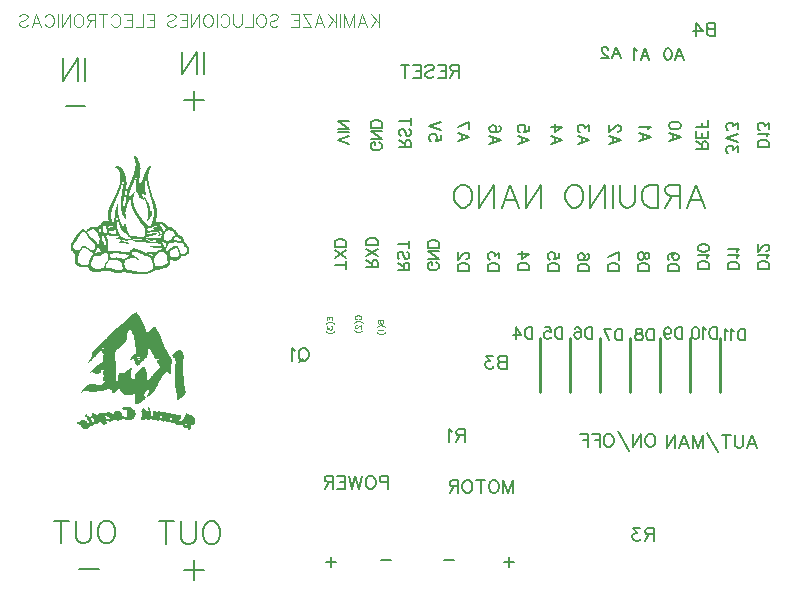
<source format=gbo>
G04 Layer: BottomSilkscreenLayer*
G04 EasyEDA v6.5.39, 2024-02-03 14:28:59*
G04 bcd3f98de95e48d085ed2947a1ad00ac,362fd913e7484c3682bebf37a00ceee6,10*
G04 Gerber Generator version 0.2*
G04 Scale: 100 percent, Rotated: No, Reflected: No *
G04 Dimensions in millimeters *
G04 leading zeros omitted , absolute positions ,4 integer and 5 decimal *
%FSLAX45Y45*%
%MOMM*%

%ADD10C,0.1000*%
%ADD11C,0.1524*%
%ADD12C,0.2032*%
%ADD13C,0.1500*%
%ADD14C,0.2540*%
%ADD15C,0.0121*%

%LPD*%
G36*
X1921002Y3763416D02*
G01*
X1919782Y3763162D01*
X1915769Y3761130D01*
X1909775Y3757269D01*
X1901952Y3751630D01*
X1892452Y3744366D01*
X1869287Y3725468D01*
X1836166Y3696919D01*
X1755038Y3626154D01*
X1705914Y3582619D01*
X1685391Y3563416D01*
X1679193Y3557066D01*
X1674215Y3551072D01*
X1672894Y3548887D01*
X1672132Y3547110D01*
X1671828Y3545586D01*
X1671929Y3544265D01*
X1673098Y3538982D01*
X1672742Y3536645D01*
X1671066Y3535934D01*
X1668018Y3536594D01*
X1664462Y3536696D01*
X1659940Y3535172D01*
X1654962Y3532225D01*
X1649933Y3528009D01*
X1638655Y3517137D01*
X1661617Y3495395D01*
X1664512Y3492042D01*
X1662633Y3492449D01*
X1656029Y3496056D01*
X1651152Y3499104D01*
X1647189Y3502151D01*
X1644497Y3504844D01*
X1643481Y3506825D01*
X1643176Y3508959D01*
X1642160Y3510279D01*
X1640535Y3510737D01*
X1638198Y3510330D01*
X1635251Y3509060D01*
X1631645Y3506978D01*
X1622501Y3500272D01*
X1616964Y3495649D01*
X1604010Y3483864D01*
X1584811Y3465271D01*
X1626311Y3465271D01*
X1632966Y3462883D01*
X1640078Y3459276D01*
X1645716Y3455517D01*
X1648053Y3452672D01*
X1646174Y3449472D01*
X1641602Y3449472D01*
X1635912Y3452266D01*
X1630832Y3457346D01*
X1627174Y3463036D01*
X1626311Y3464712D01*
X1626311Y3465271D01*
X1584811Y3465271D01*
X1572107Y3452723D01*
X1560880Y3441141D01*
X1552956Y3432149D01*
X1550111Y3428288D01*
X1547825Y3424783D01*
X1546148Y3421532D01*
X1544878Y3418332D01*
X1544015Y3415131D01*
X1543202Y3408375D01*
X1542948Y3393846D01*
X1542440Y3388410D01*
X1541424Y3383584D01*
X1539697Y3379012D01*
X1537106Y3374440D01*
X1533499Y3369411D01*
X1528673Y3363620D01*
X1515770Y3349193D01*
X1510436Y3342894D01*
X1506423Y3337712D01*
X1503781Y3333597D01*
X1502359Y3330498D01*
X1502206Y3328415D01*
X1503273Y3327146D01*
X1505508Y3326790D01*
X1506982Y3327298D01*
X1512620Y3331311D01*
X1521206Y3338423D01*
X1531670Y3347821D01*
X1543151Y3358540D01*
X1554683Y3369767D01*
X1565351Y3380587D01*
X1574139Y3390137D01*
X1581404Y3398672D01*
X1591106Y3409187D01*
X1602181Y3420465D01*
X1613204Y3431032D01*
X1622653Y3439515D01*
X1629054Y3444443D01*
X1630629Y3445103D01*
X1631340Y3444189D01*
X1631594Y3441700D01*
X1631442Y3438042D01*
X1630883Y3433521D01*
X1630578Y3428288D01*
X1631442Y3423310D01*
X1633372Y3418992D01*
X1640992Y3410102D01*
X1643227Y3405174D01*
X1642770Y3401618D01*
X1637080Y3399383D01*
X1635251Y3397046D01*
X1634947Y3396183D01*
X1742439Y3396183D01*
X1742490Y3412083D01*
X1742795Y3423970D01*
X1743405Y3432403D01*
X1744319Y3438093D01*
X1745589Y3441496D01*
X1746402Y3442614D01*
X1747316Y3443376D01*
X1749501Y3444189D01*
X1754936Y3445611D01*
X1759457Y3447542D01*
X1763826Y3449980D01*
X1767535Y3452723D01*
X1800453Y3481476D01*
X1810410Y3490772D01*
X1814779Y3495395D01*
X1818741Y3499967D01*
X1822297Y3504539D01*
X1825548Y3509162D01*
X1828393Y3513836D01*
X1830933Y3518611D01*
X1833067Y3523487D01*
X1834946Y3528466D01*
X1836470Y3533648D01*
X1837689Y3538931D01*
X1838655Y3544468D01*
X1839671Y3556203D01*
X1839975Y3567582D01*
X1840484Y3572916D01*
X1841296Y3578402D01*
X1842414Y3583889D01*
X1845462Y3594658D01*
X1847392Y3599789D01*
X1849475Y3604564D01*
X1853488Y3612387D01*
X1857197Y3618788D01*
X1860245Y3623106D01*
X1862124Y3624681D01*
X1864309Y3623259D01*
X1867458Y3619347D01*
X1871268Y3613658D01*
X1875282Y3606698D01*
X1879295Y3599129D01*
X1882902Y3591509D01*
X1885797Y3584549D01*
X1889099Y3574440D01*
X1891334Y3570833D01*
X1893925Y3568446D01*
X1899564Y3566820D01*
X1901139Y3564483D01*
X1901494Y3560267D01*
X1900072Y3547821D01*
X1900326Y3541674D01*
X1901393Y3536086D01*
X1905101Y3526688D01*
X1906879Y3518915D01*
X1908251Y3509568D01*
X1909572Y3489858D01*
X1910588Y3480866D01*
X1911857Y3473754D01*
X1914855Y3464915D01*
X1916480Y3457448D01*
X1918004Y3447999D01*
X1919274Y3437585D01*
X1920290Y3424377D01*
X1919884Y3416300D01*
X1917852Y3411880D01*
X1911096Y3408273D01*
X1907133Y3405632D01*
X1903392Y3402787D01*
X1918258Y3402787D01*
X1919274Y3403498D01*
X1921459Y3403904D01*
X1924608Y3404006D01*
X1927809Y3403701D01*
X1929384Y3403193D01*
X1929231Y3402431D01*
X1927402Y3401517D01*
X1924862Y3400907D01*
X1922322Y3400755D01*
X1920189Y3401060D01*
X1918665Y3401872D01*
X1918258Y3402787D01*
X1903392Y3402787D01*
X1896821Y3397402D01*
X1884277Y3386328D01*
X1924862Y3386328D01*
X1925320Y3389477D01*
X1926793Y3391408D01*
X1929282Y3392068D01*
X1931568Y3391611D01*
X1932939Y3390341D01*
X1933346Y3388410D01*
X1932127Y3383127D01*
X1933244Y3381248D01*
X1936089Y3380130D01*
X1945893Y3379571D01*
X1948129Y3378911D01*
X1947722Y3377692D01*
X1944776Y3375761D01*
X1937359Y3372459D01*
X1931771Y3372307D01*
X1927809Y3375456D01*
X1925421Y3381857D01*
X1924862Y3386328D01*
X1884277Y3386328D01*
X1874012Y3376472D01*
X1864893Y3366414D01*
X1931365Y3366414D01*
X1931720Y3367125D01*
X1941626Y3364737D01*
X1945386Y3363518D01*
X1947062Y3362045D01*
X1946757Y3359962D01*
X1942693Y3354324D01*
X1941677Y3350920D01*
X1941525Y3347415D01*
X1942287Y3344164D01*
X1943303Y3341319D01*
X1943404Y3339795D01*
X1942592Y3339744D01*
X1940814Y3341065D01*
X1938832Y3343503D01*
X1936699Y3347212D01*
X1934768Y3351682D01*
X1933193Y3356356D01*
X1932127Y3360674D01*
X1931517Y3364128D01*
X1931365Y3366414D01*
X1864893Y3366414D01*
X1863445Y3364534D01*
X1862632Y3362553D01*
X1864817Y3360420D01*
X1870659Y3359810D01*
X1878685Y3360724D01*
X1890420Y3363874D01*
X1892807Y3363874D01*
X1895043Y3362960D01*
X1897278Y3360928D01*
X1899615Y3357575D01*
X1902256Y3352800D01*
X1918411Y3317341D01*
X1921814Y3310585D01*
X1923694Y3307537D01*
X1924862Y3307587D01*
X1927047Y3308604D01*
X1930196Y3310585D01*
X1938680Y3316935D01*
X1949450Y3325774D01*
X1961489Y3336188D01*
X1973935Y3347313D01*
X1985721Y3358387D01*
X1995982Y3368497D01*
X2003806Y3376828D01*
X2006447Y3380028D01*
X2008124Y3382467D01*
X2008733Y3384042D01*
X2009241Y3387953D01*
X2010714Y3393338D01*
X2012899Y3399485D01*
X2017014Y3409442D01*
X2018334Y3413912D01*
X2019503Y3419144D01*
X2020519Y3424936D01*
X2021890Y3437737D01*
X2022297Y3444494D01*
X2022500Y3458667D01*
X2022856Y3464966D01*
X2023414Y3470148D01*
X2024125Y3474262D01*
X2024989Y3477209D01*
X2026005Y3479037D01*
X2027123Y3479698D01*
X2028342Y3479139D01*
X2029663Y3477361D01*
X2030984Y3474364D01*
X2032355Y3470046D01*
X2035200Y3458667D01*
X2036978Y3452723D01*
X2038908Y3447287D01*
X2054606Y3413658D01*
X2057603Y3408832D01*
X2060244Y3405530D01*
X2063851Y3403600D01*
X2064481Y3402736D01*
X2087880Y3402736D01*
X2088591Y3404311D01*
X2091182Y3407206D01*
X2092452Y3408070D01*
X2093417Y3408375D01*
X2094230Y3408070D01*
X2094839Y3407206D01*
X2095296Y3405886D01*
X2095449Y3404311D01*
X2095042Y3402736D01*
X2094026Y3401415D01*
X2092502Y3400551D01*
X2090623Y3400247D01*
X2088946Y3400551D01*
X2088032Y3401415D01*
X2087880Y3402736D01*
X2064481Y3402736D01*
X2065223Y3401720D01*
X2066289Y3398875D01*
X2067560Y3391103D01*
X2068982Y3385769D01*
X2070811Y3380232D01*
X2072944Y3375050D01*
X2076348Y3369056D01*
X2080514Y3365550D01*
X2086660Y3363925D01*
X2102866Y3363163D01*
X2108504Y3362299D01*
X2112314Y3361029D01*
X2113686Y3359404D01*
X2112822Y3357829D01*
X2110384Y3356559D01*
X2106726Y3355644D01*
X2097074Y3354781D01*
X2093468Y3353155D01*
X2091486Y3350463D01*
X2091182Y3346754D01*
X2092452Y3342030D01*
X2095398Y3336239D01*
X2099919Y3329533D01*
X2112111Y3314090D01*
X2116378Y3307130D01*
X2118664Y3301390D01*
X2118664Y3297478D01*
X2117598Y3295650D01*
X2112670Y3289554D01*
X2104847Y3281019D01*
X2095093Y3271062D01*
X2084476Y3260699D01*
X2075078Y3250946D01*
X2068017Y3242665D01*
X2065578Y3239414D01*
X2064054Y3236874D01*
X2062581Y3232607D01*
X2060143Y3229406D01*
X2056536Y3226104D01*
X2051631Y3222802D01*
X2068068Y3222802D01*
X2069287Y3224428D01*
X2072944Y3224174D01*
X2079091Y3222091D01*
X2087880Y3218129D01*
X2092706Y3215538D01*
X2096363Y3213100D01*
X2098395Y3211118D01*
X2098548Y3209848D01*
X2092756Y3210509D01*
X2082393Y3214319D01*
X2072487Y3219145D01*
X2068068Y3222802D01*
X2051631Y3222802D01*
X2047646Y3220008D01*
X2044039Y3216605D01*
X2041550Y3213252D01*
X2040026Y3207461D01*
X2038299Y3203956D01*
X2035759Y3200349D01*
X2029053Y3193338D01*
X2025040Y3188462D01*
X2021843Y3184144D01*
X2054352Y3184144D01*
X2054606Y3185617D01*
X2055368Y3186785D01*
X2056434Y3187496D01*
X2057806Y3187700D01*
X2062937Y3184906D01*
X2069592Y3179114D01*
X2074875Y3173018D01*
X2076145Y3169412D01*
X2071573Y3170072D01*
X2064207Y3174238D01*
X2057349Y3179673D01*
X2054352Y3184144D01*
X2021843Y3184144D01*
X2015032Y3173730D01*
X2013966Y3172714D01*
X2013051Y3172612D01*
X2012238Y3173577D01*
X2011578Y3175660D01*
X2010968Y3179114D01*
X2009902Y3190290D01*
X2007616Y3230321D01*
X2006142Y3248406D01*
X2004212Y3262985D01*
X2002993Y3269030D01*
X2001672Y3274364D01*
X2000148Y3278936D01*
X1998421Y3282797D01*
X1996490Y3286048D01*
X1994357Y3288690D01*
X1991969Y3290722D01*
X1989378Y3292297D01*
X1986483Y3293313D01*
X1983282Y3293922D01*
X1979777Y3294126D01*
X1975408Y3293922D01*
X1971395Y3293160D01*
X1967280Y3291535D01*
X1962657Y3288741D01*
X1957222Y3284575D01*
X1950466Y3278682D01*
X1931517Y3260750D01*
X1924354Y3253689D01*
X1918716Y3247745D01*
X1914398Y3242564D01*
X1911146Y3237788D01*
X1908810Y3233064D01*
X1907184Y3228086D01*
X1906066Y3222447D01*
X1903933Y3206242D01*
X1902409Y3198876D01*
X1900478Y3193643D01*
X1898142Y3190494D01*
X1895297Y3189376D01*
X1891842Y3190189D01*
X1887728Y3192881D01*
X1882851Y3197402D01*
X1879752Y3200857D01*
X1877263Y3204159D01*
X1875332Y3207613D01*
X1873910Y3211372D01*
X1872843Y3215640D01*
X1872183Y3220567D01*
X1871827Y3226358D01*
X1871725Y3233267D01*
X1872234Y3243834D01*
X1873656Y3254552D01*
X1875688Y3264204D01*
X1876907Y3268217D01*
X1880158Y3276092D01*
X1881378Y3280054D01*
X1881886Y3283356D01*
X1881733Y3285998D01*
X1881022Y3287979D01*
X1879752Y3289350D01*
X1877974Y3290163D01*
X1875739Y3290366D01*
X1873097Y3290011D01*
X1870100Y3289096D01*
X1866798Y3287674D01*
X1863242Y3285744D01*
X1859483Y3283305D01*
X1855520Y3280410D01*
X1847342Y3273247D01*
X1843227Y3269030D01*
X1839112Y3264408D01*
X1835048Y3259378D01*
X1831136Y3253994D01*
X1827834Y3252215D01*
X1821027Y3250590D01*
X1811731Y3249269D01*
X1800860Y3248456D01*
X1773580Y3247186D01*
X1767027Y3203194D01*
X1764233Y3189579D01*
X1761185Y3179064D01*
X1759712Y3175304D01*
X1758238Y3172663D01*
X1756867Y3171240D01*
X1755952Y3170885D01*
X1755038Y3170885D01*
X1754225Y3171240D01*
X1753412Y3171952D01*
X1751939Y3174593D01*
X1750618Y3178860D01*
X1749399Y3184855D01*
X1748332Y3192729D01*
X1747367Y3202533D01*
X1745742Y3228441D01*
X1744472Y3263442D01*
X1743506Y3308400D01*
X1742439Y3396183D01*
X1634947Y3396183D01*
X1633982Y3393440D01*
X1633321Y3388969D01*
X1633270Y3383889D01*
X1633880Y3378504D01*
X1635150Y3373120D01*
X1639163Y3362756D01*
X1640179Y3358286D01*
X1639976Y3355035D01*
X1638655Y3353155D01*
X1636979Y3351631D01*
X1635607Y3349193D01*
X1634693Y3346196D01*
X1634337Y3342995D01*
X1632762Y3338728D01*
X1628038Y3333597D01*
X1620520Y3327704D01*
X1604721Y3317900D01*
X1593189Y3310432D01*
X1581810Y3302304D01*
X1570837Y3293821D01*
X1560525Y3285185D01*
X1551228Y3276701D01*
X1543202Y3268624D01*
X1536700Y3261258D01*
X1534160Y3257905D01*
X1532128Y3254806D01*
X1530604Y3252012D01*
X1529689Y3249574D01*
X1529334Y3247491D01*
X1529791Y3246323D01*
X1530959Y3246120D01*
X1532686Y3246831D01*
X1537919Y3250742D01*
X1541119Y3252266D01*
X1544523Y3252927D01*
X1548231Y3252724D01*
X1552295Y3251657D01*
X1556918Y3249625D01*
X1562150Y3246729D01*
X1577136Y3237026D01*
X1583436Y3234690D01*
X1589735Y3235553D01*
X1598625Y3239262D01*
X1612950Y3246170D01*
X1617624Y3248914D01*
X1620723Y3251200D01*
X1622399Y3253181D01*
X1622755Y3254908D01*
X1621840Y3256534D01*
X1617116Y3259937D01*
X1616354Y3261614D01*
X1617522Y3263341D01*
X1620672Y3265474D01*
X1624025Y3267049D01*
X1628089Y3268370D01*
X1632407Y3269234D01*
X1636420Y3269589D01*
X1640484Y3269386D01*
X1642313Y3268624D01*
X1642059Y3267100D01*
X1639824Y3264763D01*
X1637385Y3261512D01*
X1635658Y3257092D01*
X1634744Y3252012D01*
X1634540Y3246526D01*
X1635099Y3241090D01*
X1636369Y3236112D01*
X1638350Y3231946D01*
X1641043Y3228949D01*
X1644345Y3226054D01*
X1645412Y3223260D01*
X1644243Y3219704D01*
X1640839Y3214624D01*
X1638046Y3209798D01*
X1636471Y3204616D01*
X1636166Y3199180D01*
X1637080Y3193542D01*
X1640128Y3183534D01*
X1643176Y3178606D01*
X1647393Y3177895D01*
X1658772Y3182366D01*
X1659991Y3182061D01*
X1657604Y3179064D01*
X1646580Y3168040D01*
X1642618Y3163265D01*
X1639925Y3159252D01*
X1638350Y3154680D01*
X1636776Y3152749D01*
X1634489Y3151022D01*
X1631696Y3149701D01*
X1628495Y3148888D01*
X1618488Y3147872D01*
X1604924Y3147517D01*
X1589176Y3147771D01*
X1572768Y3148685D01*
X1557020Y3150209D01*
X1543659Y3152038D01*
X1538122Y3152546D01*
X1533093Y3152698D01*
X1528521Y3152343D01*
X1524101Y3151428D01*
X1519783Y3149904D01*
X1515364Y3147669D01*
X1510639Y3144723D01*
X1505458Y3140913D01*
X1492993Y3130397D01*
X1661769Y3130397D01*
X1662125Y3132175D01*
X1663090Y3134004D01*
X1664563Y3135680D01*
X1666290Y3137001D01*
X1668068Y3137662D01*
X1669542Y3137611D01*
X1670507Y3136849D01*
X1670862Y3135426D01*
X1670507Y3133648D01*
X1669542Y3131820D01*
X1668068Y3130143D01*
X1666290Y3128822D01*
X1664563Y3128162D01*
X1663090Y3128264D01*
X1662125Y3129026D01*
X1661769Y3130397D01*
X1492993Y3130397D01*
X1475994Y3114903D01*
X1468272Y3107334D01*
X1462328Y3100933D01*
X1458061Y3095498D01*
X1455318Y3090824D01*
X1453946Y3086709D01*
X1453845Y3082950D01*
X1454861Y3079445D01*
X1456690Y3075584D01*
X1458112Y3074619D01*
X1459382Y3076702D01*
X1460957Y3081934D01*
X1463090Y3087522D01*
X1467002Y3090367D01*
X1474774Y3091027D01*
X1510182Y3089046D01*
X1524812Y3088589D01*
X1539443Y3088436D01*
X1553870Y3088589D01*
X1567992Y3088995D01*
X1594764Y3090621D01*
X1607108Y3091789D01*
X1618538Y3093212D01*
X1628952Y3094837D01*
X1638147Y3096666D01*
X1646021Y3098698D01*
X1652371Y3100882D01*
X1654962Y3102102D01*
X1661109Y3104489D01*
X1668322Y3106166D01*
X1676196Y3107131D01*
X1684324Y3107334D01*
X1692249Y3106877D01*
X1699615Y3105708D01*
X1705965Y3103880D01*
X1710842Y3101340D01*
X1713026Y3098800D01*
X1714855Y3094990D01*
X1716074Y3090367D01*
X1716786Y3080918D01*
X1717548Y3077210D01*
X1718716Y3074670D01*
X1720088Y3073755D01*
X1723339Y3075432D01*
X1729689Y3079953D01*
X1738172Y3086608D01*
X1759915Y3104743D01*
X1767992Y3110280D01*
X1773174Y3111906D01*
X1776272Y3110077D01*
X1777847Y3107436D01*
X1779117Y3104438D01*
X1780032Y3101492D01*
X1780387Y3098952D01*
X1781098Y3096361D01*
X1783130Y3093110D01*
X1786229Y3089402D01*
X1790192Y3085388D01*
X1794865Y3081172D01*
X1800098Y3076905D01*
X1805584Y3072790D01*
X1811223Y3068980D01*
X1816760Y3065576D01*
X1822043Y3062732D01*
X1826920Y3060598D01*
X1831086Y3059379D01*
X1836216Y3058617D01*
X1841804Y3058160D01*
X1847646Y3058058D01*
X1853692Y3058261D01*
X1865884Y3059582D01*
X1871827Y3060649D01*
X1877466Y3061970D01*
X1882800Y3063494D01*
X1887626Y3065272D01*
X1891842Y3067253D01*
X1895398Y3069386D01*
X1906016Y3076803D01*
X1906066Y3024784D01*
X1906828Y3008122D01*
X1907489Y3001619D01*
X1908352Y2996336D01*
X1909419Y2992069D01*
X1910740Y2988868D01*
X1912264Y2986633D01*
X1918817Y2982214D01*
X1926539Y2980080D01*
X1932990Y2980588D01*
X1935683Y2983992D01*
X1936242Y2985566D01*
X1937715Y2986836D01*
X1939950Y2987700D01*
X1942693Y2988056D01*
X1945386Y2988868D01*
X1949450Y2991205D01*
X1954682Y2994761D01*
X1967230Y3004362D01*
X1980438Y3015640D01*
X1986483Y3021177D01*
X1991715Y3026308D01*
X1995881Y3030778D01*
X1998624Y3034233D01*
X1999589Y3036519D01*
X1999030Y3038297D01*
X1997557Y3040532D01*
X1995373Y3042920D01*
X1992731Y3045206D01*
X1989632Y3048406D01*
X1987550Y3052673D01*
X1986381Y3057702D01*
X1986229Y3063392D01*
X1986991Y3069437D01*
X1988718Y3075686D01*
X1991360Y3081883D01*
X1994916Y3087878D01*
X1998878Y3092805D01*
X2003602Y3097377D01*
X2008682Y3101390D01*
X2013915Y3104642D01*
X2018842Y3106978D01*
X2023262Y3108248D01*
X2026767Y3108198D01*
X2029053Y3106724D01*
X2029307Y3104540D01*
X2028647Y3100476D01*
X2027174Y3094736D01*
X2024989Y3087674D01*
X2018842Y3070860D01*
X2010968Y3052318D01*
X2009952Y3049219D01*
X2010105Y3046984D01*
X2011375Y3045663D01*
X2013813Y3045206D01*
X2016709Y3046171D01*
X2021179Y3048863D01*
X2026970Y3052978D01*
X2033676Y3058160D01*
X2048408Y3070555D01*
X2062480Y3083560D01*
X2068372Y3089452D01*
X2073046Y3094583D01*
X2076094Y3098546D01*
X2077212Y3101086D01*
X2077415Y3102660D01*
X2079142Y3107842D01*
X2082342Y3115360D01*
X2086864Y3124860D01*
X2098700Y3147872D01*
X2112822Y3173526D01*
X2127351Y3198266D01*
X2134158Y3209239D01*
X2140356Y3218688D01*
X2148789Y3230270D01*
X2153970Y3236722D01*
X2158796Y3242056D01*
X2163318Y3246272D01*
X2167585Y3249371D01*
X2171700Y3251453D01*
X2175662Y3252470D01*
X2179574Y3252520D01*
X2183536Y3251555D01*
X2187498Y3249676D01*
X2191613Y3246831D01*
X2200757Y3239058D01*
X2204974Y3236569D01*
X2208479Y3235706D01*
X2210968Y3236620D01*
X2211578Y3237636D01*
X2212797Y3242716D01*
X2214016Y3251149D01*
X2215184Y3262426D01*
X2216200Y3275888D01*
X2217013Y3290976D01*
X2219401Y3357372D01*
X2187498Y3415537D01*
X2176678Y3436823D01*
X2164943Y3460851D01*
X2146960Y3499104D01*
X2135733Y3523894D01*
X2125878Y3546601D01*
X2118004Y3565702D01*
X2111908Y3581654D01*
X2109571Y3587038D01*
X2103678Y3598672D01*
X2097024Y3610457D01*
X2090267Y3621125D01*
X2084273Y3629304D01*
X2081784Y3632098D01*
X2079752Y3633825D01*
X2076856Y3635400D01*
X2074113Y3636162D01*
X2071166Y3635857D01*
X2067560Y3634232D01*
X2062937Y3631133D01*
X2056892Y3626256D01*
X2027224Y3600297D01*
X2017420Y3592525D01*
X2013508Y3589731D01*
X2010410Y3587800D01*
X2008327Y3586835D01*
X2007311Y3586886D01*
X2006295Y3589375D01*
X2003501Y3599738D01*
X2001367Y3609441D01*
X1999132Y3617061D01*
X1995932Y3626154D01*
X1991918Y3636467D01*
X1981962Y3659632D01*
X1976272Y3671925D01*
X1967230Y3690467D01*
X1961032Y3702507D01*
X1948840Y3724452D01*
X1943100Y3733800D01*
X1935530Y3745280D01*
X1928825Y3754678D01*
X1923745Y3761028D01*
G37*
G36*
X2284780Y3445103D02*
G01*
X2281631Y3444240D01*
X2276957Y3441801D01*
X2271217Y3438093D01*
X2264664Y3433368D01*
X2250490Y3422091D01*
X2237130Y3410102D01*
X2231593Y3404565D01*
X2227173Y3399688D01*
X2224328Y3395726D01*
X2223262Y3393033D01*
X2224176Y3390137D01*
X2226564Y3386531D01*
X2230170Y3382772D01*
X2238400Y3376168D01*
X2241753Y3372764D01*
X2244598Y3369005D01*
X2246985Y3364839D01*
X2248916Y3360216D01*
X2250338Y3355035D01*
X2251354Y3349396D01*
X2251862Y3343148D01*
X2252014Y3336290D01*
X2251659Y3328771D01*
X2250948Y3320542D01*
X2249322Y3307689D01*
X2248458Y3297885D01*
X2247392Y3272180D01*
X2247138Y3256940D01*
X2247239Y3215132D01*
X2248357Y3172612D01*
X2249830Y3142081D01*
X2250744Y3129026D01*
X2251760Y3117900D01*
X2252878Y3109163D01*
X2254097Y3103118D01*
X2255774Y3098190D01*
X2257958Y3088386D01*
X2260142Y3074924D01*
X2261920Y3059531D01*
X2263292Y3043478D01*
X2264714Y3030474D01*
X2265527Y3025546D01*
X2266594Y3021685D01*
X2267915Y3018790D01*
X2269540Y3016961D01*
X2271572Y3016097D01*
X2274011Y3016250D01*
X2277008Y3017418D01*
X2280564Y3019552D01*
X2284780Y3022650D01*
X2295398Y3031693D01*
X2318359Y3052978D01*
X2325217Y3059734D01*
X2330196Y3065170D01*
X2333548Y3069590D01*
X2335479Y3073501D01*
X2336241Y3077260D01*
X2336088Y3081274D01*
X2332075Y3102610D01*
X2328214Y3126689D01*
X2324760Y3152241D01*
X2321864Y3178860D01*
X2318918Y3212896D01*
X2317191Y3240125D01*
X2316073Y3266897D01*
X2315616Y3292652D01*
X2315768Y3316986D01*
X2316581Y3339388D01*
X2319731Y3379012D01*
X2319985Y3387344D01*
X2319883Y3394760D01*
X2319375Y3401415D01*
X2318512Y3407410D01*
X2317140Y3412794D01*
X2315362Y3417671D01*
X2313127Y3422192D01*
X2310384Y3426409D01*
X2307132Y3430422D01*
X2303373Y3434384D01*
X2298446Y3438550D01*
X2293315Y3441954D01*
X2288540Y3444290D01*
G37*
G36*
X1838858Y2961995D02*
G01*
X1835353Y2961843D01*
X1826056Y2959811D01*
X1813560Y2957423D01*
X1807006Y2955798D01*
X1802384Y2953664D01*
X1799640Y2950921D01*
X1798726Y2947619D01*
X1799539Y2944164D01*
X1801875Y2940862D01*
X1805381Y2937916D01*
X1809800Y2935376D01*
X1814779Y2933496D01*
X1820011Y2932328D01*
X1825243Y2932023D01*
X1830120Y2932785D01*
X1833219Y2933547D01*
X1835556Y2933649D01*
X1837283Y2932785D01*
X1838452Y2930601D01*
X1839214Y2926842D01*
X1839772Y2913227D01*
X1839823Y2881934D01*
X1862632Y2881934D01*
X1862785Y2883509D01*
X1863191Y2884830D01*
X1863852Y2885694D01*
X1864614Y2886049D01*
X1865630Y2885694D01*
X1866900Y2884830D01*
X1869490Y2881934D01*
X1870202Y2880360D01*
X1870049Y2879039D01*
X1869135Y2878175D01*
X1867458Y2877870D01*
X1865579Y2878175D01*
X1864055Y2879039D01*
X1862988Y2880360D01*
X1862632Y2881934D01*
X1839823Y2881934D01*
X1839823Y2870098D01*
X1819503Y2876804D01*
X1808632Y2880868D01*
X1802079Y2884982D01*
X1798472Y2890621D01*
X1794560Y2904896D01*
X1791817Y2910128D01*
X1788109Y2914853D01*
X1783588Y2918917D01*
X1778355Y2922219D01*
X1772513Y2924708D01*
X1766265Y2926283D01*
X1759712Y2926842D01*
X1754225Y2926130D01*
X1748485Y2924098D01*
X1742795Y2921101D01*
X1737410Y2917291D01*
X1732686Y2912922D01*
X1728825Y2908249D01*
X1726234Y2903524D01*
X1725218Y2899003D01*
X1724914Y2892856D01*
X1724406Y2890723D01*
X1723440Y2892399D01*
X1721662Y2897936D01*
X1719122Y2902712D01*
X1714601Y2906979D01*
X1707896Y2910738D01*
X1698853Y2914243D01*
X1687525Y2917698D01*
X1680667Y2918510D01*
X1675892Y2916529D01*
X1666036Y2906776D01*
X1661871Y2904642D01*
X1657146Y2904794D01*
X1644396Y2909112D01*
X1639011Y2909773D01*
X1633778Y2908909D01*
X1623212Y2904794D01*
X1618589Y2903778D01*
X1614576Y2903626D01*
X1608683Y2904794D01*
X1604721Y2903778D01*
X1600149Y2901543D01*
X1595526Y2898241D01*
X1585982Y2890266D01*
X1758543Y2890266D01*
X1760067Y2895854D01*
X1763318Y2895955D01*
X1764639Y2893720D01*
X1765706Y2890062D01*
X1766417Y2885389D01*
X1766620Y2880258D01*
X1766366Y2874060D01*
X1766172Y2873298D01*
X1781048Y2873298D01*
X1781302Y2876448D01*
X1782013Y2878988D01*
X1782876Y2879953D01*
X1783588Y2878886D01*
X1783994Y2876092D01*
X1784146Y2871724D01*
X1783892Y2867558D01*
X1783660Y2866491D01*
X1877364Y2866491D01*
X1878838Y2868930D01*
X1881733Y2872486D01*
X1898446Y2890113D01*
X1898802Y2889808D01*
X1899157Y2887472D01*
X1896414Y2882138D01*
X1890064Y2874873D01*
X1882851Y2868422D01*
X1877618Y2865628D01*
X1877364Y2866491D01*
X1783660Y2866491D01*
X1783384Y2865221D01*
X1782673Y2864866D01*
X1781860Y2866745D01*
X1781200Y2869895D01*
X1781048Y2873298D01*
X1766172Y2873298D01*
X1765655Y2871266D01*
X1764182Y2871673D01*
X1761743Y2874924D01*
X1759000Y2882290D01*
X1758543Y2890266D01*
X1585982Y2890266D01*
X1584706Y2889199D01*
X1571193Y2897784D01*
X1564690Y2901594D01*
X1559001Y2904286D01*
X1554175Y2905810D01*
X1550212Y2906166D01*
X1547114Y2905404D01*
X1544878Y2903474D01*
X1543507Y2900426D01*
X1542694Y2892247D01*
X1541729Y2888996D01*
X1540256Y2886811D01*
X1536700Y2885541D01*
X1535277Y2884271D01*
X1534261Y2882341D01*
X1533296Y2877515D01*
X1531620Y2876143D01*
X1528978Y2875940D01*
X1525625Y2876804D01*
X1521663Y2878632D01*
X1517396Y2881376D01*
X1512874Y2884982D01*
X1503781Y2893618D01*
X1499362Y2896362D01*
X1495145Y2897479D01*
X1491284Y2897022D01*
X1485341Y2893060D01*
X1484071Y2887624D01*
X1487373Y2881934D01*
X1494993Y2877159D01*
X1500022Y2874721D01*
X1502816Y2872232D01*
X1503527Y2869488D01*
X1502714Y2867355D01*
X1621586Y2867355D01*
X1621891Y2872282D01*
X1622704Y2876346D01*
X1623517Y2878734D01*
X1624177Y2879293D01*
X1624293Y2878886D01*
X1657248Y2878886D01*
X1658315Y2881223D01*
X1661922Y2881122D01*
X1668576Y2878429D01*
X1678889Y2873095D01*
X1685086Y2869387D01*
X1689506Y2866186D01*
X1692148Y2863494D01*
X1692960Y2861310D01*
X1691995Y2859633D01*
X1689252Y2858414D01*
X1684629Y2857703D01*
X1678279Y2857449D01*
X1673148Y2857754D01*
X1668830Y2858668D01*
X1665274Y2860243D01*
X1662379Y2862478D01*
X1660194Y2865424D01*
X1658620Y2869133D01*
X1657654Y2873603D01*
X1657248Y2878886D01*
X1624293Y2878886D01*
X1627022Y2865983D01*
X1629308Y2856839D01*
X1629257Y2854452D01*
X1628038Y2854198D01*
X1625498Y2855925D01*
X1623517Y2858668D01*
X1622145Y2862630D01*
X1621586Y2867355D01*
X1502714Y2867355D01*
X1501140Y2862935D01*
X1501358Y2860497D01*
X1536801Y2860497D01*
X1537258Y2863138D01*
X1538833Y2864104D01*
X1541018Y2864916D01*
X1543608Y2865424D01*
X1546199Y2865628D01*
X1550111Y2864154D01*
X1553768Y2860344D01*
X1556867Y2854807D01*
X1558173Y2851353D01*
X1643481Y2851353D01*
X1643634Y2855315D01*
X1643989Y2858516D01*
X1644548Y2860751D01*
X1645259Y2861564D01*
X1646072Y2860751D01*
X1647139Y2858516D01*
X1648206Y2855315D01*
X1649171Y2851353D01*
X1649730Y2847390D01*
X1649577Y2844139D01*
X1648764Y2841955D01*
X1647443Y2841142D01*
X1645869Y2841955D01*
X1644650Y2844139D01*
X1643786Y2847390D01*
X1643481Y2851353D01*
X1558173Y2851353D01*
X1559306Y2848356D01*
X1560779Y2841650D01*
X1561134Y2835402D01*
X1560118Y2830372D01*
X1557528Y2827274D01*
X1555191Y2827985D01*
X1551889Y2831338D01*
X1548079Y2836621D01*
X1544218Y2842971D01*
X1540764Y2849575D01*
X1538122Y2855722D01*
X1536801Y2860497D01*
X1501358Y2860497D01*
X1501495Y2858973D01*
X1503375Y2854502D01*
X1511096Y2843682D01*
X1514500Y2837840D01*
X1516989Y2832303D01*
X1518513Y2827274D01*
X1518970Y2822956D01*
X1518412Y2819603D01*
X1516735Y2817418D01*
X1513890Y2816656D01*
X1510995Y2817164D01*
X1508709Y2818688D01*
X1507083Y2820873D01*
X1505762Y2826918D01*
X1503629Y2831134D01*
X1500479Y2835656D01*
X1496618Y2839872D01*
X1492250Y2843276D01*
X1487373Y2845917D01*
X1482140Y2847797D01*
X1476705Y2848914D01*
X1471117Y2849270D01*
X1465630Y2848864D01*
X1460347Y2847797D01*
X1455369Y2846019D01*
X1450898Y2843580D01*
X1446987Y2840532D01*
X1443888Y2836773D01*
X1441653Y2832455D01*
X1440332Y2830423D01*
X1438097Y2829814D01*
X1434693Y2830474D01*
X1424533Y2834741D01*
X1420977Y2835198D01*
X1418590Y2833827D01*
X1416710Y2830576D01*
X1415643Y2826715D01*
X1415796Y2823006D01*
X1417066Y2819603D01*
X1419352Y2816504D01*
X1422603Y2813862D01*
X1426768Y2811678D01*
X1431696Y2810154D01*
X1444447Y2808224D01*
X1448866Y2806395D01*
X1451102Y2803347D01*
X1451774Y2798724D01*
X1465427Y2798724D01*
X1465630Y2802483D01*
X1466138Y2805633D01*
X1466850Y2807716D01*
X1467713Y2808478D01*
X1468628Y2807919D01*
X1469339Y2806344D01*
X1469847Y2804007D01*
X1469999Y2801162D01*
X1470456Y2797860D01*
X1471676Y2794457D01*
X1473504Y2791206D01*
X1475689Y2788666D01*
X1478178Y2786227D01*
X1478686Y2785059D01*
X1477111Y2785110D01*
X1473454Y2786227D01*
X1470253Y2788056D01*
X1467713Y2790952D01*
X1466037Y2794660D01*
X1465427Y2798724D01*
X1451774Y2798724D01*
X1452778Y2794355D01*
X1455572Y2789021D01*
X1459738Y2783484D01*
X1464818Y2778404D01*
X1468831Y2775305D01*
X1472895Y2772867D01*
X1477010Y2771089D01*
X1481175Y2769971D01*
X1485392Y2769514D01*
X1489659Y2769666D01*
X1493977Y2770530D01*
X1498396Y2772003D01*
X1502816Y2774137D01*
X1507337Y2776982D01*
X1511909Y2780436D01*
X1516532Y2784551D01*
X1522069Y2789072D01*
X1527962Y2792780D01*
X1533499Y2795320D01*
X1542034Y2796895D01*
X1546047Y2798724D01*
X1549654Y2801416D01*
X1555394Y2808630D01*
X1559001Y2810814D01*
X1563725Y2811424D01*
X1576984Y2809798D01*
X1582369Y2810611D01*
X1587144Y2813405D01*
X1596186Y2822498D01*
X1600149Y2825851D01*
X1603654Y2828086D01*
X1606245Y2828899D01*
X1615490Y2827223D01*
X1624584Y2823006D01*
X1631594Y2817469D01*
X1634337Y2811932D01*
X1635201Y2806750D01*
X1638655Y2804871D01*
X1646072Y2806141D01*
X1658924Y2810560D01*
X1669542Y2814777D01*
X1674266Y2818130D01*
X1674063Y2822244D01*
X1669897Y2828747D01*
X1666646Y2835605D01*
X1668170Y2839364D01*
X1674266Y2839872D01*
X1684578Y2837027D01*
X1692452Y2834589D01*
X1698904Y2834081D01*
X1705711Y2835656D01*
X1714398Y2839466D01*
X1720545Y2842920D01*
X1725625Y2846679D01*
X1729028Y2850286D01*
X1730298Y2853283D01*
X1730552Y2855569D01*
X1731264Y2856687D01*
X1732330Y2856534D01*
X1737004Y2852115D01*
X1741728Y2849270D01*
X1747367Y2846832D01*
X1753412Y2844850D01*
X1759457Y2843530D01*
X1764944Y2842971D01*
X1769465Y2843276D01*
X1772462Y2844647D01*
X1775053Y2846425D01*
X1778152Y2847898D01*
X1781403Y2848914D01*
X1787702Y2849829D01*
X1791614Y2851302D01*
X1795729Y2853436D01*
X1804263Y2859532D01*
X1807819Y2860751D01*
X1811324Y2859633D01*
X1819452Y2853842D01*
X1823516Y2851810D01*
X1828139Y2850083D01*
X1833168Y2848660D01*
X1838553Y2847594D01*
X1844192Y2846933D01*
X1849932Y2846578D01*
X1855724Y2846628D01*
X1861515Y2847035D01*
X1867154Y2847848D01*
X1872538Y2849067D01*
X1877568Y2850692D01*
X1882902Y2852978D01*
X1887880Y2855722D01*
X1892401Y2858922D01*
X1896516Y2862478D01*
X1900224Y2866440D01*
X1903475Y2870758D01*
X1906270Y2875483D01*
X1908556Y2880461D01*
X1910384Y2885744D01*
X1911756Y2891332D01*
X1912518Y2897124D01*
X1912823Y2903220D01*
X1912670Y2908960D01*
X1912213Y2913837D01*
X1911299Y2918104D01*
X1909724Y2922016D01*
X1907438Y2925826D01*
X1904238Y2929839D01*
X1900072Y2934258D01*
X1894738Y2939389D01*
X1886356Y2946704D01*
X1879295Y2951581D01*
X1873656Y2953918D01*
X1869287Y2953867D01*
X1865630Y2953359D01*
X1861159Y2953867D01*
X1856486Y2955239D01*
X1847799Y2959658D01*
X1843176Y2961233D01*
G37*
G36*
X2021789Y2958947D02*
G01*
X2018385Y2958287D01*
X2015998Y2956052D01*
X2014677Y2952546D01*
X2014728Y2948076D01*
X2016252Y2942945D01*
X2019452Y2937408D01*
X2022957Y2932176D01*
X2024227Y2928924D01*
X2023211Y2926842D01*
X2019960Y2925318D01*
X2016810Y2922828D01*
X2014778Y2917494D01*
X2013610Y2908757D01*
X2012950Y2883509D01*
X2011984Y2875483D01*
X2010206Y2871368D01*
X2007565Y2870758D01*
X2005330Y2872638D01*
X2003602Y2876448D01*
X2002434Y2881680D01*
X2001875Y2887929D01*
X2001875Y2894634D01*
X2002485Y2901391D01*
X2003704Y2907741D01*
X2005634Y2913126D01*
X2007057Y2917901D01*
X2006600Y2922727D01*
X2004009Y2928061D01*
X1999234Y2934563D01*
X1995170Y2938780D01*
X1990750Y2942285D01*
X1986229Y2944926D01*
X1981911Y2946704D01*
X1978101Y2947416D01*
X1975002Y2947060D01*
X1972919Y2945587D01*
X1971395Y2940456D01*
X1969160Y2937357D01*
X1965909Y2933903D01*
X1956206Y2925978D01*
X1954174Y2922981D01*
X1954474Y2922422D01*
X1986432Y2922422D01*
X1986788Y2924352D01*
X1987702Y2925724D01*
X1988718Y2926080D01*
X1989531Y2925165D01*
X1989988Y2923235D01*
X1990089Y2920390D01*
X1989785Y2917545D01*
X1989175Y2916123D01*
X1988362Y2916224D01*
X1987346Y2917901D01*
X1986635Y2920187D01*
X1986432Y2922422D01*
X1954474Y2922422D01*
X1955647Y2920238D01*
X1960524Y2916631D01*
X1964029Y2912922D01*
X1966518Y2907639D01*
X1967992Y2901238D01*
X1968500Y2894228D01*
X1967992Y2887014D01*
X1966468Y2880207D01*
X1963978Y2874162D01*
X1960473Y2869438D01*
X1957273Y2865729D01*
X1956409Y2862834D01*
X1958035Y2859887D01*
X1962251Y2856077D01*
X1969820Y2851454D01*
X1977694Y2849575D01*
X1986025Y2850540D01*
X1999640Y2856382D01*
X2003704Y2856738D01*
X2007870Y2855214D01*
X2018233Y2847746D01*
X2022398Y2846324D01*
X2026767Y2847187D01*
X2038705Y2853436D01*
X2043277Y2854299D01*
X2047849Y2852826D01*
X2059228Y2845460D01*
X2063902Y2843784D01*
X2068271Y2843784D01*
X2077262Y2846781D01*
X2082139Y2847136D01*
X2087473Y2846324D01*
X2100224Y2842006D01*
X2105050Y2841802D01*
X2109317Y2843987D01*
X2114245Y2848864D01*
X2117598Y2853690D01*
X2120341Y2859735D01*
X2122170Y2866288D01*
X2123541Y2879140D01*
X2125573Y2885846D01*
X2128621Y2892196D01*
X2132584Y2897632D01*
X2142388Y2908452D01*
X2139543Y2886049D01*
X2138070Y2877261D01*
X2136190Y2869793D01*
X2134108Y2864561D01*
X2132076Y2862224D01*
X2128215Y2858820D01*
X2127707Y2852877D01*
X2130348Y2845968D01*
X2135886Y2839618D01*
X2139797Y2836976D01*
X2143760Y2835402D01*
X2147570Y2834843D01*
X2151278Y2835198D01*
X2154783Y2836519D01*
X2158034Y2838602D01*
X2160981Y2841548D01*
X2163521Y2845206D01*
X2165604Y2849575D01*
X2167178Y2854604D01*
X2168194Y2860192D01*
X2168956Y2872079D01*
X2169922Y2877718D01*
X2171344Y2882595D01*
X2173071Y2886049D01*
X2175306Y2888792D01*
X2176627Y2889453D01*
X2177288Y2887878D01*
X2177440Y2883966D01*
X2177282Y2881934D01*
X2191918Y2881934D01*
X2192172Y2884678D01*
X2192883Y2887065D01*
X2193747Y2888234D01*
X2194509Y2887624D01*
X2194966Y2885490D01*
X2195169Y2881934D01*
X2194966Y2878378D01*
X2194509Y2876245D01*
X2193747Y2875686D01*
X2192883Y2876854D01*
X2192172Y2879242D01*
X2191918Y2881934D01*
X2177282Y2881934D01*
X2177084Y2879394D01*
X2176068Y2872994D01*
X2171141Y2850083D01*
X2170684Y2843530D01*
X2171395Y2838297D01*
X2173376Y2834386D01*
X2176627Y2831744D01*
X2181199Y2830271D01*
X2187143Y2830017D01*
X2201824Y2831693D01*
X2206955Y2831388D01*
X2210358Y2829915D01*
X2212390Y2827070D01*
X2216607Y2822752D01*
X2223160Y2820924D01*
X2229967Y2821686D01*
X2234996Y2825242D01*
X2237028Y2826461D01*
X2240178Y2825851D01*
X2244191Y2823362D01*
X2251195Y2817266D01*
X2302357Y2817266D01*
X2302662Y2819044D01*
X2303729Y2821635D01*
X2305456Y2824835D01*
X2307539Y2827985D01*
X2309571Y2830576D01*
X2311349Y2832303D01*
X2312619Y2832963D01*
X2313127Y2832303D01*
X2312822Y2830576D01*
X2311142Y2826867D01*
X2378506Y2826867D01*
X2379218Y2829306D01*
X2381250Y2831236D01*
X2384348Y2832506D01*
X2388209Y2832963D01*
X2392883Y2832709D01*
X2395016Y2831846D01*
X2394712Y2829966D01*
X2392172Y2826867D01*
X2389682Y2824480D01*
X2386990Y2822498D01*
X2384501Y2821228D01*
X2382520Y2820720D01*
X2380945Y2821228D01*
X2379675Y2822498D01*
X2378811Y2824480D01*
X2378506Y2826867D01*
X2311142Y2826867D01*
X2307945Y2821635D01*
X2305202Y2818333D01*
X2327757Y2818333D01*
X2328976Y2819603D01*
X2331669Y2819908D01*
X2335682Y2819146D01*
X2340660Y2817266D01*
X2346401Y2814167D01*
X2353868Y2809341D01*
X2357323Y2806344D01*
X2356916Y2804820D01*
X2353005Y2804414D01*
X2348738Y2804820D01*
X2344013Y2805988D01*
X2339340Y2807716D01*
X2335377Y2809849D01*
X2330704Y2813354D01*
X2328214Y2816250D01*
X2327757Y2818333D01*
X2305202Y2818333D01*
X2304135Y2817266D01*
X2302865Y2816656D01*
X2302357Y2817266D01*
X2251195Y2817266D01*
X2256637Y2812338D01*
X2262073Y2809290D01*
X2267102Y2809443D01*
X2273300Y2812338D01*
X2276652Y2813608D01*
X2279853Y2813304D01*
X2283053Y2811424D01*
X2289911Y2804261D01*
X2293823Y2802128D01*
X2298344Y2801416D01*
X2308656Y2802890D01*
X2312009Y2802585D01*
X2313990Y2801213D01*
X2315210Y2795066D01*
X2316886Y2791663D01*
X2319578Y2788462D01*
X2323084Y2785668D01*
X2327249Y2783281D01*
X2331923Y2781503D01*
X2337003Y2780334D01*
X2348738Y2779522D01*
X2352852Y2778201D01*
X2355037Y2775661D01*
X2356459Y2767838D01*
X2358491Y2765145D01*
X2361488Y2763723D01*
X2365044Y2763469D01*
X2368905Y2764332D01*
X2372664Y2766415D01*
X2375966Y2769565D01*
X2378506Y2773781D01*
X2379980Y2778150D01*
X2380843Y2782570D01*
X2380996Y2786583D01*
X2380386Y2789580D01*
X2380843Y2795270D01*
X2385263Y2801467D01*
X2391968Y2806446D01*
X2399233Y2808478D01*
X2402484Y2809087D01*
X2405430Y2810814D01*
X2408021Y2813558D01*
X2410256Y2817164D01*
X2412085Y2821482D01*
X2413558Y2826359D01*
X2414625Y2831693D01*
X2415336Y2837281D01*
X2415590Y2843072D01*
X2415387Y2848914D01*
X2414778Y2854604D01*
X2413711Y2860090D01*
X2412187Y2865120D01*
X2410206Y2869692D01*
X2407716Y2873552D01*
X2404770Y2876651D01*
X2399639Y2880563D01*
X2394508Y2884017D01*
X2389327Y2887014D01*
X2384247Y2889554D01*
X2379268Y2891536D01*
X2374493Y2893009D01*
X2369921Y2893872D01*
X2365654Y2894177D01*
X2361946Y2894787D01*
X2358593Y2896514D01*
X2355951Y2899105D01*
X2352548Y2906420D01*
X2350109Y2909163D01*
X2347366Y2910484D01*
X2344470Y2910586D01*
X2341778Y2909417D01*
X2339543Y2907080D01*
X2337968Y2903626D01*
X2337054Y2896260D01*
X2335987Y2892653D01*
X2334361Y2888437D01*
X2332177Y2883712D01*
X2329484Y2878632D01*
X2322931Y2867964D01*
X2312314Y2853232D01*
X2306828Y2846019D01*
X2301676Y2840126D01*
X2319274Y2840126D01*
X2320036Y2842107D01*
X2322068Y2845257D01*
X2325014Y2849168D01*
X2337968Y2863596D01*
X2329306Y2847949D01*
X2345385Y2847949D01*
X2346553Y2851302D01*
X2349195Y2855214D01*
X2351735Y2857957D01*
X2353919Y2859633D01*
X2355494Y2860141D01*
X2356256Y2859278D01*
X2357272Y2851454D01*
X2357729Y2845358D01*
X2357628Y2840939D01*
X2356866Y2838094D01*
X2355494Y2836824D01*
X2353513Y2837129D01*
X2350820Y2838907D01*
X2347468Y2842158D01*
X2345690Y2844952D01*
X2345385Y2847949D01*
X2329306Y2847949D01*
X2325979Y2842463D01*
X2322322Y2837992D01*
X2319985Y2837129D01*
X2319274Y2840126D01*
X2301676Y2840126D01*
X2298852Y2837383D01*
X2295906Y2835503D01*
X2293213Y2834894D01*
X2290572Y2835452D01*
X2287625Y2836824D01*
X2284323Y2841294D01*
X2284679Y2848152D01*
X2288286Y2856077D01*
X2297582Y2866999D01*
X2299208Y2870657D01*
X2299716Y2874518D01*
X2299258Y2878429D01*
X2297988Y2882188D01*
X2296007Y2885643D01*
X2293416Y2888589D01*
X2290368Y2890875D01*
X2286965Y2892348D01*
X2283358Y2892856D01*
X2279599Y2892196D01*
X2272944Y2888742D01*
X2269794Y2888843D01*
X2266340Y2890520D01*
X2262479Y2893822D01*
X2258161Y2897022D01*
X2252522Y2899460D01*
X2246020Y2900984D01*
X2238959Y2901543D01*
X2230069Y2901188D01*
X2225344Y2899257D01*
X2223363Y2894177D01*
X2222398Y2876600D01*
X2221636Y2869438D01*
X2220518Y2863138D01*
X2219045Y2857754D01*
X2217216Y2853334D01*
X2215405Y2850286D01*
X2251049Y2850286D01*
X2251049Y2853385D01*
X2251456Y2856382D01*
X2252370Y2860090D01*
X2253691Y2864002D01*
X2255215Y2867660D01*
X2259177Y2875838D01*
X2259431Y2867660D01*
X2259177Y2864002D01*
X2258314Y2860090D01*
X2256942Y2856382D01*
X2255215Y2853385D01*
X2252878Y2850286D01*
X2251608Y2849270D01*
X2251049Y2850286D01*
X2215405Y2850286D01*
X2212695Y2847390D01*
X2210003Y2846019D01*
X2207107Y2845968D01*
X2205736Y2848559D01*
X2205786Y2854350D01*
X2207158Y2864104D01*
X2208834Y2872028D01*
X2210968Y2878937D01*
X2213254Y2884119D01*
X2215489Y2886760D01*
X2217470Y2888640D01*
X2218029Y2891434D01*
X2217166Y2895295D01*
X2214880Y2900527D01*
X2211527Y2906014D01*
X2207920Y2909011D01*
X2203196Y2909925D01*
X2190496Y2908655D01*
X2184552Y2909112D01*
X2179015Y2910433D01*
X2169210Y2915158D01*
X2163775Y2916275D01*
X2157577Y2916072D01*
X2142337Y2912922D01*
X2136444Y2912719D01*
X2131669Y2913989D01*
X2120341Y2920796D01*
X2113127Y2922524D01*
X2106726Y2921812D01*
X2100173Y2917291D01*
X2096770Y2917342D01*
X2092147Y2918663D01*
X2080006Y2924251D01*
X2074418Y2925876D01*
X2069642Y2926130D01*
X2065782Y2925064D01*
X2062784Y2922625D01*
X2060651Y2918815D01*
X2059330Y2913634D01*
X2058895Y2905963D01*
X2073198Y2905963D01*
X2073503Y2909062D01*
X2074214Y2911602D01*
X2075078Y2912567D01*
X2075738Y2911551D01*
X2076196Y2908757D01*
X2076297Y2904388D01*
X2076043Y2900222D01*
X2075655Y2898241D01*
X2091486Y2898241D01*
X2091689Y2900984D01*
X2092401Y2903372D01*
X2093315Y2904540D01*
X2094077Y2903982D01*
X2094534Y2901848D01*
X2094738Y2898292D01*
X2094534Y2894685D01*
X2094077Y2892552D01*
X2093315Y2891993D01*
X2092401Y2893161D01*
X2091689Y2895549D01*
X2091486Y2898241D01*
X2075655Y2898241D01*
X2075586Y2897886D01*
X2074875Y2897530D01*
X2074011Y2899359D01*
X2073402Y2902559D01*
X2073198Y2905963D01*
X2058895Y2905963D01*
X2058720Y2899003D01*
X2058111Y2891383D01*
X2057146Y2884373D01*
X2055786Y2877870D01*
X2086305Y2877870D01*
X2086660Y2881020D01*
X2087524Y2883611D01*
X2088845Y2885389D01*
X2090470Y2886049D01*
X2091893Y2885389D01*
X2092655Y2883611D01*
X2092807Y2881020D01*
X2092198Y2877870D01*
X2091131Y2874670D01*
X2090013Y2872079D01*
X2088946Y2870352D01*
X2088083Y2869692D01*
X2087372Y2870352D01*
X2086813Y2872079D01*
X2086457Y2874670D01*
X2086305Y2877870D01*
X2055786Y2877870D01*
X2054352Y2872994D01*
X2052624Y2869031D01*
X2050796Y2866491D01*
X2048814Y2865628D01*
X2047189Y2867609D01*
X2046071Y2873095D01*
X2045665Y2881477D01*
X2046224Y2903677D01*
X2045614Y2912872D01*
X2044090Y2919526D01*
X2041753Y2923387D01*
X2039569Y2926181D01*
X2037791Y2930093D01*
X2036572Y2934563D01*
X2035657Y2943606D01*
X2034489Y2948025D01*
X2032762Y2951835D01*
X2030628Y2954578D01*
X2025904Y2957830D01*
G37*
G36*
X1898497Y5084673D02*
G01*
X1898497Y5076139D01*
X1899564Y5072684D01*
X1901494Y5070195D01*
X1903679Y5060340D01*
X1906727Y5056479D01*
X1908098Y5050129D01*
X1911350Y5043119D01*
X1910842Y5037480D01*
X1911897Y5032552D01*
X1928063Y5032552D01*
X1928977Y5034280D01*
X1930044Y5029454D01*
X1930704Y5025034D01*
X1928875Y5022799D01*
X1928114Y5025136D01*
X1928063Y5032552D01*
X1911897Y5032552D01*
X1913280Y5026152D01*
X1913382Y5005374D01*
X1912213Y4996840D01*
X1911756Y4995926D01*
X1910486Y4987493D01*
X1911146Y4976368D01*
X1907997Y4971034D01*
X1906625Y4962144D01*
X1904644Y4959096D01*
X1903018Y4955590D01*
X1902002Y4947970D01*
X1899107Y4942738D01*
X1897380Y4931105D01*
X1895500Y4929022D01*
X1892706Y4920792D01*
X1889455Y4916373D01*
X1888236Y4907838D01*
X1885746Y4903470D01*
X1883308Y4895900D01*
X1880260Y4891176D01*
X1879092Y4886655D01*
X1876145Y4882134D01*
X1874926Y4875123D01*
X1873605Y4872024D01*
X1871014Y4869078D01*
X1869846Y4864658D01*
X1866900Y4860848D01*
X1864766Y4851654D01*
X1863242Y4849622D01*
X1860397Y4841087D01*
X1857806Y4837684D01*
X1855673Y4830165D01*
X1853692Y4827625D01*
X1851152Y4815738D01*
X1848612Y4811217D01*
X1847088Y4803089D01*
X1843887Y4799838D01*
X1842516Y4792624D01*
X1843074Y4788408D01*
X1841804Y4784801D01*
X1840331Y4784090D01*
X1838858Y4779822D01*
X1838858Y4765243D01*
X1837436Y4758791D01*
X1835048Y4754118D01*
X1835001Y4735576D01*
X1853641Y4735576D01*
X1853692Y4742434D01*
X1854962Y4750562D01*
X1857197Y4754321D01*
X1859635Y4769662D01*
X1862226Y4774234D01*
X1864004Y4786579D01*
X1866900Y4791049D01*
X1868424Y4797247D01*
X1868424Y4798822D01*
X1871014Y4802530D01*
X1873504Y4811318D01*
X1875891Y4814824D01*
X1877669Y4822342D01*
X1880565Y4826203D01*
X1882597Y4832654D01*
X1885035Y4835804D01*
X1887372Y4843881D01*
X1888845Y4844542D01*
X1891842Y4852619D01*
X1894839Y4857242D01*
X1896008Y4861712D01*
X1898497Y4865268D01*
X1900631Y4872024D01*
X1903577Y4877460D01*
X1904238Y4881930D01*
X1905609Y4885232D01*
X1907997Y4888331D01*
X1909724Y4895748D01*
X1912772Y4900015D01*
X1914347Y4906314D01*
X1916988Y4909261D01*
X1919274Y4921656D01*
X1921306Y4925110D01*
X1922373Y4929428D01*
X1923592Y4937150D01*
X1926488Y4940808D01*
X1927047Y4943652D01*
X1928063Y4951628D01*
X1930146Y4955133D01*
X1931670Y4964633D01*
X1931873Y5010302D01*
X1931365Y5022037D01*
X1933549Y5022443D01*
X1934159Y5021224D01*
X1935276Y5011572D01*
X1936750Y5007254D01*
X1938324Y5005781D01*
X1939239Y5001056D01*
X1939289Y4977231D01*
X1938172Y4965496D01*
X1936242Y4961483D01*
X1934667Y4949190D01*
X1933651Y4943754D01*
X1931212Y4940249D01*
X1928977Y4927346D01*
X1927606Y4925974D01*
X1926031Y4920792D01*
X1924913Y4912766D01*
X1921967Y4905400D01*
X1920900Y4893056D01*
X1919782Y4885029D01*
X1918817Y4882794D01*
X1916887Y4870297D01*
X1915820Y4851654D01*
X1915210Y4847336D01*
X1913534Y4841798D01*
X1913636Y4832553D01*
X1914956Y4828844D01*
X1916938Y4796739D01*
X1918411Y4792472D01*
X1919833Y4790541D01*
X1921865Y4781753D01*
X1923084Y4778857D01*
X1924862Y4776368D01*
X1926488Y4768951D01*
X1929434Y4765852D01*
X1931263Y4761128D01*
X1933397Y4759909D01*
X1935276Y4755134D01*
X1938426Y4751070D01*
X1940356Y4745786D01*
X1942947Y4743704D01*
X1944624Y4739132D01*
X1952040Y4729784D01*
X1957374Y4726482D01*
X1958695Y4724196D01*
X1963978Y4720945D01*
X1966772Y4718151D01*
X1973681Y4715357D01*
X1976018Y4713173D01*
X1979472Y4711801D01*
X1981504Y4713071D01*
X1983079Y4715052D01*
X1983079Y4720539D01*
X1981606Y4724806D01*
X1979117Y4726178D01*
X1977796Y4731918D01*
X1973884Y4737049D01*
X1972411Y4747209D01*
X1969312Y4753864D01*
X1968195Y4766564D01*
X1968855Y4770983D01*
X1970379Y4771694D01*
X1971903Y4768037D01*
X1975154Y4766056D01*
X1978253Y4761992D01*
X1982317Y4760620D01*
X1983892Y4760620D01*
X1988261Y4757013D01*
X1994001Y4755540D01*
X1998929Y4756099D01*
X2000961Y4758334D01*
X2000961Y4765852D01*
X1999335Y4776876D01*
X1996846Y4786122D01*
X1994814Y4811166D01*
X1992782Y4818278D01*
X1991664Y4836871D01*
X1992223Y4857242D01*
X1995373Y4868672D01*
X1996795Y4885029D01*
X1997557Y4887468D01*
X1999386Y4890312D01*
X2002028Y4904486D01*
X2002840Y4903876D01*
X2003450Y4900422D01*
X2005025Y4881930D01*
X2007514Y4870805D01*
X2008632Y4859070D01*
X2010156Y4853330D01*
X2011578Y4851908D01*
X2012594Y4846066D01*
X2013712Y4835144D01*
X2016760Y4827981D01*
X2018284Y4818126D01*
X2020824Y4814417D01*
X2022805Y4803241D01*
X2024024Y4800447D01*
X2025904Y4797348D01*
X2027478Y4785258D01*
X2030475Y4778197D01*
X2031593Y4768951D01*
X2032711Y4764633D01*
X2034743Y4761128D01*
X2037130Y4749444D01*
X2039213Y4745837D01*
X2040686Y4737455D01*
X2040686Y4735017D01*
X2041753Y4730394D01*
X2044192Y4727194D01*
X2044903Y4720183D01*
X2046427Y4714646D01*
X2048256Y4712157D01*
X2049373Y4706620D01*
X2050440Y4699508D01*
X2052777Y4696104D01*
X2053945Y4691938D01*
X2053996Y4686858D01*
X2055012Y4681321D01*
X2057654Y4676444D01*
X2059635Y4662170D01*
X2062175Y4656632D01*
X2064054Y4638598D01*
X2065680Y4634382D01*
X2067255Y4631283D01*
X2067052Y4602886D01*
X2067814Y4593031D01*
X2066848Y4574286D01*
X2065121Y4571136D01*
X2063699Y4564024D01*
X2063038Y4554778D01*
X2061972Y4550562D01*
X2059686Y4546498D01*
X2058466Y4538116D01*
X2057298Y4534408D01*
X2055469Y4531309D01*
X2053031Y4521758D01*
X2050389Y4517948D01*
X2048256Y4509363D01*
X2046274Y4508093D01*
X2044970Y4504537D01*
X2119071Y4504537D01*
X2121408Y4507534D01*
X2126081Y4507433D01*
X2128113Y4506366D01*
X2133701Y4504486D01*
X2137257Y4500778D01*
X2139848Y4500067D01*
X2141372Y4498543D01*
X2142490Y4496155D01*
X2148738Y4493056D01*
X2150262Y4490415D01*
X2154224Y4488484D01*
X2156155Y4485640D01*
X2159914Y4482236D01*
X2160524Y4479747D01*
X2163521Y4477867D01*
X2165045Y4473549D01*
X2168093Y4471416D01*
X2168144Y4467707D01*
X2168753Y4465015D01*
X2164588Y4462475D01*
X2163419Y4459681D01*
X2160473Y4456785D01*
X2158949Y4452467D01*
X2155952Y4448302D01*
X2154834Y4443018D01*
X2153869Y4440275D01*
X2152700Y4440275D01*
X2148840Y4441647D01*
X2146554Y4452772D01*
X2143709Y4456684D01*
X2142032Y4461713D01*
X2139188Y4464812D01*
X2137968Y4471111D01*
X2135022Y4474108D01*
X2132482Y4481017D01*
X2130958Y4481728D01*
X2127910Y4488281D01*
X2125980Y4489958D01*
X2123186Y4494885D01*
X2119782Y4498289D01*
X2119071Y4504537D01*
X2044970Y4504537D01*
X2043887Y4501692D01*
X2041194Y4498644D01*
X2039670Y4492396D01*
X2034692Y4485792D01*
X2032304Y4486656D01*
X2028545Y4489754D01*
X2024634Y4491431D01*
X2019757Y4491482D01*
X2017522Y4492853D01*
X2014829Y4495901D01*
X2010867Y4497527D01*
X2009546Y4500778D01*
X2005736Y4503724D01*
X2003958Y4506976D01*
X2001418Y4508144D01*
X1999284Y4512513D01*
X1996389Y4514342D01*
X1994865Y4517948D01*
X1992782Y4518761D01*
X1991004Y4522063D01*
X1985010Y4529429D01*
X1982876Y4530699D01*
X1981707Y4533493D01*
X1972919Y4543856D01*
X1972919Y4545177D01*
X1968957Y4548174D01*
X1968347Y4551222D01*
X1964791Y4553762D01*
X1963267Y4558131D01*
X1960930Y4559452D01*
X1959203Y4563110D01*
X1956257Y4565142D01*
X1954580Y4568698D01*
X1951532Y4570831D01*
X1951482Y4571796D01*
X1944116Y4580991D01*
X1942846Y4580991D01*
X1941068Y4584496D01*
X1931822Y4597958D01*
X1930349Y4600448D01*
X1928571Y4602073D01*
X1926539Y4606899D01*
X1923897Y4608982D01*
X1921560Y4614621D01*
X1919427Y4616958D01*
X1917801Y4622952D01*
X1914448Y4626356D01*
X1912670Y4632909D01*
X1909216Y4637125D01*
X1909165Y4639310D01*
X1906676Y4645812D01*
X1905711Y4645812D01*
X1903120Y4656074D01*
X1901037Y4658360D01*
X1900072Y4662779D01*
X1898497Y4672685D01*
X1896668Y4675733D01*
X1895957Y4678019D01*
X1894382Y4694885D01*
X1892909Y4706315D01*
X1892909Y4715865D01*
X1894941Y4732528D01*
X1894941Y4738116D01*
X1896516Y4746091D01*
X1897938Y4748022D01*
X1899412Y4753051D01*
X1900174Y4760112D01*
X1903679Y4766360D01*
X1905203Y4770628D01*
X1904136Y4774184D01*
X1901443Y4778552D01*
X1899107Y4775504D01*
X1893570Y4773574D01*
X1891131Y4770374D01*
X1887016Y4767884D01*
X1873554Y4752695D01*
X1871573Y4751933D01*
X1869541Y4747768D01*
X1865782Y4745634D01*
X1864766Y4743043D01*
X1859534Y4739335D01*
X1855216Y4732883D01*
X1853641Y4735576D01*
X1835001Y4735576D01*
X1834946Y4714036D01*
X1832711Y4704130D01*
X1829663Y4695291D01*
X1828342Y4686858D01*
X1825243Y4683150D01*
X1824583Y4675682D01*
X1820519Y4671009D01*
X1820519Y4665522D01*
X1818843Y4661560D01*
X1817420Y4659528D01*
X1815541Y4649825D01*
X1814830Y4639310D01*
X1814322Y4636668D01*
X1809546Y4634179D01*
X1808480Y4636871D01*
X1809038Y4698593D01*
X1811782Y4703521D01*
X1812798Y4710328D01*
X1812239Y4711344D01*
X1813001Y4722368D01*
X1815490Y4726838D01*
X1817471Y4738420D01*
X1820113Y4745329D01*
X1820570Y4752289D01*
X1822704Y4762195D01*
X1822602Y4771593D01*
X1825142Y4774438D01*
X1826666Y4780838D01*
X1826514Y4788712D01*
X1827682Y4792319D01*
X1830730Y4796485D01*
X1830730Y4809744D01*
X1832457Y4812792D01*
X1834540Y4814824D01*
X1835099Y4837480D01*
X1836724Y4843018D01*
X1837791Y4848606D01*
X1836826Y4854752D01*
X1837385Y4858054D01*
X1834794Y4870958D01*
X1834794Y4893310D01*
X1831543Y4897729D01*
X1830781Y4903520D01*
X1830730Y4910836D01*
X1826615Y4915357D01*
X1826615Y4925110D01*
X1825599Y4929530D01*
X1823110Y4932426D01*
X1820875Y4940503D01*
X1818386Y4943500D01*
X1816404Y4949190D01*
X1812950Y4953101D01*
X1811832Y4957978D01*
X1809699Y4960315D01*
X1806651Y4966817D01*
X1803806Y4969256D01*
X1802587Y4972913D01*
X1799234Y4975301D01*
X1797812Y4978806D01*
X1795119Y4980432D01*
X1792020Y4985156D01*
X1786432Y4985918D01*
X1783842Y4987391D01*
X1783842Y4988356D01*
X1781352Y4990338D01*
X1773021Y4992116D01*
X1769567Y4995773D01*
X1765706Y4996942D01*
X1753006Y4997297D01*
X1745030Y4997043D01*
X1742541Y4993995D01*
X1742541Y4986528D01*
X1744319Y4984699D01*
X1749602Y4977892D01*
X1754276Y4977892D01*
X1756308Y4975453D01*
X1756308Y4974234D01*
X1760372Y4971745D01*
X1762048Y4968595D01*
X1765706Y4966309D01*
X1768449Y4963261D01*
X1771040Y4957013D01*
X1773224Y4956200D01*
X1775206Y4950764D01*
X1778152Y4948885D01*
X1778812Y4943043D01*
X1781200Y4936845D01*
X1782775Y4925517D01*
X1784299Y4921097D01*
X1784350Y4884267D01*
X1781708Y4869586D01*
X1782318Y4859426D01*
X1780235Y4855972D01*
X1778101Y4845507D01*
X1775256Y4839970D01*
X1773529Y4832553D01*
X1771091Y4827930D01*
X1768398Y4814316D01*
X1767484Y4814316D01*
X1763572Y4804156D01*
X1761388Y4801768D01*
X1759762Y4794910D01*
X1756867Y4789322D01*
X1755089Y4777079D01*
X1751685Y4773015D01*
X1751685Y4770729D01*
X1748129Y4765649D01*
X1745691Y4759299D01*
X1743557Y4756556D01*
X1740916Y4748580D01*
X1739392Y4747514D01*
X1737055Y4741164D01*
X1733804Y4736846D01*
X1732584Y4731410D01*
X1729739Y4728210D01*
X1727149Y4722063D01*
X1724812Y4718964D01*
X1723136Y4712665D01*
X1720697Y4709871D01*
X1718462Y4703521D01*
X1715516Y4700625D01*
X1713585Y4696104D01*
X1711452Y4693767D01*
X1709369Y4685334D01*
X1707540Y4683150D01*
X1703374Y4675682D01*
X1701850Y4674158D01*
X1699615Y4667402D01*
X1698701Y4667402D01*
X1696821Y4662779D01*
X1696110Y4658207D01*
X1692706Y4653280D01*
X1691538Y4647692D01*
X1688134Y4643577D01*
X1687423Y4636719D01*
X1686001Y4631029D01*
X1683969Y4628337D01*
X1682394Y4622749D01*
X1682343Y4614621D01*
X1681530Y4609388D01*
X1678838Y4606848D01*
X1677822Y4602276D01*
X1677822Y4593082D01*
X1706727Y4593082D01*
X1707896Y4605274D01*
X1710943Y4612436D01*
X1712569Y4625746D01*
X1715516Y4632858D01*
X1717039Y4644999D01*
X1720037Y4649571D01*
X1720697Y4653534D01*
X1722221Y4659477D01*
X1724660Y4662373D01*
X1726336Y4669586D01*
X1728876Y4674158D01*
X1730248Y4678832D01*
X1730298Y4681626D01*
X1733905Y4686452D01*
X1735531Y4692396D01*
X1737918Y4695545D01*
X1740611Y4703521D01*
X1742490Y4706010D01*
X1744573Y4711903D01*
X1747824Y4716830D01*
X1750110Y4725009D01*
X1752701Y4728616D01*
X1753717Y4733239D01*
X1756867Y4736846D01*
X1758442Y4743653D01*
X1760931Y4746752D01*
X1763674Y4754067D01*
X1765706Y4756810D01*
X1767484Y4762906D01*
X1770583Y4767580D01*
X1771650Y4772660D01*
X1772767Y4776216D01*
X1775104Y4779264D01*
X1776780Y4788357D01*
X1779676Y4792014D01*
X1781606Y4799838D01*
X1784096Y4803089D01*
X1786534Y4811572D01*
X1787753Y4813401D01*
X1789277Y4817110D01*
X1790547Y4825136D01*
X1793392Y4830673D01*
X1795475Y4843475D01*
X1797456Y4846116D01*
X1798523Y4850434D01*
X1799691Y4860340D01*
X1801825Y4865268D01*
X1802739Y4870196D01*
X1803501Y4922672D01*
X1805025Y4926939D01*
X1806244Y4919573D01*
X1807311Y4910480D01*
X1808429Y4907838D01*
X1810308Y4904740D01*
X1811782Y4891786D01*
X1813001Y4870196D01*
X1812493Y4858461D01*
X1810257Y4841443D01*
X1807311Y4830521D01*
X1805330Y4807864D01*
X1802180Y4799838D01*
X1801317Y4786071D01*
X1798218Y4778806D01*
X1797151Y4769561D01*
X1796491Y4759096D01*
X1794002Y4752644D01*
X1793036Y4746752D01*
X1791360Y4730800D01*
X1789988Y4726940D01*
X1788414Y4714036D01*
X1787753Y4677003D01*
X1788972Y4653534D01*
X1790395Y4639970D01*
X1792020Y4629454D01*
X1793900Y4614976D01*
X1796034Y4610608D01*
X1797557Y4603343D01*
X1797608Y4597958D01*
X1799589Y4593945D01*
X1800504Y4593945D01*
X1802231Y4588510D01*
X1805838Y4583836D01*
X1807718Y4578604D01*
X1810257Y4576572D01*
X1811223Y4573270D01*
X1814118Y4569561D01*
X1816506Y4565853D01*
X1823872Y4556556D01*
X1826666Y4552086D01*
X1828342Y4551324D01*
X1830679Y4554016D01*
X1831848Y4558284D01*
X1831136Y4566767D01*
X1829257Y4574540D01*
X1827682Y4579467D01*
X1827631Y4611776D01*
X1829562Y4617110D01*
X1832406Y4634992D01*
X1834845Y4640986D01*
X1836724Y4654600D01*
X1838807Y4656328D01*
X1839823Y4660341D01*
X1840534Y4665878D01*
X1841855Y4669028D01*
X1843430Y4670602D01*
X1845970Y4680762D01*
X1848053Y4683048D01*
X1850136Y4691532D01*
X1852980Y4695494D01*
X1855114Y4701387D01*
X1856130Y4701387D01*
X1859432Y4707229D01*
X1863852Y4713224D01*
X1863852Y4715002D01*
X1867306Y4717491D01*
X1868322Y4721047D01*
X1871065Y4723180D01*
X1873605Y4728006D01*
X1874977Y4726635D01*
X1875332Y4718354D01*
X1874520Y4681169D01*
X1876043Y4667199D01*
X1878990Y4659680D01*
X1880666Y4646117D01*
X1885340Y4634992D01*
X1887728Y4632553D01*
X1889760Y4626762D01*
X1893265Y4622292D01*
X1894484Y4617415D01*
X1897430Y4613706D01*
X1898700Y4608525D01*
X1902561Y4604156D01*
X1902561Y4602683D01*
X1906574Y4598771D01*
X1908098Y4594250D01*
X1911350Y4589932D01*
X1913788Y4585360D01*
X1915820Y4584039D01*
X1917801Y4579315D01*
X1920392Y4577283D01*
X1921814Y4573168D01*
X1924354Y4570780D01*
X1925929Y4567123D01*
X1928672Y4564024D01*
X1931873Y4558487D01*
X1939798Y4548327D01*
X1939798Y4546447D01*
X1943862Y4543348D01*
X1943862Y4541418D01*
X1947925Y4536338D01*
X1947925Y4535373D01*
X1951786Y4530598D01*
X1953869Y4527397D01*
X1967331Y4509871D01*
X1967331Y4508195D01*
X1971344Y4504283D01*
X1972513Y4500067D01*
X1974748Y4498289D01*
X1976983Y4493463D01*
X1981047Y4487519D01*
X1981047Y4486148D01*
X1984197Y4482541D01*
X1986991Y4475124D01*
X1988667Y4473498D01*
X1990801Y4466640D01*
X1993849Y4461459D01*
X1995322Y4449216D01*
X1996846Y4441799D01*
X1996846Y4437837D01*
X1995271Y4430674D01*
X1993392Y4418888D01*
X1991360Y4414621D01*
X1988566Y4403953D01*
X1986178Y4402632D01*
X1981809Y4397857D01*
X1978304Y4396181D01*
X1944624Y4396282D01*
X1928317Y4398365D01*
X1926742Y4400042D01*
X1922018Y4401362D01*
X1902104Y4403242D01*
X1900275Y4404004D01*
X1896211Y4406188D01*
X1887524Y4407509D01*
X1876755Y4408830D01*
X1875180Y4408068D01*
X1868119Y4409236D01*
X1864258Y4412437D01*
X1862124Y4415891D01*
X1859280Y4419600D01*
X1857705Y4425137D01*
X1854504Y4429963D01*
X1853082Y4434941D01*
X1850186Y4438904D01*
X1847951Y4447032D01*
X1846122Y4448606D01*
X1843430Y4457700D01*
X1841093Y4461103D01*
X1838807Y4473498D01*
X1836978Y4476343D01*
X1836318Y4478528D01*
X1834743Y4490567D01*
X1832406Y4494885D01*
X1831289Y4499203D01*
X1830628Y4505401D01*
X1828596Y4511040D01*
X1823567Y4517085D01*
X1821789Y4515764D01*
X1816049Y4504994D01*
X1814830Y4493056D01*
X1812340Y4488637D01*
X1810969Y4480712D01*
X1809699Y4477359D01*
X1804974Y4484827D01*
X1802688Y4489958D01*
X1799793Y4493056D01*
X1798421Y4499203D01*
X1794662Y4503674D01*
X1793443Y4511294D01*
X1790649Y4515256D01*
X1788871Y4522419D01*
X1785975Y4526381D01*
X1784197Y4534154D01*
X1781352Y4538472D01*
X1779219Y4550105D01*
X1776780Y4553305D01*
X1775561Y4564634D01*
X1774596Y4567732D01*
X1772208Y4572050D01*
X1770532Y4581144D01*
X1769008Y4584700D01*
X1768093Y4584700D01*
X1767078Y4591202D01*
X1766519Y4608118D01*
X1765452Y4614011D01*
X1762912Y4621072D01*
X1762506Y4671415D01*
X1761489Y4674514D01*
X1759051Y4677308D01*
X1756410Y4673904D01*
X1754581Y4666488D01*
X1752752Y4663236D01*
X1750110Y4649825D01*
X1747672Y4643628D01*
X1745996Y4631944D01*
X1743608Y4627473D01*
X1742592Y4622647D01*
X1741982Y4615891D01*
X1740865Y4609084D01*
X1739036Y4604664D01*
X1737918Y4594860D01*
X1736953Y4571390D01*
X1735937Y4565243D01*
X1734312Y4559096D01*
X1733924Y4545431D01*
X1749653Y4545431D01*
X1749653Y4555134D01*
X1751177Y4557877D01*
X1752650Y4565853D01*
X1753311Y4587697D01*
X1754530Y4594047D01*
X1756257Y4586224D01*
X1757832Y4574133D01*
X1759356Y4570577D01*
X1759356Y4564989D01*
X1760931Y4550460D01*
X1762455Y4543094D01*
X1763928Y4541113D01*
X1766062Y4530750D01*
X1767535Y4527296D01*
X1768449Y4527296D01*
X1770735Y4515459D01*
X1772970Y4512157D01*
X1773986Y4509719D01*
X1774748Y4503521D01*
X1776323Y4500422D01*
X1777695Y4499457D01*
X1779879Y4490618D01*
X1782318Y4487672D01*
X1784807Y4479442D01*
X1787296Y4477004D01*
X1788566Y4470857D01*
X1792325Y4465878D01*
X1793595Y4460189D01*
X1797557Y4454906D01*
X1797557Y4453280D01*
X1801723Y4449267D01*
X1802942Y4446117D01*
X1805736Y4444492D01*
X1807718Y4439767D01*
X1810969Y4438396D01*
X1814169Y4433925D01*
X1820976Y4440936D01*
X1824126Y4460951D01*
X1825142Y4465523D01*
X1827072Y4466793D01*
X1828038Y4466793D01*
X1828698Y4464761D01*
X1829765Y4448606D01*
X1830679Y4444136D01*
X1832762Y4441901D01*
X1834794Y4433671D01*
X1842566Y4421835D01*
X1843836Y4418228D01*
X1846580Y4415637D01*
X1848815Y4410252D01*
X1852879Y4404360D01*
X1860245Y4395216D01*
X1862074Y4395114D01*
X1864936Y4393895D01*
X2001367Y4393895D01*
X2007311Y4394911D01*
X2009343Y4398822D01*
X2014474Y4400143D01*
X2023821Y4401312D01*
X2030272Y4404461D01*
X2041448Y4405782D01*
X2050643Y4408017D01*
X2059787Y4411929D01*
X2063140Y4415028D01*
X2066696Y4416806D01*
X2079701Y4418025D01*
X2084984Y4417009D01*
X2088692Y4418533D01*
X2091232Y4421428D01*
X2092706Y4424781D01*
X2092706Y4427677D01*
X2090064Y4430674D01*
X2059279Y4430522D01*
X2052167Y4429099D01*
X2047697Y4426051D01*
X2043785Y4424781D01*
X2028952Y4422495D01*
X2026208Y4420311D01*
X2010714Y4418482D01*
X2009597Y4421124D01*
X2011273Y4425137D01*
X2013610Y4428490D01*
X2015185Y4435144D01*
X2017115Y4438091D01*
X2018284Y4443018D01*
X2015794Y4445508D01*
X2014626Y4449216D01*
X2013864Y4465269D01*
X2014270Y4466183D01*
X2019350Y4469333D01*
X2019858Y4471009D01*
X2021433Y4471720D01*
X2035352Y4473651D01*
X2039924Y4474870D01*
X2041652Y4476800D01*
X2053742Y4478426D01*
X2058009Y4479798D01*
X2059279Y4482033D01*
X2061514Y4483455D01*
X2066340Y4483455D01*
X2070303Y4484928D01*
X2072843Y4487773D01*
X2074570Y4488891D01*
X2089861Y4490770D01*
X2094179Y4488688D01*
X2095246Y4487418D01*
X2093772Y4485030D01*
X2083409Y4484827D01*
X2080717Y4484014D01*
X2078634Y4481626D01*
X2068626Y4478629D01*
X2066442Y4476140D01*
X2060498Y4474057D01*
X2058517Y4471720D01*
X2058517Y4469841D01*
X2060956Y4466894D01*
X2065629Y4466031D01*
X2074570Y4467707D01*
X2079701Y4467707D01*
X2082647Y4465320D01*
X2077161Y4463796D01*
X2066442Y4461764D01*
X2064867Y4459325D01*
X2053336Y4456988D01*
X2051151Y4456125D01*
X2047443Y4453178D01*
X2034844Y4451959D01*
X2033168Y4451299D01*
X2029510Y4447844D01*
X2023414Y4446371D01*
X2021281Y4443069D01*
X2021941Y4436872D01*
X2022906Y4434636D01*
X2025294Y4433570D01*
X2031034Y4434484D01*
X2034641Y4438700D01*
X2064918Y4439361D01*
X2068931Y4441545D01*
X2070506Y4443222D01*
X2081225Y4444644D01*
X2091588Y4443526D01*
X2093315Y4441393D01*
X2095500Y4439767D01*
X2099360Y4438954D01*
X2108403Y4429099D01*
X2110994Y4422444D01*
X2112721Y4421276D01*
X2112060Y4420006D01*
X2108250Y4419142D01*
X2105456Y4417415D01*
X2104796Y4414266D01*
X2106676Y4409236D01*
X2108860Y4407509D01*
X2112264Y4406341D01*
X2116328Y4407662D01*
X2123541Y4415129D01*
X2124354Y4416806D01*
X2124913Y4425137D01*
X2123744Y4432046D01*
X2121103Y4434992D01*
X2118715Y4441444D01*
X2116632Y4442764D01*
X2115058Y4447336D01*
X2112213Y4451654D01*
X2110435Y4455972D01*
X2104390Y4463592D01*
X2095093Y4465116D01*
X2097532Y4466742D01*
X2108352Y4466793D01*
X2114854Y4459274D01*
X2121814Y4452315D01*
X2126386Y4449064D01*
X2128266Y4445406D01*
X2131161Y4443933D01*
X2134108Y4436262D01*
X2133092Y4426254D01*
X2133904Y4419600D01*
X2133955Y4411167D01*
X2131822Y4398111D01*
X2127615Y4393031D01*
X2150059Y4393031D01*
X2151938Y4402886D01*
X2153412Y4408779D01*
X2154326Y4408779D01*
X2155952Y4411776D01*
X2157374Y4422495D01*
X2158085Y4425137D01*
X2160574Y4429099D01*
X2162657Y4437481D01*
X2164994Y4440885D01*
X2166874Y4449114D01*
X2171446Y4450740D01*
X2176018Y4450791D01*
X2186736Y4454347D01*
X2195880Y4456277D01*
X2208631Y4455312D01*
X2215286Y4451400D01*
X2223058Y4449978D01*
X2226564Y4446016D01*
X2231745Y4443018D01*
X2233320Y4439056D01*
X2235962Y4436973D01*
X2238552Y4430674D01*
X2241905Y4426915D01*
X2242616Y4417618D01*
X2241550Y4409287D01*
X2237282Y4403547D01*
X2233168Y4401566D01*
X2231085Y4398365D01*
X2225294Y4395317D01*
X2223668Y4392269D01*
X2219502Y4390034D01*
X2217978Y4386376D01*
X2214981Y4383278D01*
X2212110Y4376521D01*
X2238959Y4376521D01*
X2239518Y4381906D01*
X2240635Y4387189D01*
X2243886Y4389069D01*
X2247595Y4393184D01*
X2250440Y4394454D01*
X2269286Y4395012D01*
X2273757Y4394149D01*
X2275840Y4390745D01*
X2280513Y4388307D01*
X2283053Y4385360D01*
X2286863Y4383481D01*
X2291384Y4383481D01*
X2293569Y4380077D01*
X2297226Y4376978D01*
X2298547Y4370832D01*
X2295804Y4367428D01*
X2273757Y4366615D01*
X2255164Y4369917D01*
X2248916Y4373473D01*
X2244801Y4374794D01*
X2240127Y4374845D01*
X2238959Y4376521D01*
X2212110Y4376521D01*
X2211984Y4376216D01*
X2207107Y4372813D01*
X2204313Y4369409D01*
X2198420Y4368546D01*
X2194356Y4366818D01*
X2190699Y4366818D01*
X2186228Y4364431D01*
X2180996Y4363618D01*
X2174494Y4365091D01*
X2166518Y4368241D01*
X2159812Y4375454D01*
X2158441Y4375454D01*
X2155850Y4380433D01*
X2153615Y4381703D01*
X2150059Y4393031D01*
X2127615Y4393031D01*
X2126437Y4391609D01*
X2121763Y4389069D01*
X2121763Y4387951D01*
X2116632Y4384141D01*
X2114346Y4385157D01*
X2107438Y4386681D01*
X2103424Y4390745D01*
X2095500Y4391609D01*
X2065426Y4391507D01*
X2040280Y4389475D01*
X2030272Y4390948D01*
X2024989Y4392168D01*
X2001774Y4392472D01*
X2001367Y4393895D01*
X1864936Y4393895D01*
X1865985Y4393438D01*
X1867458Y4390898D01*
X1872742Y4389120D01*
X1877872Y4388307D01*
X1879600Y4387697D01*
X1878533Y4384903D01*
X1868474Y4381500D01*
X1850898Y4380382D01*
X1838096Y4381601D01*
X1835048Y4382770D01*
X1824837Y4385259D01*
X1818284Y4386630D01*
X1814880Y4390237D01*
X1806803Y4392168D01*
X1803095Y4395774D01*
X1797812Y4397603D01*
X1784096Y4414469D01*
X1777949Y4421682D01*
X1772107Y4429810D01*
X1770481Y4436618D01*
X1767433Y4440834D01*
X1765503Y4448454D01*
X1762810Y4451858D01*
X1760829Y4460951D01*
X1758797Y4464354D01*
X1757832Y4470806D01*
X1756765Y4486249D01*
X1755343Y4492396D01*
X1753666Y4497984D01*
X1752752Y4518355D01*
X1751685Y4534408D01*
X1749653Y4545431D01*
X1733924Y4545431D01*
X1733245Y4523282D01*
X1734464Y4509211D01*
X1736953Y4504639D01*
X1737563Y4498289D01*
X1736343Y4496460D01*
X1729790Y4504385D01*
X1729790Y4505604D01*
X1725879Y4509312D01*
X1724660Y4514240D01*
X1721154Y4519371D01*
X1719935Y4524248D01*
X1717700Y4526991D01*
X1716074Y4532528D01*
X1715516Y4537049D01*
X1712417Y4541672D01*
X1710994Y4551883D01*
X1708454Y4558487D01*
X1707337Y4564024D01*
X1706727Y4593082D01*
X1677822Y4593082D01*
X1677822Y4586732D01*
X1679244Y4580890D01*
X1682038Y4576013D01*
X1682800Y4550460D01*
X1684426Y4544364D01*
X1685798Y4541824D01*
X1687068Y4537202D01*
X1686102Y4535170D01*
X1653082Y4535220D01*
X1648206Y4534560D01*
X1645107Y4531410D01*
X1637385Y4529175D01*
X1633677Y4526229D01*
X1629308Y4523486D01*
X1626209Y4515510D01*
X1623314Y4512005D01*
X1621739Y4503978D01*
X1616811Y4500118D01*
X1612188Y4500118D01*
X1610969Y4498340D01*
X1604010Y4495139D01*
X1602232Y4492752D01*
X1597660Y4489500D01*
X1590141Y4480763D01*
X1579676Y4481068D01*
X1575308Y4484573D01*
X1570532Y4485944D01*
X1538427Y4485640D01*
X1535836Y4483912D01*
X1533804Y4481728D01*
X1527759Y4479594D01*
X1524812Y4476038D01*
X1524101Y4476038D01*
X1518513Y4471517D01*
X1517243Y4469993D01*
X1511706Y4468012D01*
X1505762Y4461916D01*
X1497584Y4452010D01*
X1493469Y4452010D01*
X1488440Y4453991D01*
X1486408Y4456176D01*
X1480667Y4459427D01*
X1480108Y4461154D01*
X1475740Y4461967D01*
X1465986Y4460748D01*
X1461109Y4461865D01*
X1456334Y4460443D01*
X1452778Y4457242D01*
X1444091Y4447590D01*
X1440383Y4445203D01*
X1439722Y4442663D01*
X1435658Y4439615D01*
X1434541Y4436567D01*
X1431239Y4434230D01*
X1429410Y4430420D01*
X1426514Y4428998D01*
X1425448Y4426661D01*
X1421384Y4423562D01*
X1420215Y4420412D01*
X1417370Y4418634D01*
X1415745Y4414774D01*
X1411986Y4410100D01*
X1407414Y4403750D01*
X1404518Y4400448D01*
X1401927Y4395520D01*
X1389989Y4381652D01*
X1387805Y4375556D01*
X1385417Y4374845D01*
X1380845Y4368952D01*
X1379067Y4362196D01*
X1376070Y4358436D01*
X1374495Y4351883D01*
X1369212Y4344009D01*
X1366875Y4343958D01*
X1366875Y4315866D01*
X1385773Y4315866D01*
X1385773Y4321454D01*
X1387043Y4326483D01*
X1389837Y4329430D01*
X1391767Y4337862D01*
X1393799Y4340555D01*
X1395323Y4344263D01*
X1396441Y4349191D01*
X1398727Y4350461D01*
X1400810Y4355744D01*
X1403350Y4357268D01*
X1404874Y4361180D01*
X1408938Y4365904D01*
X1415084Y4375099D01*
X1417777Y4378198D01*
X1419656Y4381906D01*
X1421434Y4383532D01*
X1423416Y4388205D01*
X1427022Y4391558D01*
X1427022Y4393133D01*
X1431391Y4398213D01*
X1440789Y4411268D01*
X1442770Y4415891D01*
X1445260Y4417568D01*
X1446631Y4420819D01*
X1449476Y4423714D01*
X1450949Y4427931D01*
X1453489Y4429099D01*
X1455318Y4432554D01*
X1460449Y4438853D01*
X1464259Y4440326D01*
X1465732Y4442866D01*
X1472641Y4443476D01*
X1477264Y4439666D01*
X1478889Y4439615D01*
X1482344Y4437888D01*
X1482658Y4437481D01*
X1504594Y4437481D01*
X1510588Y4444542D01*
X1514449Y4446930D01*
X1515618Y4449267D01*
X1521612Y4450994D01*
X1524812Y4455007D01*
X1531670Y4456379D01*
X1534820Y4458309D01*
X1536395Y4459935D01*
X1545336Y4462475D01*
X1549095Y4464812D01*
X1553210Y4465523D01*
X1558798Y4463034D01*
X1566418Y4460392D01*
X1566824Y4459884D01*
X1602790Y4459884D01*
X1604772Y4461205D01*
X1607362Y4467707D01*
X1611680Y4472990D01*
X1617014Y4472990D01*
X1618284Y4471111D01*
X1619097Y4461357D01*
X1619097Y4457192D01*
X1634744Y4457192D01*
X1634744Y4471416D01*
X1637944Y4480712D01*
X1638655Y4489246D01*
X1639620Y4492396D01*
X1642008Y4495495D01*
X1643176Y4499965D01*
X1644954Y4501794D01*
X1648256Y4503369D01*
X1648256Y4504436D01*
X1649120Y4504436D01*
X1650288Y4501286D01*
X1653844Y4499508D01*
X1656334Y4494682D01*
X1658518Y4493818D01*
X1660093Y4489348D01*
X1663750Y4482642D01*
X1663821Y4481830D01*
X1680870Y4481830D01*
X1682953Y4484573D01*
X1684680Y4488738D01*
X1701393Y4490872D01*
X1705762Y4493209D01*
X1707388Y4496968D01*
X1707388Y4499559D01*
X1704848Y4502607D01*
X1698752Y4502607D01*
X1696110Y4503826D01*
X1693875Y4506976D01*
X1685391Y4509058D01*
X1685239Y4510328D01*
X1688236Y4511090D01*
X1692859Y4511090D01*
X1699971Y4510024D01*
X1706778Y4506315D01*
X1708454Y4506315D01*
X1712925Y4500727D01*
X1713890Y4500727D01*
X1723085Y4489754D01*
X1725726Y4487621D01*
X1725066Y4485030D01*
X1723186Y4481779D01*
X1717293Y4480407D01*
X1703019Y4479696D01*
X1697939Y4478375D01*
X1694383Y4475937D01*
X1689252Y4473498D01*
X1686052Y4468977D01*
X1684223Y4470298D01*
X1683461Y4474667D01*
X1680870Y4481830D01*
X1663821Y4481830D01*
X1664462Y4474362D01*
X1665630Y4469180D01*
X1667764Y4466640D01*
X1668525Y4462170D01*
X1669288Y4452315D01*
X1672640Y4439970D01*
X1674266Y4432909D01*
X1675596Y4431995D01*
X1679600Y4431995D01*
X1682750Y4432757D01*
X1684426Y4437024D01*
X1684426Y4444034D01*
X1687626Y4446117D01*
X1690471Y4448911D01*
X1696415Y4450384D01*
X1713230Y4450384D01*
X1718564Y4448759D01*
X1718564Y4447743D01*
X1722932Y4445914D01*
X1731873Y4444746D01*
X1736598Y4445812D01*
X1738477Y4447844D01*
X1738477Y4449165D01*
X1734108Y4454245D01*
X1732584Y4456988D01*
X1726641Y4458716D01*
X1726133Y4459274D01*
X1726742Y4461560D01*
X1733600Y4466031D01*
X1736445Y4466844D01*
X1738477Y4462780D01*
X1738477Y4461865D01*
X1741271Y4460138D01*
X1743049Y4452569D01*
X1745945Y4448962D01*
X1748180Y4436719D01*
X1750669Y4434128D01*
X1751279Y4431131D01*
X1750415Y4425950D01*
X1741779Y4425188D01*
X1713738Y4425137D01*
X1708505Y4428490D01*
X1699666Y4429810D01*
X1685188Y4430420D01*
X1679600Y4431995D01*
X1675596Y4431995D01*
X1675892Y4431792D01*
X1671218Y4430369D01*
X1664309Y4430471D01*
X1656384Y4431436D01*
X1654454Y4433570D01*
X1648206Y4435906D01*
X1646174Y4437227D01*
X1638554Y4447286D01*
X1637030Y4453636D01*
X1634744Y4457192D01*
X1619097Y4457192D01*
X1619097Y4431944D01*
X1617065Y4427931D01*
X1616710Y4427931D01*
X1613662Y4434433D01*
X1611071Y4437329D01*
X1610410Y4440936D01*
X1607007Y4446320D01*
X1603400Y4455769D01*
X1602790Y4459884D01*
X1566824Y4459884D01*
X1569618Y4456328D01*
X1571091Y4456328D01*
X1590497Y4431944D01*
X1591665Y4428236D01*
X1594510Y4426254D01*
X1596440Y4418584D01*
X1598777Y4415536D01*
X1600352Y4407509D01*
X1601927Y4404156D01*
X1604365Y4400042D01*
X1605483Y4393336D01*
X1607820Y4389932D01*
X1608937Y4387392D01*
X1608074Y4379214D01*
X1606001Y4375759D01*
X1625600Y4375759D01*
X1628444Y4385462D01*
X1629410Y4399737D01*
X1630324Y4403852D01*
X1632966Y4407611D01*
X1632966Y4409186D01*
X1635302Y4411878D01*
X1635760Y4411624D01*
X1640128Y4411167D01*
X1641093Y4408474D01*
X1642160Y4403191D01*
X1642414Y4402886D01*
X1666087Y4402886D01*
X1666087Y4408525D01*
X1667510Y4410913D01*
X1675028Y4411116D01*
X1686509Y4410049D01*
X1692859Y4408017D01*
X1706067Y4406341D01*
X1719325Y4404918D01*
X1745843Y4405782D01*
X1763674Y4406696D01*
X1768500Y4404207D01*
X1769059Y4402074D01*
X1773631Y4399381D01*
X1774139Y4398365D01*
X1772970Y4395216D01*
X1764284Y4395216D01*
X1760118Y4392879D01*
X1751939Y4392117D01*
X1748332Y4390898D01*
X1747012Y4387951D01*
X1747723Y4385310D01*
X1749552Y4384141D01*
X1769313Y4378655D01*
X1780387Y4377334D01*
X1786636Y4373422D01*
X1788363Y4370832D01*
X1788414Y4364532D01*
X1786636Y4362653D01*
X1783740Y4361789D01*
X1780997Y4359351D01*
X1771243Y4357522D01*
X1769059Y4355033D01*
X1769059Y4352747D01*
X1772412Y4346803D01*
X1775155Y4345889D01*
X1788668Y4344517D01*
X1797304Y4342688D01*
X1810054Y4342536D01*
X1826361Y4343450D01*
X1836572Y4340910D01*
X1847799Y4339590D01*
X1852523Y4339437D01*
X1857298Y4342841D01*
X1855368Y4345482D01*
X1853692Y4350054D01*
X1850847Y4351832D01*
X1845767Y4352645D01*
X1833168Y4353763D01*
X1831339Y4355795D01*
X1826818Y4357420D01*
X1817725Y4358233D01*
X1813864Y4358894D01*
X1810867Y4361942D01*
X1804822Y4364888D01*
X1801774Y4368342D01*
X1799082Y4370628D01*
X1800250Y4372356D01*
X1806498Y4372356D01*
X1812086Y4369104D01*
X1840128Y4367377D01*
X1849831Y4368190D01*
X1872742Y4368495D01*
X1878380Y4370578D01*
X1884375Y4372406D01*
X1887423Y4374337D01*
X1890826Y4378807D01*
X1891944Y4382160D01*
X1898751Y4383176D01*
X1922729Y4382973D01*
X1928825Y4381652D01*
X1943760Y4379163D01*
X1966925Y4377893D01*
X1970836Y4376826D01*
X1973884Y4373676D01*
X1981403Y4372864D01*
X1995170Y4373270D01*
X2001723Y4377385D01*
X2014982Y4378096D01*
X2020658Y4376470D01*
X2124405Y4376470D01*
X2126081Y4378909D01*
X2130806Y4382922D01*
X2131364Y4381855D01*
X2132584Y4373270D01*
X2133854Y4370171D01*
X2143912Y4357827D01*
X2150313Y4351426D01*
X2154123Y4350004D01*
X2157984Y4345178D01*
X2159355Y4345178D01*
X2169922Y4343958D01*
X2172106Y4343349D01*
X2173732Y4337608D01*
X2171700Y4332528D01*
X2169617Y4329379D01*
X2167991Y4320794D01*
X2165502Y4315663D01*
X2164537Y4311548D01*
X2163724Y4297984D01*
X2160422Y4290212D01*
X2159558Y4281474D01*
X2158441Y4280103D01*
X2154123Y4280458D01*
X2152345Y4281068D01*
X2149398Y4287672D01*
X2150668Y4289348D01*
X2151888Y4293666D01*
X2152446Y4312818D01*
X2151176Y4325569D01*
X2148179Y4329684D01*
X2147214Y4333748D01*
X2147214Y4337253D01*
X2143150Y4342130D01*
X2142591Y4345482D01*
X2140610Y4350766D01*
X2139645Y4350766D01*
X2137105Y4357268D01*
X2134920Y4359656D01*
X2133244Y4363923D01*
X2125472Y4373270D01*
X2124405Y4376470D01*
X2020658Y4376470D01*
X2022602Y4374286D01*
X2029968Y4371797D01*
X2031288Y4370882D01*
X2033066Y4368139D01*
X2038197Y4366818D01*
X2053285Y4366818D01*
X2069490Y4368088D01*
X2075129Y4369358D01*
X2088337Y4368038D01*
X2094484Y4366971D01*
X2097278Y4365599D01*
X2097278Y4364888D01*
X2093722Y4363110D01*
X2090623Y4363110D01*
X2086864Y4361180D01*
X2085086Y4358843D01*
X2079701Y4358081D01*
X2046579Y4358487D01*
X2035860Y4363008D01*
X2026767Y4364329D01*
X2021027Y4367936D01*
X1979777Y4367580D01*
X1960676Y4369866D01*
X1957882Y4370679D01*
X1950212Y4373727D01*
X1928317Y4374591D01*
X1897735Y4374489D01*
X1894535Y4372406D01*
X1894027Y4370832D01*
X1894941Y4368749D01*
X1901799Y4363262D01*
X1903831Y4362043D01*
X1910994Y4360468D01*
X1914652Y4357522D01*
X1918106Y4356201D01*
X1953310Y4355134D01*
X1964994Y4353864D01*
X1971141Y4352544D01*
X1986737Y4352544D01*
X1993138Y4350766D01*
X2010867Y4349546D01*
X2014982Y4348175D01*
X2026666Y4346498D01*
X2033320Y4345279D01*
X2044547Y4344466D01*
X2060346Y4342130D01*
X2069896Y4342130D01*
X2079193Y4343400D01*
X2085136Y4344670D01*
X2102967Y4344568D01*
X2104847Y4343349D01*
X2105507Y4340758D01*
X2109266Y4338878D01*
X2120290Y4339031D01*
X2121103Y4339640D01*
X2126335Y4337761D01*
X2126335Y4336592D01*
X2131822Y4329125D01*
X2133346Y4325112D01*
X2133904Y4320641D01*
X2131364Y4319270D01*
X2125065Y4319270D01*
X2118360Y4320489D01*
X2113635Y4323638D01*
X2103628Y4324959D01*
X2083257Y4324248D01*
X2078177Y4322572D01*
X2074570Y4320235D01*
X2063394Y4320286D01*
X2058263Y4322927D01*
X2053691Y4324197D01*
X2034489Y4325010D01*
X2032050Y4321454D01*
X2032050Y4320540D01*
X2036267Y4315866D01*
X2037892Y4313682D01*
X2041448Y4312513D01*
X2056434Y4310583D01*
X2058263Y4309821D01*
X2061057Y4307027D01*
X2068474Y4305503D01*
X2093975Y4306925D01*
X2098040Y4308144D01*
X2107387Y4308144D01*
X2110282Y4306824D01*
X2124557Y4305096D01*
X2131161Y4305046D01*
X2132533Y4303979D01*
X2133396Y4298594D01*
X2132279Y4293057D01*
X2131364Y4291634D01*
X2122830Y4288383D01*
X2122170Y4287164D01*
X2117953Y4287164D01*
X2101392Y4284675D01*
X2098344Y4281576D01*
X2093645Y4279900D01*
X2170684Y4279900D01*
X2170684Y4289348D01*
X2171598Y4294174D01*
X2173325Y4295343D01*
X2174748Y4299458D01*
X2175408Y4310176D01*
X2178761Y4314190D01*
X2180437Y4321759D01*
X2182418Y4323029D01*
X2185060Y4328160D01*
X2190800Y4334408D01*
X2195017Y4339640D01*
X2196592Y4339640D01*
X2199487Y4343857D01*
X2207107Y4345787D01*
X2211222Y4348276D01*
X2213711Y4348378D01*
X2219452Y4347514D01*
X2226259Y4349597D01*
X2241753Y4351477D01*
X2250440Y4351782D01*
X2280005Y4350054D01*
X2291181Y4348784D01*
X2295144Y4346346D01*
X2300376Y4346651D01*
X2306015Y4345228D01*
X2310841Y4344517D01*
X2319528Y4334052D01*
X2321458Y4328668D01*
X2323439Y4326991D01*
X2325065Y4323283D01*
X2334514Y4312005D01*
X2337714Y4310075D01*
X2339390Y4306925D01*
X2342438Y4305046D01*
X2344470Y4300220D01*
X2346553Y4299407D01*
X2347620Y4296105D01*
X2349195Y4288739D01*
X2349804Y4287469D01*
X2349500Y4283760D01*
X2346909Y4274362D01*
X2342083Y4268368D01*
X2337866Y4263796D01*
X2334006Y4262932D01*
X2331466Y4261358D01*
X2329535Y4258767D01*
X2324760Y4257040D01*
X2319528Y4253839D01*
X2309063Y4252620D01*
X2300173Y4251299D01*
X2295550Y4253788D01*
X2295550Y4256379D01*
X2293010Y4271060D01*
X2290572Y4277004D01*
X2288286Y4284014D01*
X2285898Y4285945D01*
X2284323Y4293971D01*
X2280767Y4298543D01*
X2280716Y4301083D01*
X2278837Y4306163D01*
X2277364Y4307230D01*
X2274620Y4312513D01*
X2272842Y4313224D01*
X2268778Y4318711D01*
X2262886Y4320540D01*
X2259634Y4322978D01*
X2252980Y4322978D01*
X2249830Y4320641D01*
X2244344Y4319320D01*
X2236216Y4318508D01*
X2231745Y4316882D01*
X2230018Y4315002D01*
X2221026Y4312412D01*
X2218232Y4308754D01*
X2214372Y4307433D01*
X2211171Y4303420D01*
X2205278Y4300575D01*
X2204313Y4298340D01*
X2198674Y4296206D01*
X2195626Y4292092D01*
X2192223Y4290415D01*
X2190292Y4287469D01*
X2187600Y4285335D01*
X2183180Y4279646D01*
X2181606Y4276242D01*
X2176373Y4269079D01*
X2174240Y4274159D01*
X2171293Y4275988D01*
X2170684Y4279900D01*
X2093645Y4279900D01*
X2093214Y4279747D01*
X2090420Y4275277D01*
X2087118Y4273600D01*
X2084933Y4270044D01*
X2078837Y4268470D01*
X2060346Y4269282D01*
X2052828Y4270502D01*
X2042972Y4268520D01*
X2009343Y4267657D01*
X2004263Y4264863D01*
X1997303Y4263085D01*
X1993036Y4263898D01*
X1991004Y4265117D01*
X1989277Y4267860D01*
X1983181Y4270603D01*
X1980946Y4273550D01*
X1973325Y4275582D01*
X1971649Y4277766D01*
X1969211Y4279290D01*
X1960981Y4281678D01*
X1958797Y4284116D01*
X1948688Y4286554D01*
X1946148Y4288840D01*
X1943912Y4290263D01*
X1935022Y4292142D01*
X1928317Y4295698D01*
X1915566Y4297730D01*
X1911908Y4300778D01*
X1908454Y4301998D01*
X1900174Y4301998D01*
X1895348Y4300220D01*
X1893620Y4298340D01*
X1883613Y4295241D01*
X1879752Y4292041D01*
X1871827Y4289602D01*
X1869693Y4287469D01*
X1863242Y4283811D01*
X1861667Y4280052D01*
X1860499Y4270298D01*
X1855419Y4268520D01*
X1821789Y4269130D01*
X1814118Y4270603D01*
X1804111Y4273550D01*
X1782013Y4275632D01*
X1778101Y4278630D01*
X1767789Y4279900D01*
X1743303Y4279188D01*
X1733042Y4277360D01*
X1730044Y4275886D01*
X1706067Y4275683D01*
X1705000Y4274870D01*
X1690624Y4275886D01*
X1688033Y4279595D01*
X1684985Y4280357D01*
X1679498Y4287113D01*
X1681530Y4298594D01*
X1681530Y4310329D01*
X1679905Y4365244D01*
X1678990Y4371035D01*
X1677263Y4374184D01*
X1676400Y4374184D01*
X1675638Y4376369D01*
X1674266Y4384243D01*
X1671878Y4388104D01*
X1670304Y4393031D01*
X1669643Y4397502D01*
X1666087Y4402886D01*
X1642414Y4402886D01*
X1645716Y4398924D01*
X1645716Y4396994D01*
X1647799Y4392422D01*
X1650238Y4388256D01*
X1650898Y4383786D01*
X1654251Y4375150D01*
X1655927Y4365345D01*
X1658975Y4359605D01*
X1659178Y4335018D01*
X1655521Y4326991D01*
X1654251Y4320489D01*
X1653286Y4319778D01*
X1648764Y4320590D01*
X1644192Y4332528D01*
X1643125Y4342942D01*
X1643125Y4353509D01*
X1642059Y4358132D01*
X1639824Y4361180D01*
X1634286Y4358436D01*
X1632508Y4354118D01*
X1631594Y4343044D01*
X1632407Y4324807D01*
X1633423Y4320184D01*
X1636014Y4315968D01*
X1636572Y4311548D01*
X1637588Y4306925D01*
X1640535Y4305096D01*
X1641703Y4300677D01*
X1643786Y4298340D01*
X1643176Y4296410D01*
X1639722Y4296410D01*
X1638350Y4298391D01*
X1637233Y4301083D01*
X1634540Y4302607D01*
X1632915Y4308602D01*
X1629918Y4312666D01*
X1629359Y4316476D01*
X1628394Y4328972D01*
X1627327Y4332325D01*
X1627327Y4337202D01*
X1625803Y4341622D01*
X1625600Y4375759D01*
X1606001Y4375759D01*
X1604975Y4368342D01*
X1604365Y4341774D01*
X1603400Y4335627D01*
X1601724Y4331919D01*
X1598676Y4328922D01*
X1594002Y4328058D01*
X1592732Y4330090D01*
X1590903Y4334408D01*
X1588719Y4337710D01*
X1586992Y4347057D01*
X1584502Y4349038D01*
X1582877Y4355998D01*
X1581759Y4357674D01*
X1579524Y4358690D01*
X1577797Y4363110D01*
X1576984Y4363110D01*
X1572310Y4368444D01*
X1568297Y4369917D01*
X1564132Y4374083D01*
X1561033Y4374946D01*
X1558798Y4378655D01*
X1553210Y4381703D01*
X1550619Y4384598D01*
X1544726Y4387088D01*
X1542694Y4390186D01*
X1538935Y4391050D01*
X1535531Y4392777D01*
X1533296Y4395825D01*
X1529232Y4397451D01*
X1526997Y4403140D01*
X1525016Y4403852D01*
X1522730Y4411218D01*
X1519377Y4414316D01*
X1518666Y4417110D01*
X1508861Y4429607D01*
X1506626Y4430420D01*
X1505407Y4432249D01*
X1504594Y4437481D01*
X1482658Y4437481D01*
X1484833Y4434687D01*
X1488846Y4433214D01*
X1490878Y4429099D01*
X1493774Y4427321D01*
X1495602Y4423511D01*
X1498752Y4421276D01*
X1499362Y4417466D01*
X1502867Y4412792D01*
X1505051Y4407560D01*
X1507540Y4405579D01*
X1508709Y4401058D01*
X1511503Y4397349D01*
X1514195Y4391660D01*
X1516329Y4389323D01*
X1518767Y4383532D01*
X1520596Y4381906D01*
X1522323Y4378655D01*
X1525219Y4377080D01*
X1526895Y4373575D01*
X1530146Y4371441D01*
X1532280Y4368546D01*
X1537258Y4365447D01*
X1539951Y4362450D01*
X1543862Y4361027D01*
X1545945Y4357573D01*
X1551381Y4354474D01*
X1555089Y4349496D01*
X1557375Y4348784D01*
X1558544Y4345787D01*
X1562150Y4343196D01*
X1564030Y4338726D01*
X1566316Y4336237D01*
X1568704Y4330496D01*
X1571955Y4327448D01*
X1572768Y4321454D01*
X1572818Y4304639D01*
X1571650Y4300423D01*
X1567688Y4295190D01*
X1566773Y4292295D01*
X1563878Y4291533D01*
X1557629Y4286148D01*
X1545031Y4284624D01*
X1537258Y4285996D01*
X1534058Y4287113D01*
X1530959Y4290263D01*
X1525168Y4292295D01*
X1521510Y4297070D01*
X1519885Y4297070D01*
X1515465Y4301540D01*
X1511249Y4303826D01*
X1509572Y4306976D01*
X1505610Y4308856D01*
X1503934Y4311954D01*
X1498142Y4315053D01*
X1495501Y4318050D01*
X1488236Y4320489D01*
X1484376Y4322876D01*
X1478788Y4323638D01*
X1472031Y4322470D01*
X1466545Y4319371D01*
X1459484Y4318508D01*
X1457147Y4317238D01*
X1456588Y4315256D01*
X1452118Y4313021D01*
X1446784Y4307230D01*
X1433779Y4291177D01*
X1429156Y4286351D01*
X1424736Y4284980D01*
X1407820Y4285183D01*
X1405382Y4286046D01*
X1390751Y4302912D01*
X1389380Y4306011D01*
X1386433Y4309313D01*
X1385773Y4315866D01*
X1366875Y4315866D01*
X1366875Y4289653D01*
X1369415Y4289653D01*
X1377391Y4281170D01*
X1382166Y4274718D01*
X1387348Y4269740D01*
X1389430Y4264660D01*
X1395831Y4256430D01*
X1401521Y4254246D01*
X1406245Y4248404D01*
X1404264Y4247642D01*
X1403096Y4244898D01*
X1401470Y4236872D01*
X1399641Y4234383D01*
X1398320Y4229455D01*
X1398117Y4205986D01*
X1398984Y4188104D01*
X1427327Y4188104D01*
X1427327Y4227576D01*
X1428699Y4234942D01*
X1431137Y4239412D01*
X1432661Y4249064D01*
X1435658Y4253230D01*
X1437335Y4260342D01*
X1440129Y4263999D01*
X1442466Y4270806D01*
X1444294Y4273296D01*
X1445818Y4277614D01*
X1449019Y4281932D01*
X1452016Y4288231D01*
X1454404Y4289501D01*
X1456029Y4293717D01*
X1458671Y4295444D01*
X1460703Y4299407D01*
X1463090Y4300118D01*
X1467358Y4304995D01*
X1470101Y4305655D01*
X1483004Y4307535D01*
X1483868Y4307433D01*
X1486408Y4306468D01*
X1492453Y4304842D01*
X1495298Y4301439D01*
X1502410Y4298696D01*
X1503426Y4295952D01*
X1508506Y4293870D01*
X1510131Y4290872D01*
X1514449Y4287621D01*
X1516583Y4284726D01*
X1521104Y4282389D01*
X1522476Y4279239D01*
X1527454Y4276750D01*
X1528064Y4274769D01*
X1530858Y4273042D01*
X1539951Y4271060D01*
X1543507Y4269028D01*
X1548231Y4268114D01*
X1552365Y4264964D01*
X1567738Y4264964D01*
X1579930Y4279849D01*
X1579930Y4281576D01*
X1582064Y4282948D01*
X1584604Y4289806D01*
X1587398Y4293057D01*
X1588160Y4303369D01*
X1589176Y4305706D01*
X1590497Y4305706D01*
X1594256Y4308754D01*
X1594459Y4308551D01*
X1597914Y4308043D01*
X1603095Y4303776D01*
X1606042Y4297375D01*
X1608393Y4294581D01*
X1644091Y4294581D01*
X1644599Y4296105D01*
X1644548Y4292396D01*
X1644091Y4294581D01*
X1608393Y4294581D01*
X1610055Y4288536D01*
X1612646Y4285132D01*
X1614728Y4280306D01*
X1617624Y4277715D01*
X1618132Y4276039D01*
X1617065Y4273296D01*
X1613458Y4270451D01*
X1608734Y4269333D01*
X1593900Y4268571D01*
X1586941Y4266844D01*
X1584706Y4265066D01*
X1577136Y4263796D01*
X1570888Y4262983D01*
X1567738Y4264964D01*
X1552498Y4264863D01*
X1554073Y4260342D01*
X1553464Y4254144D01*
X1550416Y4251045D01*
X1549400Y4247642D01*
X1545945Y4245660D01*
X1544218Y4242104D01*
X1541221Y4240225D01*
X1539240Y4235602D01*
X1537157Y4234078D01*
X1534464Y4227576D01*
X1532026Y4224121D01*
X1531366Y4220819D01*
X1529842Y4217111D01*
X1527556Y4213809D01*
X1525778Y4204919D01*
X1522831Y4200855D01*
X1521358Y4192219D01*
X1520647Y4189933D01*
X1518767Y4186986D01*
X1518767Y4184142D01*
X1516430Y4175150D01*
X1512925Y4170781D01*
X1509297Y4165650D01*
X1534261Y4165650D01*
X1535023Y4166209D01*
X1536649Y4172102D01*
X1538122Y4182516D01*
X1540205Y4185615D01*
X1542186Y4190542D01*
X1542237Y4193286D01*
X1545793Y4196588D01*
X1547825Y4204614D01*
X1550263Y4207560D01*
X1552092Y4215638D01*
X1554937Y4220006D01*
X1555496Y4224528D01*
X1556613Y4229404D01*
X1563065Y4237583D01*
X1567027Y4239006D01*
X1608734Y4239717D01*
X1613154Y4240326D01*
X1616100Y4243781D01*
X1622298Y4246016D01*
X1624939Y4248962D01*
X1630172Y4251807D01*
X1631594Y4253941D01*
X1635251Y4256125D01*
X1638960Y4256938D01*
X1643380Y4261205D01*
X1650136Y4263694D01*
X1651406Y4265523D01*
X1658162Y4266692D01*
X1662226Y4265523D01*
X1667560Y4262374D01*
X1672437Y4256430D01*
X1677416Y4249572D01*
X1677681Y4248658D01*
X1692706Y4248658D01*
X1694738Y4252010D01*
X1707134Y4251807D01*
X1713788Y4254398D01*
X1732940Y4257598D01*
X1737918Y4259986D01*
X1748891Y4261256D01*
X1765198Y4261104D01*
X1768805Y4260240D01*
X1773377Y4257598D01*
X1782419Y4255668D01*
X1786636Y4255668D01*
X1791207Y4254398D01*
X1795272Y4252163D01*
X1802434Y4250740D01*
X1817725Y4249369D01*
X1851304Y4248810D01*
X1856282Y4243781D01*
X1855724Y4240276D01*
X1854098Y4237278D01*
X1848408Y4234027D01*
X1846478Y4231081D01*
X1840687Y4230217D01*
X1836775Y4225594D01*
X1830628Y4223512D01*
X1827631Y4220006D01*
X1822907Y4218584D01*
X1819605Y4214266D01*
X1813610Y4212386D01*
X1810359Y4208170D01*
X1808734Y4208170D01*
X1806498Y4209592D01*
X1803247Y4212996D01*
X1797761Y4214926D01*
X1795932Y4217365D01*
X1790700Y4218584D01*
X1771853Y4219803D01*
X1765554Y4222292D01*
X1757730Y4223613D01*
X1747367Y4223562D01*
X1743506Y4222292D01*
X1742948Y4220514D01*
X1739239Y4219397D01*
X1732076Y4218584D01*
X1722272Y4215587D01*
X1714601Y4217974D01*
X1707337Y4219194D01*
X1704035Y4221480D01*
X1700987Y4228236D01*
X1698193Y4231792D01*
X1698193Y4234027D01*
X1696110Y4240834D01*
X1694637Y4241850D01*
X1692706Y4248658D01*
X1677681Y4248658D01*
X1679193Y4243324D01*
X1681225Y4240580D01*
X1682597Y4237482D01*
X1682496Y4214012D01*
X1681327Y4210405D01*
X1678381Y4206392D01*
X1677720Y4203547D01*
X1670405Y4194251D01*
X1667916Y4189933D01*
X1659483Y4178604D01*
X1658874Y4175607D01*
X1656029Y4173067D01*
X1653692Y4165854D01*
X1651304Y4162399D01*
X1650339Y4157827D01*
X1649791Y4146143D01*
X1660804Y4146143D01*
X1660956Y4158945D01*
X1662531Y4164787D01*
X1664665Y4167124D01*
X1666595Y4171696D01*
X1669186Y4173778D01*
X1670557Y4176979D01*
X1676907Y4185005D01*
X1682496Y4194048D01*
X1683918Y4194708D01*
X1686052Y4198874D01*
X1689760Y4200093D01*
X1719834Y4200601D01*
X1725980Y4202125D01*
X1730044Y4204512D01*
X1737207Y4205630D01*
X1743303Y4205528D01*
X1753514Y4204563D01*
X1758137Y4201414D01*
X1768297Y4199432D01*
X1772462Y4195775D01*
X1780032Y4194048D01*
X1791360Y4188663D01*
X1792986Y4187037D01*
X1792986Y4185615D01*
X1796491Y4180281D01*
X1798726Y4172102D01*
X1800656Y4168241D01*
X1800897Y4165244D01*
X1817370Y4165244D01*
X1817827Y4175201D01*
X1820925Y4181906D01*
X1822094Y4193032D01*
X1823720Y4195165D01*
X1825548Y4195876D01*
X1827479Y4199890D01*
X1831593Y4201363D01*
X1835454Y4205071D01*
X1843684Y4207052D01*
X1847799Y4209846D01*
X1855419Y4211320D01*
X1862582Y4213250D01*
X1866138Y4215536D01*
X1875688Y4218025D01*
X1881936Y4222038D01*
X1897735Y4222038D01*
X1903882Y4218127D01*
X1910486Y4216603D01*
X1912518Y4215434D01*
X1914652Y4213047D01*
X1920900Y4210761D01*
X1924253Y4206443D01*
X1929130Y4205528D01*
X1932381Y4202633D01*
X1936445Y4200144D01*
X1939036Y4200144D01*
X1942795Y4197807D01*
X1944878Y4200550D01*
X1945843Y4204563D01*
X1938629Y4212437D01*
X1933397Y4214469D01*
X1931009Y4218127D01*
X1927199Y4219956D01*
X1924964Y4223562D01*
X1919376Y4225544D01*
X1917649Y4228693D01*
X1913534Y4230827D01*
X1910232Y4234688D01*
X1905507Y4236212D01*
X1902104Y4240479D01*
X1888236Y4242663D01*
X1881530Y4245914D01*
X1878279Y4248505D01*
X1881428Y4251096D01*
X1884680Y4258513D01*
X1885899Y4264660D01*
X1886610Y4266488D01*
X1891131Y4268419D01*
X1895195Y4271619D01*
X1900783Y4272889D01*
X1906371Y4273448D01*
X1918614Y4271924D01*
X1921967Y4271010D01*
X1926539Y4267962D01*
X1934921Y4266184D01*
X1938782Y4263034D01*
X1941575Y4261713D01*
X1954022Y4260900D01*
X1958492Y4256989D01*
X1965502Y4254906D01*
X1966104Y4254042D01*
X2022297Y4254042D01*
X2024634Y4255668D01*
X2031288Y4255617D01*
X2035352Y4254042D01*
X2038908Y4251401D01*
X2051151Y4250029D01*
X2058009Y4248810D01*
X2061108Y4243120D01*
X2059635Y4241190D01*
X2057654Y4235602D01*
X2052421Y4232960D01*
X2051812Y4234129D01*
X2046427Y4237024D01*
X2045716Y4239768D01*
X2040382Y4242714D01*
X2037994Y4245762D01*
X2032711Y4247642D01*
X2029612Y4251248D01*
X2026157Y4252061D01*
X2022297Y4254042D01*
X1966104Y4254042D01*
X1967788Y4251502D01*
X1974697Y4249318D01*
X1977948Y4245610D01*
X1985314Y4243933D01*
X1992122Y4239615D01*
X2008835Y4238650D01*
X2014677Y4234688D01*
X2022093Y4232808D01*
X2026157Y4229303D01*
X2032660Y4226458D01*
X2035860Y4222597D01*
X2039924Y4216704D01*
X2041296Y4212539D01*
X2044750Y4209897D01*
X2066036Y4209897D01*
X2068169Y4211218D01*
X2070354Y4218279D01*
X2078024Y4228846D01*
X2079345Y4232554D01*
X2082495Y4235348D01*
X2084120Y4239260D01*
X2087321Y4243019D01*
X2093061Y4250436D01*
X2098294Y4256328D01*
X2099767Y4256328D01*
X2103120Y4260494D01*
X2109165Y4262628D01*
X2111908Y4266234D01*
X2128113Y4266641D01*
X2154834Y4265879D01*
X2156358Y4263237D01*
X2163114Y4261053D01*
X2165299Y4257395D01*
X2168194Y4255617D01*
X2170074Y4250232D01*
X2172332Y4248607D01*
X2202332Y4248607D01*
X2202332Y4261561D01*
X2203145Y4266895D01*
X2206294Y4270806D01*
X2208174Y4275937D01*
X2211171Y4279493D01*
X2212949Y4283456D01*
X2215438Y4284624D01*
X2217674Y4288332D01*
X2224633Y4290364D01*
X2230018Y4294581D01*
X2233625Y4295241D01*
X2238552Y4296460D01*
X2241245Y4298746D01*
X2245360Y4300118D01*
X2265222Y4300118D01*
X2268474Y4297730D01*
X2271623Y4290212D01*
X2273046Y4289552D01*
X2273706Y4287469D01*
X2275078Y4278223D01*
X2276144Y4275124D01*
X2278227Y4272026D01*
X2279650Y4259529D01*
X2281275Y4255668D01*
X2282393Y4255668D01*
X2281986Y4249064D01*
X2279853Y4245813D01*
X2278075Y4237126D01*
X2275179Y4235297D01*
X2272893Y4231589D01*
X2269286Y4230370D01*
X2263902Y4230370D01*
X2260955Y4228541D01*
X2259482Y4226001D01*
X2256028Y4224731D01*
X2249424Y4223664D01*
X2238705Y4224883D01*
X2235047Y4226052D01*
X2233218Y4228541D01*
X2229408Y4229760D01*
X2217877Y4231589D01*
X2216251Y4233418D01*
X2209038Y4237126D01*
X2205482Y4241190D01*
X2203196Y4243070D01*
X2202332Y4248607D01*
X2172332Y4248607D01*
X2174595Y4242409D01*
X2176322Y4240631D01*
X2177694Y4237482D01*
X2178456Y4230674D01*
X2180437Y4223258D01*
X2181860Y4203750D01*
X2183384Y4194962D01*
X2185822Y4191812D01*
X2187041Y4187240D01*
X2185568Y4183786D01*
X2180082Y4176522D01*
X2174951Y4172965D01*
X2172716Y4169918D01*
X2169922Y4169156D01*
X2165146Y4167327D01*
X2163572Y4164482D01*
X2155901Y4162399D01*
X2153107Y4159554D01*
X2149500Y4158234D01*
X2141423Y4156913D01*
X2135936Y4153154D01*
X2122525Y4150817D01*
X2101088Y4148328D01*
X2094128Y4149293D01*
X2089302Y4148074D01*
X2080006Y4154170D01*
X2077821Y4167733D01*
X2074875Y4173372D01*
X2072893Y4182821D01*
X2070354Y4186529D01*
X2069236Y4193641D01*
X2066696Y4204258D01*
X2066036Y4209897D01*
X2044750Y4209897D01*
X2044750Y4207560D01*
X2048306Y4202785D01*
X2051304Y4194708D01*
X2053031Y4193540D01*
X2054961Y4182110D01*
X2056739Y4178554D01*
X2057501Y4178554D01*
X2058466Y4173880D01*
X2059686Y4163669D01*
X2062022Y4159504D01*
X2063191Y4152900D01*
X2062327Y4135526D01*
X2060143Y4132173D01*
X2059432Y4126992D01*
X2057400Y4124248D01*
X2054606Y4123537D01*
X2049272Y4119372D01*
X2043125Y4118051D01*
X2038908Y4114393D01*
X2029866Y4112260D01*
X2026157Y4109212D01*
X2023110Y4108196D01*
X2014728Y4106976D01*
X2009851Y4103827D01*
X2006803Y4103827D01*
X2001774Y4101947D01*
X1938528Y4102049D01*
X1926640Y4103725D01*
X1924253Y4105605D01*
X1915566Y4106824D01*
X1902815Y4107637D01*
X1896364Y4109415D01*
X1893671Y4111701D01*
X1890064Y4112971D01*
X1882444Y4114444D01*
X1878380Y4116984D01*
X1875332Y4118152D01*
X1845919Y4119067D01*
X1842414Y4123537D01*
X1838604Y4124807D01*
X1836877Y4124807D01*
X1834540Y4128668D01*
X1828139Y4132173D01*
X1825498Y4139336D01*
X1822653Y4143044D01*
X1820976Y4152290D01*
X1817370Y4165244D01*
X1800897Y4165244D01*
X1802180Y4149191D01*
X1803196Y4145534D01*
X1805228Y4142892D01*
X1805889Y4136593D01*
X1802739Y4132224D01*
X1801622Y4126992D01*
X1800809Y4125163D01*
X1794764Y4123080D01*
X1789684Y4121861D01*
X1785112Y4119676D01*
X1760626Y4118660D01*
X1746351Y4119321D01*
X1743506Y4119981D01*
X1740712Y4122877D01*
X1734616Y4124756D01*
X1725472Y4126179D01*
X1724456Y4127093D01*
X1720240Y4129074D01*
X1711706Y4130598D01*
X1672437Y4130700D01*
X1668373Y4133138D01*
X1662074Y4140555D01*
X1660804Y4146143D01*
X1649791Y4146143D01*
X1649628Y4142638D01*
X1647139Y4140657D01*
X1645107Y4135374D01*
X1641703Y4134002D01*
X1639214Y4131665D01*
X1630680Y4130446D01*
X1605686Y4128820D01*
X1578660Y4128820D01*
X1561439Y4130598D01*
X1558137Y4134612D01*
X1554226Y4135932D01*
X1552600Y4135932D01*
X1549298Y4140860D01*
X1548231Y4140860D01*
X1541983Y4148582D01*
X1540916Y4151020D01*
X1538579Y4152442D01*
X1537563Y4153712D01*
X1534261Y4165650D01*
X1509297Y4165650D01*
X1508353Y4164329D01*
X1500835Y4162602D01*
X1497634Y4158894D01*
X1493062Y4157827D01*
X1466037Y4158487D01*
X1460093Y4161993D01*
X1452778Y4163161D01*
X1449120Y4164329D01*
X1445260Y4168038D01*
X1441500Y4169257D01*
X1438300Y4173626D01*
X1433271Y4176166D01*
X1432255Y4178909D01*
X1428089Y4184751D01*
X1427327Y4188104D01*
X1398984Y4188104D01*
X1401470Y4181906D01*
X1403654Y4174896D01*
X1410817Y4165955D01*
X1412341Y4162399D01*
X1415846Y4160570D01*
X1416761Y4157776D01*
X1418234Y4156303D01*
X1422654Y4154424D01*
X1424736Y4152087D01*
X1432915Y4150563D01*
X1435963Y4148734D01*
X1436776Y4147058D01*
X1440027Y4144924D01*
X1451762Y4144721D01*
X1457858Y4142028D01*
X1462989Y4140200D01*
X1505762Y4140758D01*
X1506931Y4141165D01*
X1516075Y4129430D01*
X1518310Y4124248D01*
X1521612Y4122216D01*
X1524812Y4118508D01*
X1530248Y4116324D01*
X1531518Y4113276D01*
X1532940Y4111802D01*
X1539290Y4110482D01*
X1540967Y4108043D01*
X1543710Y4106316D01*
X1548079Y4106316D01*
X1552854Y4104538D01*
X1556867Y4101337D01*
X1612290Y4101693D01*
X1616913Y4104894D01*
X1621993Y4106265D01*
X1644548Y4106672D01*
X1648764Y4111244D01*
X1650238Y4111244D01*
X1655114Y4113225D01*
X1658010Y4116222D01*
X1661464Y4112514D01*
X1668068Y4110634D01*
X1670557Y4107383D01*
X1675028Y4106367D01*
X1697431Y4106214D01*
X1705305Y4105351D01*
X1708404Y4101744D01*
X1721916Y4100728D01*
X1729536Y4098290D01*
X1735124Y4095902D01*
X1742998Y4093972D01*
X1762607Y4093972D01*
X1769110Y4090111D01*
X1777187Y4088942D01*
X1782521Y4090822D01*
X1786077Y4093972D01*
X1791716Y4094073D01*
X1797202Y4094987D01*
X1801114Y4100118D01*
X1802434Y4100118D01*
X1807464Y4105148D01*
X1809038Y4106164D01*
X1814118Y4106976D01*
X1818690Y4105046D01*
X1821535Y4100829D01*
X1826564Y4098848D01*
X1827885Y4096867D01*
X1832508Y4094327D01*
X1846783Y4094530D01*
X1849983Y4093260D01*
X1850542Y4091533D01*
X1853793Y4089501D01*
X1879041Y4089095D01*
X1881174Y4087469D01*
X1881174Y4084726D01*
X2014728Y4084726D01*
X2014728Y4087520D01*
X2015947Y4089044D01*
X2019554Y4089044D01*
X2024125Y4090314D01*
X2026666Y4093260D01*
X2029561Y4094581D01*
X2034946Y4093819D01*
X2038908Y4095343D01*
X2046579Y4099356D01*
X2056079Y4101541D01*
X2058771Y4104284D01*
X2061870Y4106113D01*
X2064410Y4106875D01*
X2067255Y4109923D01*
X2075129Y4112006D01*
X2080260Y4118406D01*
X2084882Y4120540D01*
X2108758Y4120235D01*
X2121204Y4123537D01*
X2124202Y4125417D01*
X2124862Y4126636D01*
X2129129Y4128058D01*
X2143404Y4128262D01*
X2146452Y4130344D01*
X2148738Y4133291D01*
X2162759Y4133850D01*
X2165299Y4135475D01*
X2167331Y4137710D01*
X2176373Y4140301D01*
X2184552Y4149648D01*
X2190496Y4152137D01*
X2195220Y4159097D01*
X2200808Y4164431D01*
X2202332Y4168800D01*
X2202637Y4183176D01*
X2203805Y4186631D01*
X2203805Y4193794D01*
X2202281Y4199077D01*
X2202281Y4204157D01*
X2203856Y4206900D01*
X2208631Y4206087D01*
X2217318Y4200702D01*
X2221890Y4201414D01*
X2229002Y4199483D01*
X2234641Y4197146D01*
X2257044Y4198061D01*
X2263394Y4200753D01*
X2268270Y4200753D01*
X2274316Y4201972D01*
X2276449Y4204360D01*
X2282190Y4206951D01*
X2289149Y4216247D01*
X2291334Y4220616D01*
X2294280Y4222800D01*
X2299360Y4229506D01*
X2301087Y4232148D01*
X2307386Y4233672D01*
X2313381Y4238548D01*
X2319375Y4237685D01*
X2327605Y4240784D01*
X2333548Y4240123D01*
X2336850Y4243476D01*
X2342184Y4245203D01*
X2345537Y4245203D01*
X2349246Y4249572D01*
X2355291Y4251604D01*
X2361438Y4260037D01*
X2364740Y4262475D01*
X2366873Y4262475D01*
X2366873Y4313732D01*
X2364333Y4313732D01*
X2358237Y4320997D01*
X2358237Y4322368D01*
X2352548Y4330395D01*
X2351074Y4330395D01*
X2347518Y4334713D01*
X2346502Y4334713D01*
X2341067Y4340656D01*
X2336901Y4343044D01*
X2335834Y4345838D01*
X2332228Y4348378D01*
X2330297Y4353509D01*
X2326792Y4358182D01*
X2325522Y4363212D01*
X2322677Y4365193D01*
X2321001Y4373473D01*
X2321001Y4375962D01*
X2318461Y4378401D01*
X2316327Y4384395D01*
X2313432Y4387189D01*
X2311857Y4393895D01*
X2307488Y4397552D01*
X2306116Y4400651D01*
X2302408Y4402531D01*
X2299868Y4403394D01*
X2297328Y4407001D01*
X2290419Y4408881D01*
X2288743Y4411929D01*
X2282545Y4415586D01*
X2279243Y4418126D01*
X2272436Y4419295D01*
X2271064Y4420666D01*
X2271064Y4422800D01*
X2268575Y4426966D01*
X2265476Y4434078D01*
X2263343Y4435602D01*
X2260904Y4441393D01*
X2259076Y4443018D01*
X2257399Y4446219D01*
X2254199Y4447844D01*
X2252167Y4452670D01*
X2249678Y4454042D01*
X2249678Y4455261D01*
X2242413Y4463694D01*
X2240991Y4463694D01*
X2236927Y4468520D01*
X2233625Y4470044D01*
X2222550Y4478629D01*
X2206599Y4478578D01*
X2201824Y4478832D01*
X2199487Y4476292D01*
X2195017Y4474718D01*
X2194102Y4475835D01*
X2191816Y4480915D01*
X2186432Y4489551D01*
X2180437Y4492040D01*
X2179066Y4495495D01*
X2175306Y4497679D01*
X2173732Y4501286D01*
X2168093Y4503826D01*
X2167483Y4503826D01*
X2165400Y4507077D01*
X2161743Y4508906D01*
X2159152Y4512310D01*
X2153615Y4514494D01*
X2150364Y4518152D01*
X2143912Y4519980D01*
X2140051Y4524502D01*
X2110079Y4524502D01*
X2107234Y4521962D01*
X2102866Y4520438D01*
X2093468Y4520641D01*
X2089759Y4518812D01*
X2084628Y4517948D01*
X2083511Y4520438D01*
X2083511Y4525975D01*
X2084527Y4529175D01*
X2086610Y4531868D01*
X2088032Y4537659D01*
X2087473Y4547463D01*
X2088184Y4554575D01*
X2091943Y4559554D01*
X2092198Y4638548D01*
X2088794Y4642408D01*
X2087981Y4644898D01*
X2087625Y4659376D01*
X2086457Y4662170D01*
X2084171Y4665268D01*
X2082901Y4675124D01*
X2078329Y4686198D01*
X2075484Y4690567D01*
X2073249Y4699203D01*
X2070252Y4703013D01*
X2069287Y4710125D01*
X2068575Y4712766D01*
X2065782Y4716678D01*
X2063496Y4725111D01*
X2060651Y4730496D01*
X2059533Y4738370D01*
X2055977Y4742891D01*
X2055977Y4745482D01*
X2054910Y4750206D01*
X2052015Y4753864D01*
X2050338Y4762195D01*
X2047849Y4766716D01*
X2044750Y4781702D01*
X2042718Y4785055D01*
X2040737Y4792878D01*
X2037994Y4797704D01*
X2036622Y4808829D01*
X2033574Y4815281D01*
X2033574Y4821123D01*
X2031441Y4830673D01*
X2028494Y4838090D01*
X2027224Y4849723D01*
X2025040Y4853686D01*
X2023719Y4858461D01*
X2023567Y4867706D01*
X2021839Y4871415D01*
X2019655Y4874768D01*
X2019757Y4926939D01*
X2021839Y4930089D01*
X2022906Y4933086D01*
X2024430Y4946040D01*
X2027936Y4954117D01*
X2027986Y4959705D01*
X2029764Y4962855D01*
X2031898Y4965649D01*
X2033574Y4972761D01*
X2036267Y4975758D01*
X2038553Y4981905D01*
X2044649Y4989931D01*
X2046325Y4993132D01*
X2044700Y4998770D01*
X2042820Y5000853D01*
X2038908Y5002530D01*
X2033879Y5002580D01*
X2029612Y4997043D01*
X2028596Y4997043D01*
X2025243Y4992420D01*
X2021586Y4990439D01*
X2013661Y4979924D01*
X2012137Y4974539D01*
X2005380Y4965852D01*
X2002180Y4960315D01*
X1999488Y4956810D01*
X1998878Y4953406D01*
X1995017Y4948986D01*
X1993798Y4942332D01*
X1991309Y4937963D01*
X1989175Y4929886D01*
X1987092Y4927600D01*
X1985568Y4924044D01*
X1984146Y4917389D01*
X1982063Y4914696D01*
X1979422Y4903774D01*
X1977186Y4900777D01*
X1975307Y4893056D01*
X1972767Y4888382D01*
X1971395Y4881981D01*
X1971395Y4864354D01*
X1967331Y4859782D01*
X1967179Y4828235D01*
X1966518Y4825238D01*
X1965452Y4824780D01*
X1963826Y4831943D01*
X1963267Y4853990D01*
X1960981Y4856937D01*
X1956358Y4858613D01*
X1951024Y4857089D01*
X1949602Y4855667D01*
X1945893Y4842408D01*
X1945893Y4837988D01*
X1944420Y4832553D01*
X1943483Y4821174D01*
X1967230Y4821174D01*
X1967534Y4823917D01*
X1970379Y4824272D01*
X1971243Y4821428D01*
X1971751Y4815027D01*
X1970024Y4811776D01*
X1967230Y4821174D01*
X1943483Y4821174D01*
X1943963Y4815281D01*
X1942744Y4811572D01*
X1941271Y4814011D01*
X1941423Y4822037D01*
X1941322Y4870602D01*
X1945132Y4879441D01*
X1945335Y4893665D01*
X1945893Y4899355D01*
X1948383Y4903774D01*
X1949450Y4908448D01*
X1949450Y4925466D01*
X1951989Y4938420D01*
X1951380Y4960924D01*
X1952498Y4965852D01*
X1954631Y4973116D01*
X1955190Y4983175D01*
X1954022Y4989931D01*
X1952243Y4993030D01*
X1952193Y4999837D01*
X1950364Y5017719D01*
X1948840Y5023154D01*
X1946503Y5027574D01*
X1945335Y5032197D01*
X1941779Y5035702D01*
X1940814Y5039918D01*
X1940814Y5043322D01*
X1937359Y5047996D01*
X1935276Y5053736D01*
X1933041Y5056428D01*
X1930654Y5062982D01*
X1928825Y5064252D01*
X1925726Y5071414D01*
X1920646Y5075326D01*
X1918817Y5077612D01*
X1916328Y5082286D01*
X1916328Y5084673D01*
G37*
G36*
X1983790Y4741468D02*
G01*
X1981707Y4738725D01*
X1980996Y4737150D01*
X1985162Y4732172D01*
X1985162Y4729784D01*
X1986737Y4724908D01*
X1989124Y4723028D01*
X1990750Y4716373D01*
X1993747Y4711801D01*
X1995474Y4705400D01*
X1997760Y4702302D01*
X1999284Y4698593D01*
X1999945Y4694275D01*
X2002891Y4689856D01*
X2005025Y4681321D01*
X2007107Y4677156D01*
X2009648Y4667351D01*
X2012086Y4663084D01*
X2013813Y4651248D01*
X2016252Y4645507D01*
X2017775Y4631944D01*
X2020976Y4617974D01*
X2020316Y4610303D01*
X2020265Y4586884D01*
X2020925Y4578858D01*
X2018233Y4571085D01*
X2016810Y4558538D01*
X2013712Y4551070D01*
X2012137Y4541824D01*
X2009597Y4537202D01*
X2011578Y4534763D01*
X2015794Y4533392D01*
X2017775Y4534154D01*
X2020214Y4538827D01*
X2023211Y4540351D01*
X2024583Y4543450D01*
X2027529Y4545279D01*
X2029002Y4549495D01*
X2031492Y4551476D01*
X2034032Y4556760D01*
X2035556Y4557471D01*
X2039112Y4566005D01*
X2040585Y4566716D01*
X2042820Y4573828D01*
X2046173Y4578350D01*
X2047951Y4585004D01*
X2049322Y4586935D01*
X2050745Y4591812D01*
X2051405Y4613402D01*
X2050338Y4618075D01*
X2047900Y4619447D01*
X2045462Y4617516D01*
X2043430Y4609439D01*
X2039772Y4610658D01*
X2038197Y4621428D01*
X2037080Y4639310D01*
X2036064Y4644288D01*
X2034032Y4647742D01*
X2032050Y4660087D01*
X2031085Y4662271D01*
X2029510Y4663846D01*
X2026970Y4674006D01*
X2024888Y4677156D01*
X2022703Y4684217D01*
X2019858Y4686757D01*
X2019147Y4690567D01*
X2017318Y4695037D01*
X2015693Y4695799D01*
X2013254Y4702505D01*
X2011273Y4704130D01*
X2009038Y4710328D01*
X2004771Y4715408D01*
X2000961Y4721199D01*
X2000961Y4722571D01*
X1998725Y4725466D01*
X1997405Y4725466D01*
X1995474Y4730699D01*
X1992172Y4735017D01*
X1989886Y4739335D01*
X1988464Y4740757D01*
G37*
D10*
X3975100Y6283197D02*
G01*
X3975100Y6178295D01*
X3904995Y6283197D02*
G01*
X3975100Y6213094D01*
X3950208Y6238239D02*
G01*
X3904995Y6178295D01*
X3832097Y6283197D02*
G01*
X3871975Y6178295D01*
X3832097Y6283197D02*
G01*
X3792220Y6178295D01*
X3856990Y6213094D02*
G01*
X3807206Y6213094D01*
X3759200Y6283197D02*
G01*
X3759200Y6178295D01*
X3759200Y6283197D02*
G01*
X3719068Y6178295D01*
X3679190Y6283197D02*
G01*
X3719068Y6178295D01*
X3679190Y6283197D02*
G01*
X3679190Y6178295D01*
X3646170Y6283197D02*
G01*
X3646170Y6178295D01*
X3613150Y6283197D02*
G01*
X3613150Y6178295D01*
X3543045Y6283197D02*
G01*
X3613150Y6213094D01*
X3588004Y6238239D02*
G01*
X3543045Y6178295D01*
X3470147Y6283197D02*
G01*
X3510025Y6178295D01*
X3470147Y6283197D02*
G01*
X3430015Y6178295D01*
X3495040Y6213094D02*
G01*
X3445002Y6213094D01*
X3327145Y6283197D02*
G01*
X3396995Y6178295D01*
X3396995Y6283197D02*
G01*
X3327145Y6283197D01*
X3396995Y6178295D02*
G01*
X3327145Y6178295D01*
X3294125Y6283197D02*
G01*
X3294125Y6178295D01*
X3294125Y6283197D02*
G01*
X3229102Y6283197D01*
X3294125Y6233160D02*
G01*
X3253993Y6233160D01*
X3294125Y6178295D02*
G01*
X3229102Y6178295D01*
X3049015Y6268212D02*
G01*
X3059175Y6278118D01*
X3074161Y6283197D01*
X3094227Y6283197D01*
X3109213Y6278118D01*
X3119120Y6268212D01*
X3119120Y6258305D01*
X3114040Y6248145D01*
X3109213Y6243320D01*
X3099054Y6238239D01*
X3069081Y6228079D01*
X3059175Y6223254D01*
X3054095Y6218173D01*
X3049015Y6208268D01*
X3049015Y6193281D01*
X3059175Y6183121D01*
X3074161Y6178295D01*
X3094227Y6178295D01*
X3109213Y6183121D01*
X3119120Y6193281D01*
X2986024Y6283197D02*
G01*
X2996184Y6278118D01*
X3006090Y6268212D01*
X3011170Y6258305D01*
X3015995Y6243320D01*
X3015995Y6218173D01*
X3011170Y6203187D01*
X3006090Y6193281D01*
X2996184Y6183121D01*
X2986024Y6178295D01*
X2966211Y6178295D01*
X2956052Y6183121D01*
X2946145Y6193281D01*
X2941065Y6203187D01*
X2935986Y6218173D01*
X2935986Y6243320D01*
X2941065Y6258305D01*
X2946145Y6268212D01*
X2956052Y6278118D01*
X2966211Y6283197D01*
X2986024Y6283197D01*
X2903220Y6283197D02*
G01*
X2903220Y6178295D01*
X2903220Y6178295D02*
G01*
X2843022Y6178295D01*
X2810002Y6283197D02*
G01*
X2810002Y6208268D01*
X2805175Y6193281D01*
X2795015Y6183121D01*
X2780029Y6178295D01*
X2770124Y6178295D01*
X2755138Y6183121D01*
X2744977Y6193281D01*
X2740152Y6208268D01*
X2740152Y6283197D01*
X2632202Y6258305D02*
G01*
X2637027Y6268212D01*
X2647188Y6278118D01*
X2657093Y6283197D01*
X2677159Y6283197D01*
X2687065Y6278118D01*
X2697225Y6268212D01*
X2702052Y6258305D01*
X2707131Y6243320D01*
X2707131Y6218173D01*
X2702052Y6203187D01*
X2697225Y6193281D01*
X2687065Y6183121D01*
X2677159Y6178295D01*
X2657093Y6178295D01*
X2647188Y6183121D01*
X2637027Y6193281D01*
X2632202Y6203187D01*
X2599181Y6283197D02*
G01*
X2599181Y6178295D01*
X2536190Y6283197D02*
G01*
X2546095Y6278118D01*
X2556002Y6268212D01*
X2561081Y6258305D01*
X2566161Y6243320D01*
X2566161Y6218173D01*
X2561081Y6203187D01*
X2556002Y6193281D01*
X2546095Y6183121D01*
X2536190Y6178295D01*
X2516124Y6178295D01*
X2506218Y6183121D01*
X2496058Y6193281D01*
X2490977Y6203187D01*
X2486152Y6218173D01*
X2486152Y6243320D01*
X2490977Y6258305D01*
X2496058Y6268212D01*
X2506218Y6278118D01*
X2516124Y6283197D01*
X2536190Y6283197D01*
X2453131Y6283197D02*
G01*
X2453131Y6178295D01*
X2453131Y6283197D02*
G01*
X2383027Y6178295D01*
X2383027Y6283197D02*
G01*
X2383027Y6178295D01*
X2350008Y6283197D02*
G01*
X2350008Y6178295D01*
X2350008Y6283197D02*
G01*
X2284984Y6283197D01*
X2350008Y6233160D02*
G01*
X2310129Y6233160D01*
X2350008Y6178295D02*
G01*
X2284984Y6178295D01*
X2182113Y6268212D02*
G01*
X2192020Y6278118D01*
X2207006Y6283197D01*
X2227072Y6283197D01*
X2242058Y6278118D01*
X2252218Y6268212D01*
X2252218Y6258305D01*
X2247138Y6248145D01*
X2242058Y6243320D01*
X2232152Y6238239D01*
X2202179Y6228079D01*
X2192020Y6223254D01*
X2187193Y6218173D01*
X2182113Y6208268D01*
X2182113Y6193281D01*
X2192020Y6183121D01*
X2207006Y6178295D01*
X2227072Y6178295D01*
X2242058Y6183121D01*
X2252218Y6193281D01*
X2072131Y6283197D02*
G01*
X2072131Y6178295D01*
X2072131Y6283197D02*
G01*
X2007108Y6283197D01*
X2072131Y6233160D02*
G01*
X2032000Y6233160D01*
X2072131Y6178295D02*
G01*
X2007108Y6178295D01*
X1974088Y6283197D02*
G01*
X1974088Y6178295D01*
X1974088Y6178295D02*
G01*
X1914144Y6178295D01*
X1881123Y6283197D02*
G01*
X1881123Y6178295D01*
X1881123Y6283197D02*
G01*
X1816100Y6283197D01*
X1881123Y6233160D02*
G01*
X1840992Y6233160D01*
X1881123Y6178295D02*
G01*
X1816100Y6178295D01*
X1708150Y6258305D02*
G01*
X1713229Y6268212D01*
X1723136Y6278118D01*
X1733042Y6283197D01*
X1753107Y6283197D01*
X1763013Y6278118D01*
X1773173Y6268212D01*
X1778000Y6258305D01*
X1783079Y6243320D01*
X1783079Y6218173D01*
X1778000Y6203187D01*
X1773173Y6193281D01*
X1763013Y6183121D01*
X1753107Y6178295D01*
X1733042Y6178295D01*
X1723136Y6183121D01*
X1713229Y6193281D01*
X1708150Y6203187D01*
X1640078Y6283197D02*
G01*
X1640078Y6178295D01*
X1675129Y6283197D02*
G01*
X1605026Y6283197D01*
X1572005Y6283197D02*
G01*
X1572005Y6178295D01*
X1572005Y6283197D02*
G01*
X1527047Y6283197D01*
X1512062Y6278118D01*
X1506981Y6273292D01*
X1502155Y6263131D01*
X1502155Y6253226D01*
X1506981Y6243320D01*
X1512062Y6238239D01*
X1527047Y6233160D01*
X1572005Y6233160D01*
X1537207Y6233160D02*
G01*
X1502155Y6178295D01*
X1439163Y6283197D02*
G01*
X1449070Y6278118D01*
X1459229Y6268212D01*
X1464055Y6258305D01*
X1469136Y6243320D01*
X1469136Y6218173D01*
X1464055Y6203187D01*
X1459229Y6193281D01*
X1449070Y6183121D01*
X1439163Y6178295D01*
X1419097Y6178295D01*
X1409192Y6183121D01*
X1399031Y6193281D01*
X1394205Y6203187D01*
X1389126Y6218173D01*
X1389126Y6243320D01*
X1394205Y6258305D01*
X1399031Y6268212D01*
X1409192Y6278118D01*
X1419097Y6283197D01*
X1439163Y6283197D01*
X1356105Y6283197D02*
G01*
X1356105Y6178295D01*
X1356105Y6283197D02*
G01*
X1286002Y6178295D01*
X1286002Y6283197D02*
G01*
X1286002Y6178295D01*
X1252981Y6283197D02*
G01*
X1252981Y6178295D01*
X1145031Y6258305D02*
G01*
X1150112Y6268212D01*
X1160018Y6278118D01*
X1170178Y6283197D01*
X1189989Y6283197D01*
X1200150Y6278118D01*
X1210055Y6268212D01*
X1215136Y6258305D01*
X1220215Y6243320D01*
X1220215Y6218173D01*
X1215136Y6203187D01*
X1210055Y6193281D01*
X1200150Y6183121D01*
X1189989Y6178295D01*
X1170178Y6178295D01*
X1160018Y6183121D01*
X1150112Y6193281D01*
X1145031Y6203187D01*
X1072134Y6283197D02*
G01*
X1112012Y6178295D01*
X1072134Y6283197D02*
G01*
X1032002Y6178295D01*
X1097026Y6213094D02*
G01*
X1046987Y6213094D01*
X929131Y6268212D02*
G01*
X939037Y6278118D01*
X954023Y6283197D01*
X974089Y6283197D01*
X989076Y6278118D01*
X998981Y6268212D01*
X998981Y6258305D01*
X994155Y6248145D01*
X989076Y6243320D01*
X979170Y6238239D01*
X949197Y6228079D01*
X939037Y6223254D01*
X934212Y6218173D01*
X929131Y6208268D01*
X929131Y6193281D01*
X939037Y6183121D01*
X954023Y6178295D01*
X974089Y6178295D01*
X989076Y6183121D01*
X998981Y6193281D01*
D11*
X6819900Y6211315D02*
G01*
X6819900Y6102350D01*
X6819900Y6211315D02*
G01*
X6773163Y6211315D01*
X6757670Y6206236D01*
X6752336Y6200902D01*
X6747256Y6190487D01*
X6747256Y6180073D01*
X6752336Y6169660D01*
X6757670Y6164579D01*
X6773163Y6159500D01*
X6819900Y6159500D02*
G01*
X6773163Y6159500D01*
X6757670Y6154165D01*
X6752336Y6149086D01*
X6747256Y6138671D01*
X6747256Y6122923D01*
X6752336Y6112510D01*
X6757670Y6107429D01*
X6773163Y6102350D01*
X6819900Y6102350D01*
X6660895Y6211315D02*
G01*
X6712965Y6138671D01*
X6634988Y6138671D01*
X6660895Y6211315D02*
G01*
X6660895Y6102350D01*
D12*
X2574381Y1988812D02*
G01*
X2592415Y1979668D01*
X2610703Y1961380D01*
X2619847Y1943346D01*
X2628991Y1915914D01*
X2628991Y1870448D01*
X2619847Y1843270D01*
X2610703Y1824982D01*
X2592415Y1806948D01*
X2574381Y1797804D01*
X2538059Y1797804D01*
X2519771Y1806948D01*
X2501737Y1824982D01*
X2492593Y1843270D01*
X2483449Y1870448D01*
X2483449Y1915914D01*
X2492593Y1943346D01*
X2501737Y1961380D01*
X2519771Y1979668D01*
X2538059Y1988812D01*
X2574381Y1988812D01*
X2423505Y1988812D02*
G01*
X2423505Y1852414D01*
X2414361Y1824982D01*
X2396073Y1806948D01*
X2368895Y1797804D01*
X2350607Y1797804D01*
X2323429Y1806948D01*
X2305141Y1824982D01*
X2296251Y1852414D01*
X2296251Y1988812D01*
X2172553Y1988812D02*
G01*
X2172553Y1797804D01*
X2236053Y1988812D02*
G01*
X2108799Y1988812D01*
X2406995Y1659882D02*
G01*
X2406995Y1496306D01*
X2488783Y1578094D02*
G01*
X2325207Y1578094D01*
X1685348Y1993765D02*
G01*
X1703636Y1984621D01*
X1721670Y1966587D01*
X1730814Y1948299D01*
X1739958Y1921121D01*
X1739958Y1875655D01*
X1730814Y1848223D01*
X1721670Y1830189D01*
X1703636Y1811901D01*
X1685348Y1802757D01*
X1649026Y1802757D01*
X1630738Y1811901D01*
X1612704Y1830189D01*
X1603560Y1848223D01*
X1594416Y1875655D01*
X1594416Y1921121D01*
X1603560Y1948299D01*
X1612704Y1966587D01*
X1630738Y1984621D01*
X1649026Y1993765D01*
X1685348Y1993765D01*
X1534472Y1993765D02*
G01*
X1534472Y1857367D01*
X1525328Y1830189D01*
X1507294Y1811901D01*
X1479862Y1802757D01*
X1461828Y1802757D01*
X1434396Y1811901D01*
X1416362Y1830189D01*
X1407218Y1857367D01*
X1407218Y1993765D01*
X1283520Y1993765D02*
G01*
X1283520Y1802757D01*
X1347274Y1993765D02*
G01*
X1220020Y1993765D01*
X1600004Y1583047D02*
G01*
X1436174Y1583047D01*
X2489263Y5963744D02*
G01*
X2489263Y5772990D01*
X2429319Y5963744D02*
G01*
X2429319Y5772990D01*
X2429319Y5963744D02*
G01*
X2301811Y5772990D01*
X2301811Y5963744D02*
G01*
X2301811Y5772990D01*
X2407475Y5635068D02*
G01*
X2407475Y5471238D01*
X2489263Y5553026D02*
G01*
X2325687Y5553026D01*
X1485968Y5913028D02*
G01*
X1485968Y5722020D01*
X1425770Y5913028D02*
G01*
X1425770Y5722020D01*
X1425770Y5913028D02*
G01*
X1298516Y5722020D01*
X1298516Y5913028D02*
G01*
X1298516Y5722020D01*
X1485968Y5502310D02*
G01*
X1322138Y5502310D01*
X3565906Y1687576D02*
G01*
X3565906Y1605534D01*
X3606800Y1646681D02*
G01*
X3525011Y1646681D01*
X4076700Y1659381D02*
G01*
X3994911Y1659381D01*
X4610100Y1659381D02*
G01*
X4528311Y1659381D01*
X5077206Y1687576D02*
G01*
X5077206Y1605534D01*
X5118100Y1646681D02*
G01*
X5036311Y1646681D01*
D11*
X6299200Y1931415D02*
G01*
X6299200Y1822450D01*
X6299200Y1931415D02*
G01*
X6252463Y1931415D01*
X6236970Y1926336D01*
X6231636Y1921002D01*
X6226556Y1910587D01*
X6226556Y1900173D01*
X6231636Y1889760D01*
X6236970Y1884679D01*
X6252463Y1879600D01*
X6299200Y1879600D01*
X6262877Y1879600D02*
G01*
X6226556Y1822450D01*
X6181852Y1931415D02*
G01*
X6124702Y1931415D01*
X6155690Y1889760D01*
X6140195Y1889760D01*
X6129781Y1884679D01*
X6124702Y1879600D01*
X6119368Y1863852D01*
X6119368Y1853437D01*
X6124702Y1837944D01*
X6135115Y1827529D01*
X6150609Y1822450D01*
X6166104Y1822450D01*
X6181852Y1827529D01*
X6186931Y1832610D01*
X6192265Y1843023D01*
X7133843Y2718815D02*
G01*
X7175500Y2609850D01*
X7133843Y2718815D02*
G01*
X7092441Y2609850D01*
X7160006Y2646171D02*
G01*
X7107936Y2646171D01*
X7058152Y2718815D02*
G01*
X7058152Y2640837D01*
X7052818Y2625344D01*
X7042404Y2614929D01*
X7026909Y2609850D01*
X7016495Y2609850D01*
X7001002Y2614929D01*
X6990588Y2625344D01*
X6985254Y2640837D01*
X6985254Y2718815D01*
X6914641Y2718815D02*
G01*
X6914641Y2609850D01*
X6950963Y2718815D02*
G01*
X6878320Y2718815D01*
X6750558Y2739644D02*
G01*
X6844029Y2573273D01*
X6716268Y2718815D02*
G01*
X6716268Y2609850D01*
X6716268Y2718815D02*
G01*
X6674611Y2609850D01*
X6633209Y2718815D02*
G01*
X6674611Y2609850D01*
X6633209Y2718815D02*
G01*
X6633209Y2609850D01*
X6557263Y2718815D02*
G01*
X6598920Y2609850D01*
X6557263Y2718815D02*
G01*
X6515608Y2609850D01*
X6583172Y2646171D02*
G01*
X6531356Y2646171D01*
X6481318Y2718815D02*
G01*
X6481318Y2609850D01*
X6481318Y2718815D02*
G01*
X6408674Y2609850D01*
X6408674Y2718815D02*
G01*
X6408674Y2609850D01*
X6280658Y2731515D02*
G01*
X6291072Y2726436D01*
X6301486Y2716021D01*
X6306820Y2705607D01*
X6311900Y2689860D01*
X6311900Y2663952D01*
X6306820Y2648457D01*
X6301486Y2638044D01*
X6291072Y2627629D01*
X6280658Y2622550D01*
X6259829Y2622550D01*
X6249670Y2627629D01*
X6239256Y2638044D01*
X6233922Y2648457D01*
X6228841Y2663952D01*
X6228841Y2689860D01*
X6233922Y2705607D01*
X6239256Y2716021D01*
X6249670Y2726436D01*
X6259829Y2731515D01*
X6280658Y2731515D01*
X6194552Y2731515D02*
G01*
X6194552Y2622550D01*
X6194552Y2731515D02*
G01*
X6121654Y2622550D01*
X6121654Y2731515D02*
G01*
X6121654Y2622550D01*
X5993891Y2752344D02*
G01*
X6087363Y2585973D01*
X5928359Y2731515D02*
G01*
X5938774Y2726436D01*
X5949188Y2716021D01*
X5954522Y2705607D01*
X5959602Y2689860D01*
X5959602Y2663952D01*
X5954522Y2648457D01*
X5949188Y2638044D01*
X5938774Y2627629D01*
X5928359Y2622550D01*
X5907786Y2622550D01*
X5897372Y2627629D01*
X5886958Y2638044D01*
X5881624Y2648457D01*
X5876543Y2663952D01*
X5876543Y2689860D01*
X5881624Y2705607D01*
X5886958Y2716021D01*
X5897372Y2726436D01*
X5907786Y2731515D01*
X5928359Y2731515D01*
X5842254Y2731515D02*
G01*
X5842254Y2622550D01*
X5842254Y2731515D02*
G01*
X5774690Y2731515D01*
X5842254Y2679700D02*
G01*
X5800597Y2679700D01*
X5740400Y2731515D02*
G01*
X5740400Y2622550D01*
X5740400Y2731515D02*
G01*
X5672836Y2731515D01*
X5740400Y2679700D02*
G01*
X5698743Y2679700D01*
X4051300Y2375915D02*
G01*
X4051300Y2266950D01*
X4051300Y2375915D02*
G01*
X4004563Y2375915D01*
X3989070Y2370836D01*
X3983736Y2365502D01*
X3978656Y2355087D01*
X3978656Y2339594D01*
X3983736Y2329179D01*
X3989070Y2324100D01*
X4004563Y2318765D01*
X4051300Y2318765D01*
X3913124Y2375915D02*
G01*
X3923538Y2370836D01*
X3933952Y2360421D01*
X3939031Y2350007D01*
X3944365Y2334260D01*
X3944365Y2308352D01*
X3939031Y2292857D01*
X3933952Y2282444D01*
X3923538Y2272029D01*
X3913124Y2266950D01*
X3892295Y2266950D01*
X3881881Y2272029D01*
X3871468Y2282444D01*
X3866388Y2292857D01*
X3861054Y2308352D01*
X3861054Y2334260D01*
X3866388Y2350007D01*
X3871468Y2360421D01*
X3881881Y2370836D01*
X3892295Y2375915D01*
X3913124Y2375915D01*
X3826763Y2375915D02*
G01*
X3800856Y2266950D01*
X3774947Y2375915D02*
G01*
X3800856Y2266950D01*
X3774947Y2375915D02*
G01*
X3749040Y2266950D01*
X3722877Y2375915D02*
G01*
X3749040Y2266950D01*
X3688588Y2375915D02*
G01*
X3688588Y2266950D01*
X3688588Y2375915D02*
G01*
X3621024Y2375915D01*
X3688588Y2324100D02*
G01*
X3647186Y2324100D01*
X3688588Y2266950D02*
G01*
X3621024Y2266950D01*
X3586734Y2375915D02*
G01*
X3586734Y2266950D01*
X3586734Y2375915D02*
G01*
X3539997Y2375915D01*
X3524504Y2370836D01*
X3519170Y2365502D01*
X3514090Y2355087D01*
X3514090Y2344673D01*
X3519170Y2334260D01*
X3524504Y2329179D01*
X3539997Y2324100D01*
X3586734Y2324100D01*
X3550411Y2324100D02*
G01*
X3514090Y2266950D01*
X5105400Y2337815D02*
G01*
X5105400Y2228850D01*
X5105400Y2337815D02*
G01*
X5063743Y2228850D01*
X5022341Y2337815D02*
G01*
X5063743Y2228850D01*
X5022341Y2337815D02*
G01*
X5022341Y2228850D01*
X4956809Y2337815D02*
G01*
X4967224Y2332736D01*
X4977638Y2322321D01*
X4982718Y2311907D01*
X4988052Y2296160D01*
X4988052Y2270252D01*
X4982718Y2254757D01*
X4977638Y2244344D01*
X4967224Y2233929D01*
X4956809Y2228850D01*
X4935981Y2228850D01*
X4925568Y2233929D01*
X4915154Y2244344D01*
X4910074Y2254757D01*
X4904740Y2270252D01*
X4904740Y2296160D01*
X4910074Y2311907D01*
X4915154Y2322321D01*
X4925568Y2332736D01*
X4935981Y2337815D01*
X4956809Y2337815D01*
X4834127Y2337815D02*
G01*
X4834127Y2228850D01*
X4870450Y2337815D02*
G01*
X4797806Y2337815D01*
X4732274Y2337815D02*
G01*
X4742688Y2332736D01*
X4753102Y2322321D01*
X4758436Y2311907D01*
X4763515Y2296160D01*
X4763515Y2270252D01*
X4758436Y2254757D01*
X4753102Y2244344D01*
X4742688Y2233929D01*
X4732274Y2228850D01*
X4711700Y2228850D01*
X4701286Y2233929D01*
X4690872Y2244344D01*
X4685538Y2254757D01*
X4680458Y2270252D01*
X4680458Y2296160D01*
X4685538Y2311907D01*
X4690872Y2322321D01*
X4701286Y2332736D01*
X4711700Y2337815D01*
X4732274Y2337815D01*
X4646168Y2337815D02*
G01*
X4646168Y2228850D01*
X4646168Y2337815D02*
G01*
X4599431Y2337815D01*
X4583684Y2332736D01*
X4578604Y2327402D01*
X4573270Y2316987D01*
X4573270Y2306573D01*
X4578604Y2296160D01*
X4583684Y2291079D01*
X4599431Y2286000D01*
X4646168Y2286000D01*
X4609845Y2286000D02*
G01*
X4573270Y2228850D01*
X4699000Y2769615D02*
G01*
X4699000Y2660650D01*
X4699000Y2769615D02*
G01*
X4652263Y2769615D01*
X4636770Y2764536D01*
X4631436Y2759202D01*
X4626356Y2748787D01*
X4626356Y2738373D01*
X4631436Y2727960D01*
X4636770Y2722879D01*
X4652263Y2717800D01*
X4699000Y2717800D01*
X4662677Y2717800D02*
G01*
X4626356Y2660650D01*
X4592065Y2748787D02*
G01*
X4581652Y2754121D01*
X4565904Y2769615D01*
X4565904Y2660650D01*
X5054600Y3391915D02*
G01*
X5054600Y3282950D01*
X5054600Y3391915D02*
G01*
X5007863Y3391915D01*
X4992370Y3386836D01*
X4987036Y3381502D01*
X4981956Y3371087D01*
X4981956Y3360673D01*
X4987036Y3350260D01*
X4992370Y3345179D01*
X5007863Y3340100D01*
X5054600Y3340100D02*
G01*
X5007863Y3340100D01*
X4992370Y3334765D01*
X4987036Y3329686D01*
X4981956Y3319271D01*
X4981956Y3303523D01*
X4987036Y3293110D01*
X4992370Y3288029D01*
X5007863Y3282950D01*
X5054600Y3282950D01*
X4937252Y3391915D02*
G01*
X4880102Y3391915D01*
X4911090Y3350260D01*
X4895595Y3350260D01*
X4885181Y3345179D01*
X4880102Y3340100D01*
X4874768Y3324352D01*
X4874768Y3313937D01*
X4880102Y3298444D01*
X4890515Y3288029D01*
X4906009Y3282950D01*
X4921504Y3282950D01*
X4937252Y3288029D01*
X4942331Y3293110D01*
X4947665Y3303523D01*
X3346958Y3455415D02*
G01*
X3357372Y3450336D01*
X3367786Y3439921D01*
X3373120Y3429507D01*
X3378200Y3413760D01*
X3378200Y3387852D01*
X3373120Y3372357D01*
X3367786Y3361944D01*
X3357372Y3351529D01*
X3346958Y3346450D01*
X3326129Y3346450D01*
X3315970Y3351529D01*
X3305556Y3361944D01*
X3300222Y3372357D01*
X3295141Y3387852D01*
X3295141Y3413760D01*
X3300222Y3429507D01*
X3305556Y3439921D01*
X3315970Y3450336D01*
X3326129Y3455415D01*
X3346958Y3455415D01*
X3331463Y3367023D02*
G01*
X3300222Y3336036D01*
X3260852Y3434587D02*
G01*
X3250438Y3439921D01*
X3234690Y3455415D01*
X3234690Y3346450D01*
D10*
X3962654Y3695700D02*
G01*
X4010406Y3695700D01*
X3962654Y3695700D02*
G01*
X3962654Y3675126D01*
X3964940Y3668521D01*
X3967225Y3666236D01*
X3971797Y3663950D01*
X3976370Y3663950D01*
X3980941Y3666236D01*
X3983227Y3668521D01*
X3985513Y3675126D01*
X3985513Y3695700D02*
G01*
X3985513Y3675126D01*
X3987800Y3668521D01*
X3990086Y3666236D01*
X3994658Y3663950D01*
X4001261Y3663950D01*
X4005834Y3666236D01*
X4008120Y3668521D01*
X4010406Y3675126D01*
X4010406Y3695700D01*
X3953763Y3632962D02*
G01*
X3958081Y3637534D01*
X3964940Y3642105D01*
X3974084Y3646678D01*
X3985513Y3648963D01*
X3994658Y3648963D01*
X4005834Y3646678D01*
X4014977Y3642105D01*
X4021836Y3637534D01*
X4026408Y3632962D01*
X3971797Y3617976D02*
G01*
X3969511Y3613404D01*
X3962654Y3606545D01*
X4010406Y3606545D01*
X3953763Y3591560D02*
G01*
X3958081Y3586987D01*
X3964940Y3582415D01*
X3974084Y3578097D01*
X3985513Y3575812D01*
X3994658Y3575812D01*
X4005834Y3578097D01*
X4014977Y3582415D01*
X4021836Y3586987D01*
X4026408Y3591560D01*
X3783584Y3699763D02*
G01*
X3779011Y3702050D01*
X3774440Y3706621D01*
X3772154Y3711194D01*
X3772154Y3720084D01*
X3774440Y3724655D01*
X3779011Y3729228D01*
X3783584Y3731513D01*
X3790441Y3733800D01*
X3801872Y3733800D01*
X3808729Y3731513D01*
X3813047Y3729228D01*
X3817620Y3724655D01*
X3819906Y3720084D01*
X3819906Y3711194D01*
X3817620Y3706621D01*
X3813047Y3702050D01*
X3808729Y3699763D01*
X3763263Y3668776D02*
G01*
X3767581Y3673347D01*
X3774440Y3677920D01*
X3783584Y3682492D01*
X3795013Y3684778D01*
X3804158Y3684778D01*
X3815334Y3682492D01*
X3824477Y3677920D01*
X3831336Y3673347D01*
X3835908Y3668776D01*
X3783584Y3651504D02*
G01*
X3781297Y3651504D01*
X3776725Y3649218D01*
X3774440Y3646931D01*
X3772154Y3642360D01*
X3772154Y3633470D01*
X3774440Y3628897D01*
X3776725Y3626612D01*
X3781297Y3624326D01*
X3785870Y3624326D01*
X3790441Y3626612D01*
X3797300Y3631184D01*
X3819906Y3653789D01*
X3819906Y3622039D01*
X3763263Y3607054D02*
G01*
X3767581Y3602481D01*
X3774440Y3597910D01*
X3783584Y3593337D01*
X3795013Y3591052D01*
X3804158Y3591052D01*
X3815334Y3593337D01*
X3824477Y3597910D01*
X3831336Y3602481D01*
X3835908Y3607054D01*
X3530854Y3721100D02*
G01*
X3578606Y3721100D01*
X3530854Y3721100D02*
G01*
X3530854Y3691636D01*
X3553713Y3721100D02*
G01*
X3553713Y3702812D01*
X3578606Y3721100D02*
G01*
X3578606Y3691636D01*
X3521963Y3660647D02*
G01*
X3526281Y3665220D01*
X3533140Y3669792D01*
X3542284Y3674363D01*
X3553713Y3676650D01*
X3562858Y3676650D01*
X3574034Y3674363D01*
X3583177Y3669792D01*
X3590036Y3665220D01*
X3594608Y3660647D01*
X3530854Y3641089D02*
G01*
X3530854Y3616197D01*
X3549141Y3629660D01*
X3549141Y3622802D01*
X3551427Y3618484D01*
X3553713Y3616197D01*
X3560572Y3613912D01*
X3565143Y3613912D01*
X3571747Y3616197D01*
X3576320Y3620770D01*
X3578606Y3627373D01*
X3578606Y3634231D01*
X3576320Y3641089D01*
X3574034Y3643376D01*
X3569461Y3645662D01*
X3521963Y3598926D02*
G01*
X3526281Y3594354D01*
X3533140Y3589781D01*
X3542284Y3585210D01*
X3553713Y3582923D01*
X3562858Y3582923D01*
X3574034Y3585210D01*
X3583177Y3589781D01*
X3590036Y3594354D01*
X3594608Y3598926D01*
D11*
X7073900Y3618737D02*
G01*
X7073900Y3523234D01*
X7073900Y3618737D02*
G01*
X7042150Y3618737D01*
X7028434Y3614165D01*
X7019290Y3605276D01*
X7014718Y3596131D01*
X7010145Y3582415D01*
X7010145Y3559810D01*
X7014718Y3546094D01*
X7019290Y3536950D01*
X7028434Y3527805D01*
X7042150Y3523234D01*
X7073900Y3523234D01*
X6980174Y3600704D02*
G01*
X6971284Y3605276D01*
X6957568Y3618737D01*
X6957568Y3523234D01*
X6927595Y3600704D02*
G01*
X6918452Y3605276D01*
X6904736Y3618737D01*
X6904736Y3523234D01*
X6832600Y3631437D02*
G01*
X6832600Y3535934D01*
X6832600Y3631437D02*
G01*
X6800850Y3631437D01*
X6787134Y3626865D01*
X6777990Y3617976D01*
X6773418Y3608831D01*
X6768845Y3595115D01*
X6768845Y3572510D01*
X6773418Y3558794D01*
X6777990Y3549650D01*
X6787134Y3540505D01*
X6800850Y3535934D01*
X6832600Y3535934D01*
X6738874Y3613404D02*
G01*
X6729984Y3617976D01*
X6716268Y3631437D01*
X6716268Y3535934D01*
X6658863Y3631437D02*
G01*
X6672579Y3626865D01*
X6681724Y3613404D01*
X6686295Y3590544D01*
X6686295Y3577081D01*
X6681724Y3554221D01*
X6672579Y3540505D01*
X6658863Y3535934D01*
X6649974Y3535934D01*
X6636258Y3540505D01*
X6627113Y3554221D01*
X6622541Y3577081D01*
X6622541Y3590544D01*
X6627113Y3613404D01*
X6636258Y3626865D01*
X6649974Y3631437D01*
X6658863Y3631437D01*
X6540500Y3631437D02*
G01*
X6540500Y3535934D01*
X6540500Y3631437D02*
G01*
X6508750Y3631437D01*
X6495034Y3626865D01*
X6485890Y3617976D01*
X6481318Y3608831D01*
X6476745Y3595115D01*
X6476745Y3572510D01*
X6481318Y3558794D01*
X6485890Y3549650D01*
X6495034Y3540505D01*
X6508750Y3535934D01*
X6540500Y3535934D01*
X6387845Y3599687D02*
G01*
X6392418Y3585971D01*
X6401308Y3577081D01*
X6415024Y3572510D01*
X6419595Y3572510D01*
X6433311Y3577081D01*
X6442202Y3585971D01*
X6446774Y3599687D01*
X6446774Y3604260D01*
X6442202Y3617976D01*
X6433311Y3626865D01*
X6419595Y3631437D01*
X6415024Y3631437D01*
X6401308Y3626865D01*
X6392418Y3617976D01*
X6387845Y3599687D01*
X6387845Y3577081D01*
X6392418Y3554221D01*
X6401308Y3540505D01*
X6415024Y3535934D01*
X6424168Y3535934D01*
X6437884Y3540505D01*
X6442202Y3549650D01*
X6299200Y3618737D02*
G01*
X6299200Y3523234D01*
X6299200Y3618737D02*
G01*
X6267450Y3618737D01*
X6253734Y3614165D01*
X6244590Y3605276D01*
X6240018Y3596131D01*
X6235445Y3582415D01*
X6235445Y3559810D01*
X6240018Y3546094D01*
X6244590Y3536950D01*
X6253734Y3527805D01*
X6267450Y3523234D01*
X6299200Y3523234D01*
X6182868Y3618737D02*
G01*
X6196584Y3614165D01*
X6200902Y3605276D01*
X6200902Y3596131D01*
X6196584Y3586987D01*
X6187440Y3582415D01*
X6169152Y3577844D01*
X6155690Y3573271D01*
X6146545Y3564381D01*
X6141974Y3555237D01*
X6141974Y3541521D01*
X6146545Y3532378D01*
X6151118Y3527805D01*
X6164579Y3523234D01*
X6182868Y3523234D01*
X6196584Y3527805D01*
X6200902Y3532378D01*
X6205474Y3541521D01*
X6205474Y3555237D01*
X6200902Y3564381D01*
X6192011Y3573271D01*
X6178295Y3577844D01*
X6160008Y3582415D01*
X6151118Y3586987D01*
X6146545Y3596131D01*
X6146545Y3605276D01*
X6151118Y3614165D01*
X6164579Y3618737D01*
X6182868Y3618737D01*
X6032500Y3618737D02*
G01*
X6032500Y3523234D01*
X6032500Y3618737D02*
G01*
X6000750Y3618737D01*
X5987034Y3614165D01*
X5977890Y3605276D01*
X5973318Y3596131D01*
X5968745Y3582415D01*
X5968745Y3559810D01*
X5973318Y3546094D01*
X5977890Y3536950D01*
X5987034Y3527805D01*
X6000750Y3523234D01*
X6032500Y3523234D01*
X5875274Y3618737D02*
G01*
X5920740Y3523234D01*
X5938774Y3618737D02*
G01*
X5875274Y3618737D01*
X5778500Y3631437D02*
G01*
X5778500Y3535934D01*
X5778500Y3631437D02*
G01*
X5746750Y3631437D01*
X5733034Y3626865D01*
X5723890Y3617976D01*
X5719318Y3608831D01*
X5714745Y3595115D01*
X5714745Y3572510D01*
X5719318Y3558794D01*
X5723890Y3549650D01*
X5733034Y3540505D01*
X5746750Y3535934D01*
X5778500Y3535934D01*
X5630418Y3617976D02*
G01*
X5634990Y3626865D01*
X5648452Y3631437D01*
X5657595Y3631437D01*
X5671311Y3626865D01*
X5680202Y3613404D01*
X5684774Y3590544D01*
X5684774Y3567937D01*
X5680202Y3549650D01*
X5671311Y3540505D01*
X5657595Y3535934D01*
X5653024Y3535934D01*
X5639308Y3540505D01*
X5630418Y3549650D01*
X5625845Y3563365D01*
X5625845Y3567937D01*
X5630418Y3581400D01*
X5639308Y3590544D01*
X5653024Y3595115D01*
X5657595Y3595115D01*
X5671311Y3590544D01*
X5680202Y3581400D01*
X5684774Y3567937D01*
X5524500Y3631437D02*
G01*
X5524500Y3535934D01*
X5524500Y3631437D02*
G01*
X5492750Y3631437D01*
X5479034Y3626865D01*
X5469890Y3617976D01*
X5465318Y3608831D01*
X5460745Y3595115D01*
X5460745Y3572510D01*
X5465318Y3558794D01*
X5469890Y3549650D01*
X5479034Y3540505D01*
X5492750Y3535934D01*
X5524500Y3535934D01*
X5376418Y3631437D02*
G01*
X5421884Y3631437D01*
X5426202Y3590544D01*
X5421884Y3595115D01*
X5408168Y3599687D01*
X5394452Y3599687D01*
X5380990Y3595115D01*
X5371845Y3585971D01*
X5367274Y3572510D01*
X5367274Y3563365D01*
X5371845Y3549650D01*
X5380990Y3540505D01*
X5394452Y3535934D01*
X5408168Y3535934D01*
X5421884Y3540505D01*
X5426202Y3545078D01*
X5430774Y3554221D01*
X5270500Y3631437D02*
G01*
X5270500Y3535934D01*
X5270500Y3631437D02*
G01*
X5238750Y3631437D01*
X5225034Y3626865D01*
X5215890Y3617976D01*
X5211318Y3608831D01*
X5206745Y3595115D01*
X5206745Y3572510D01*
X5211318Y3558794D01*
X5215890Y3549650D01*
X5225034Y3540505D01*
X5238750Y3535934D01*
X5270500Y3535934D01*
X5131308Y3631437D02*
G01*
X5176774Y3567937D01*
X5108702Y3567937D01*
X5131308Y3631437D02*
G01*
X5131308Y3535934D01*
D13*
X3694948Y4159252D02*
G01*
X3599444Y4159252D01*
X3694948Y4127502D02*
G01*
X3694948Y4191256D01*
X3694948Y4221228D02*
G01*
X3599444Y4284728D01*
X3694948Y4284728D02*
G01*
X3599444Y4221228D01*
X3694948Y4314700D02*
G01*
X3599444Y4314700D01*
X3694948Y4314700D02*
G01*
X3694948Y4346704D01*
X3690376Y4360166D01*
X3681486Y4369310D01*
X3672342Y4373882D01*
X3658626Y4378454D01*
X3636020Y4378454D01*
X3622304Y4373882D01*
X3613160Y4369310D01*
X3604016Y4360166D01*
X3599444Y4346704D01*
X3599444Y4314700D01*
D12*
X6657086Y4840478D02*
G01*
X6731000Y4646676D01*
X6657086Y4840478D02*
G01*
X6583172Y4646676D01*
X6703313Y4711192D02*
G01*
X6610858Y4711192D01*
X6522211Y4840478D02*
G01*
X6522211Y4646676D01*
X6522211Y4840478D02*
G01*
X6439154Y4840478D01*
X6411468Y4831334D01*
X6402070Y4822189D01*
X6392925Y4803647D01*
X6392925Y4785105D01*
X6402070Y4766563D01*
X6411468Y4757420D01*
X6439154Y4748276D01*
X6522211Y4748276D01*
X6457695Y4748276D02*
G01*
X6392925Y4646676D01*
X6331965Y4840478D02*
G01*
X6331965Y4646676D01*
X6331965Y4840478D02*
G01*
X6267450Y4840478D01*
X6239509Y4831334D01*
X6221222Y4812792D01*
X6211824Y4794250D01*
X6202679Y4766563D01*
X6202679Y4720589D01*
X6211824Y4692650D01*
X6221222Y4674362D01*
X6239509Y4655820D01*
X6267450Y4646676D01*
X6331965Y4646676D01*
X6141720Y4840478D02*
G01*
X6141720Y4702047D01*
X6132575Y4674362D01*
X6114034Y4655820D01*
X6086347Y4646676D01*
X6067806Y4646676D01*
X6040120Y4655820D01*
X6021577Y4674362D01*
X6012434Y4702047D01*
X6012434Y4840478D01*
X5951474Y4840478D02*
G01*
X5951474Y4646676D01*
X5890513Y4840478D02*
G01*
X5890513Y4646676D01*
X5890513Y4840478D02*
G01*
X5761227Y4646676D01*
X5761227Y4840478D02*
G01*
X5761227Y4646676D01*
X5644895Y4840478D02*
G01*
X5663184Y4831334D01*
X5681725Y4812792D01*
X5690870Y4794250D01*
X5700268Y4766563D01*
X5700268Y4720589D01*
X5690870Y4692650D01*
X5681725Y4674362D01*
X5663184Y4655820D01*
X5644895Y4646676D01*
X5607811Y4646676D01*
X5589270Y4655820D01*
X5570981Y4674362D01*
X5561584Y4692650D01*
X5552440Y4720589D01*
X5552440Y4766563D01*
X5561584Y4794250D01*
X5570981Y4812792D01*
X5589270Y4831334D01*
X5607811Y4840478D01*
X5644895Y4840478D01*
X5349240Y4840478D02*
G01*
X5349240Y4646676D01*
X5349240Y4840478D02*
G01*
X5219954Y4646676D01*
X5219954Y4840478D02*
G01*
X5219954Y4646676D01*
X5085079Y4840478D02*
G01*
X5158993Y4646676D01*
X5085079Y4840478D02*
G01*
X5011165Y4646676D01*
X5131308Y4711192D02*
G01*
X5038852Y4711192D01*
X4950206Y4840478D02*
G01*
X4950206Y4646676D01*
X4950206Y4840478D02*
G01*
X4820920Y4646676D01*
X4820920Y4840478D02*
G01*
X4820920Y4646676D01*
X4704588Y4840478D02*
G01*
X4723129Y4831334D01*
X4741418Y4812792D01*
X4750815Y4794250D01*
X4759959Y4766563D01*
X4759959Y4720589D01*
X4750815Y4692650D01*
X4741418Y4674362D01*
X4723129Y4655820D01*
X4704588Y4646676D01*
X4667504Y4646676D01*
X4649215Y4655820D01*
X4630674Y4674362D01*
X4621529Y4692650D01*
X4612131Y4720589D01*
X4612131Y4766563D01*
X4621529Y4794250D01*
X4630674Y4812792D01*
X4649215Y4831334D01*
X4667504Y4840478D01*
X4704588Y4840478D01*
D13*
X4241030Y5156197D02*
G01*
X4145526Y5156197D01*
X4241030Y5156197D02*
G01*
X4241030Y5197091D01*
X4236458Y5210807D01*
X4231886Y5215379D01*
X4222996Y5219951D01*
X4213852Y5219951D01*
X4204708Y5215379D01*
X4200136Y5210807D01*
X4195564Y5197091D01*
X4195564Y5156197D01*
X4195564Y5187947D02*
G01*
X4145526Y5219951D01*
X4227568Y5313423D02*
G01*
X4236458Y5304279D01*
X4241030Y5290817D01*
X4241030Y5272529D01*
X4236458Y5258813D01*
X4227568Y5249923D01*
X4218424Y5249923D01*
X4209280Y5254495D01*
X4204708Y5258813D01*
X4200136Y5267957D01*
X4190992Y5295389D01*
X4186674Y5304279D01*
X4182102Y5308851D01*
X4172958Y5313423D01*
X4159242Y5313423D01*
X4150098Y5304279D01*
X4145526Y5290817D01*
X4145526Y5272529D01*
X4150098Y5258813D01*
X4159242Y5249923D01*
X4241030Y5375399D02*
G01*
X4145526Y5375399D01*
X4241030Y5343395D02*
G01*
X4241030Y5407149D01*
X3977121Y5198871D02*
G01*
X3986265Y5194554D01*
X3995155Y5185410D01*
X3999727Y5176265D01*
X3999727Y5157978D01*
X3995155Y5149087D01*
X3986265Y5139944D01*
X3977121Y5135371D01*
X3963405Y5130800D01*
X3940799Y5130800D01*
X3927083Y5135371D01*
X3917939Y5139944D01*
X3908795Y5149087D01*
X3904223Y5157978D01*
X3904223Y5176265D01*
X3908795Y5185410D01*
X3917939Y5194554D01*
X3927083Y5198871D01*
X3940799Y5198871D01*
X3940799Y5176265D02*
G01*
X3940799Y5198871D01*
X3999727Y5229097D02*
G01*
X3904223Y5229097D01*
X3999727Y5229097D02*
G01*
X3904223Y5292597D01*
X3999727Y5292597D02*
G01*
X3904223Y5292597D01*
X3999727Y5322570D02*
G01*
X3904223Y5322570D01*
X3999727Y5322570D02*
G01*
X3999727Y5354320D01*
X3995155Y5368036D01*
X3986265Y5377179D01*
X3977121Y5381752D01*
X3963405Y5386323D01*
X3940799Y5386323D01*
X3927083Y5381752D01*
X3917939Y5377179D01*
X3908795Y5368036D01*
X3904223Y5354320D01*
X3904223Y5322570D01*
D11*
X6516877Y5993637D02*
G01*
X6553200Y5898134D01*
X6516877Y5993637D02*
G01*
X6480556Y5898134D01*
X6539484Y5930137D02*
G01*
X6494018Y5930137D01*
X6423152Y5993637D02*
G01*
X6436868Y5989065D01*
X6446011Y5975604D01*
X6450584Y5952744D01*
X6450584Y5939281D01*
X6446011Y5916421D01*
X6436868Y5902705D01*
X6423152Y5898134D01*
X6414008Y5898134D01*
X6400545Y5902705D01*
X6391402Y5916421D01*
X6386829Y5939281D01*
X6386829Y5952744D01*
X6391402Y5975604D01*
X6400545Y5989065D01*
X6414008Y5993637D01*
X6423152Y5993637D01*
X6224777Y5993637D02*
G01*
X6261100Y5898134D01*
X6224777Y5993637D02*
G01*
X6188456Y5898134D01*
X6247384Y5930137D02*
G01*
X6201918Y5930137D01*
X6158484Y5975604D02*
G01*
X6149340Y5980176D01*
X6135624Y5993637D01*
X6135624Y5898134D01*
X5983477Y6006337D02*
G01*
X6019800Y5910834D01*
X5983477Y6006337D02*
G01*
X5947156Y5910834D01*
X6006084Y5942837D02*
G01*
X5960618Y5942837D01*
X5912611Y5983731D02*
G01*
X5912611Y5988304D01*
X5908040Y5997194D01*
X5903468Y6001765D01*
X5894324Y6006337D01*
X5876290Y6006337D01*
X5867145Y6001765D01*
X5862574Y5997194D01*
X5858002Y5988304D01*
X5858002Y5979160D01*
X5862574Y5970015D01*
X5871718Y5956300D01*
X5917184Y5910834D01*
X5853429Y5910834D01*
D13*
X7276325Y5156202D02*
G01*
X7180821Y5156202D01*
X7276325Y5156202D02*
G01*
X7276325Y5187952D01*
X7271753Y5201668D01*
X7262863Y5210812D01*
X7253719Y5215384D01*
X7240003Y5219956D01*
X7217397Y5219956D01*
X7203681Y5215384D01*
X7194537Y5210812D01*
X7185393Y5201668D01*
X7180821Y5187952D01*
X7180821Y5156202D01*
X7258291Y5249928D02*
G01*
X7262863Y5258818D01*
X7276325Y5272534D01*
X7180821Y5272534D01*
X7276325Y5311650D02*
G01*
X7276325Y5361688D01*
X7240003Y5334510D01*
X7240003Y5347972D01*
X7235431Y5357116D01*
X7230859Y5361688D01*
X7217397Y5366260D01*
X7208253Y5366260D01*
X7194537Y5361688D01*
X7185393Y5352544D01*
X7180821Y5338828D01*
X7180821Y5325366D01*
X7185393Y5311650D01*
X7189965Y5307078D01*
X7199109Y5302506D01*
X7009630Y5114541D02*
G01*
X7009630Y5164579D01*
X6973308Y5137147D01*
X6973308Y5150863D01*
X6968736Y5160007D01*
X6964164Y5164579D01*
X6950702Y5169151D01*
X6941558Y5169151D01*
X6927842Y5164579D01*
X6918698Y5155435D01*
X6914126Y5141719D01*
X6914126Y5128003D01*
X6918698Y5114541D01*
X6923270Y5109969D01*
X6932414Y5105397D01*
X7009630Y5199123D02*
G01*
X6914126Y5235445D01*
X7009630Y5271767D02*
G01*
X6914126Y5235445D01*
X7009630Y5310883D02*
G01*
X7009630Y5360921D01*
X6973308Y5333489D01*
X6973308Y5347205D01*
X6968736Y5356349D01*
X6964164Y5360921D01*
X6950702Y5365493D01*
X6941558Y5365493D01*
X6927842Y5360921D01*
X6918698Y5351777D01*
X6914126Y5338061D01*
X6914126Y5324599D01*
X6918698Y5310883D01*
X6923270Y5306311D01*
X6932414Y5301739D01*
X6527027Y5243321D02*
G01*
X6431523Y5207000D01*
X6527027Y5243321D02*
G01*
X6431523Y5279644D01*
X6463527Y5220715D02*
G01*
X6463527Y5266181D01*
X6527027Y5337047D02*
G01*
X6522455Y5323331D01*
X6508993Y5314187D01*
X6486133Y5309615D01*
X6472671Y5309615D01*
X6449811Y5314187D01*
X6436095Y5323331D01*
X6431523Y5337047D01*
X6431523Y5346192D01*
X6436095Y5359654D01*
X6449811Y5368797D01*
X6472671Y5373370D01*
X6486133Y5373370D01*
X6508993Y5368797D01*
X6522455Y5359654D01*
X6527027Y5346192D01*
X6527027Y5337047D01*
X6273030Y5243319D02*
G01*
X6177526Y5206997D01*
X6273030Y5243319D02*
G01*
X6177526Y5279641D01*
X6209530Y5220713D02*
G01*
X6209530Y5266179D01*
X6254996Y5309613D02*
G01*
X6259568Y5318757D01*
X6273030Y5332473D01*
X6177526Y5332473D01*
X6019027Y5217921D02*
G01*
X5923523Y5181600D01*
X6019027Y5217921D02*
G01*
X5923523Y5254244D01*
X5955527Y5195315D02*
G01*
X5955527Y5240781D01*
X5996421Y5288787D02*
G01*
X6000993Y5288787D01*
X6009883Y5293360D01*
X6014455Y5297931D01*
X6019027Y5307076D01*
X6019027Y5325110D01*
X6014455Y5334254D01*
X6009883Y5338826D01*
X6000993Y5343397D01*
X5991849Y5343397D01*
X5982705Y5338826D01*
X5968989Y5329681D01*
X5923523Y5284215D01*
X5923523Y5347970D01*
X5523725Y5217924D02*
G01*
X5428221Y5181602D01*
X5523725Y5217924D02*
G01*
X5428221Y5254246D01*
X5460225Y5195318D02*
G01*
X5460225Y5240784D01*
X5523725Y5329684D02*
G01*
X5460225Y5284218D01*
X5460225Y5352544D01*
X5523725Y5329684D02*
G01*
X5428221Y5329684D01*
X5244327Y5217921D02*
G01*
X5148823Y5181600D01*
X5244327Y5217921D02*
G01*
X5148823Y5254244D01*
X5180827Y5195315D02*
G01*
X5180827Y5240781D01*
X5244327Y5338826D02*
G01*
X5244327Y5293360D01*
X5203433Y5288787D01*
X5208005Y5293360D01*
X5212577Y5307076D01*
X5212577Y5320792D01*
X5208005Y5334254D01*
X5198861Y5343397D01*
X5185399Y5347970D01*
X5176255Y5347970D01*
X5162539Y5343397D01*
X5153395Y5334254D01*
X5148823Y5320792D01*
X5148823Y5307076D01*
X5153395Y5293360D01*
X5157967Y5288787D01*
X5167111Y5284215D01*
X5003025Y5217924D02*
G01*
X4907521Y5181602D01*
X5003025Y5217924D02*
G01*
X4907521Y5254246D01*
X4939525Y5195318D02*
G01*
X4939525Y5240784D01*
X4989563Y5338828D02*
G01*
X4998453Y5334256D01*
X5003025Y5320794D01*
X5003025Y5311650D01*
X4998453Y5297934D01*
X4984991Y5288790D01*
X4962131Y5284218D01*
X4939525Y5284218D01*
X4921237Y5288790D01*
X4912093Y5297934D01*
X4907521Y5311650D01*
X4907521Y5316222D01*
X4912093Y5329684D01*
X4921237Y5338828D01*
X4934953Y5343400D01*
X4939525Y5343400D01*
X4952987Y5338828D01*
X4962131Y5329684D01*
X4966703Y5316222D01*
X4966703Y5311650D01*
X4962131Y5297934D01*
X4952987Y5288790D01*
X4939525Y5284218D01*
X4495027Y5261610D02*
G01*
X4495027Y5216144D01*
X4454133Y5211571D01*
X4458705Y5216144D01*
X4463277Y5229605D01*
X4463277Y5243321D01*
X4458705Y5257037D01*
X4449561Y5266181D01*
X4436099Y5270754D01*
X4426955Y5270754D01*
X4413239Y5266181D01*
X4404095Y5257037D01*
X4399523Y5243321D01*
X4399523Y5229605D01*
X4404095Y5216144D01*
X4408667Y5211571D01*
X4417811Y5207000D01*
X4495027Y5300726D02*
G01*
X4399523Y5337047D01*
X4495027Y5373370D02*
G01*
X4399523Y5337047D01*
D11*
X4648200Y5855715D02*
G01*
X4648200Y5746750D01*
X4648200Y5855715D02*
G01*
X4601463Y5855715D01*
X4585970Y5850636D01*
X4580636Y5845302D01*
X4575556Y5834887D01*
X4575556Y5824473D01*
X4580636Y5814060D01*
X4585970Y5808979D01*
X4601463Y5803900D01*
X4648200Y5803900D01*
X4611877Y5803900D02*
G01*
X4575556Y5746750D01*
X4541265Y5855715D02*
G01*
X4541265Y5746750D01*
X4541265Y5855715D02*
G01*
X4473702Y5855715D01*
X4541265Y5803900D02*
G01*
X4499609Y5803900D01*
X4541265Y5746750D02*
G01*
X4473702Y5746750D01*
X4366513Y5840221D02*
G01*
X4376927Y5850636D01*
X4392675Y5855715D01*
X4413250Y5855715D01*
X4428997Y5850636D01*
X4439411Y5840221D01*
X4439411Y5829807D01*
X4434077Y5819394D01*
X4428997Y5814060D01*
X4418584Y5808979D01*
X4387341Y5798565D01*
X4376927Y5793486D01*
X4371847Y5788152D01*
X4366513Y5777737D01*
X4366513Y5762244D01*
X4376927Y5751829D01*
X4392675Y5746750D01*
X4413250Y5746750D01*
X4428997Y5751829D01*
X4439411Y5762244D01*
X4332224Y5855715D02*
G01*
X4332224Y5746750D01*
X4332224Y5855715D02*
G01*
X4264659Y5855715D01*
X4332224Y5803900D02*
G01*
X4290822Y5803900D01*
X4332224Y5746750D02*
G01*
X4264659Y5746750D01*
X4194047Y5855715D02*
G01*
X4194047Y5746750D01*
X4230370Y5855715D02*
G01*
X4157725Y5855715D01*
D13*
X7276348Y4127502D02*
G01*
X7180844Y4127502D01*
X7276348Y4127502D02*
G01*
X7276348Y4159252D01*
X7271776Y4172968D01*
X7262886Y4182112D01*
X7253742Y4186684D01*
X7240026Y4191256D01*
X7217420Y4191256D01*
X7203704Y4186684D01*
X7194560Y4182112D01*
X7185416Y4172968D01*
X7180844Y4159252D01*
X7180844Y4127502D01*
X7258314Y4221228D02*
G01*
X7262886Y4230118D01*
X7276348Y4243834D01*
X7180844Y4243834D01*
X7253742Y4278378D02*
G01*
X7258314Y4278378D01*
X7267204Y4282950D01*
X7271776Y4287522D01*
X7276348Y4296666D01*
X7276348Y4314700D01*
X7271776Y4323844D01*
X7267204Y4328416D01*
X7258314Y4332988D01*
X7249170Y4332988D01*
X7240026Y4328416D01*
X7226310Y4319272D01*
X7180844Y4273806D01*
X7180844Y4337560D01*
X7022350Y4124708D02*
G01*
X6926846Y4124708D01*
X7022350Y4124708D02*
G01*
X7022350Y4156458D01*
X7017778Y4170174D01*
X7008888Y4179318D01*
X6999744Y4183890D01*
X6986028Y4188462D01*
X6963422Y4188462D01*
X6949706Y4183890D01*
X6940562Y4179318D01*
X6931418Y4170174D01*
X6926846Y4156458D01*
X6926846Y4124708D01*
X7004316Y4218434D02*
G01*
X7008888Y4227324D01*
X7022350Y4241040D01*
X6926846Y4241040D01*
X7004316Y4271012D02*
G01*
X7008888Y4280156D01*
X7022350Y4293872D01*
X6926846Y4293872D01*
X6768348Y4127502D02*
G01*
X6672844Y4127502D01*
X6768348Y4127502D02*
G01*
X6768348Y4159252D01*
X6763776Y4172968D01*
X6754886Y4182112D01*
X6745742Y4186684D01*
X6732026Y4191256D01*
X6709420Y4191256D01*
X6695704Y4186684D01*
X6686560Y4182112D01*
X6677416Y4172968D01*
X6672844Y4159252D01*
X6672844Y4127502D01*
X6750314Y4221228D02*
G01*
X6754886Y4230118D01*
X6768348Y4243834D01*
X6672844Y4243834D01*
X6768348Y4301238D02*
G01*
X6763776Y4287522D01*
X6750314Y4278378D01*
X6727454Y4273806D01*
X6713992Y4273806D01*
X6691132Y4278378D01*
X6677416Y4287522D01*
X6672844Y4301238D01*
X6672844Y4310128D01*
X6677416Y4323844D01*
X6691132Y4332988D01*
X6713992Y4337560D01*
X6727454Y4337560D01*
X6750314Y4332988D01*
X6763776Y4323844D01*
X6768348Y4310128D01*
X6768348Y4301238D01*
X6514348Y4108198D02*
G01*
X6418844Y4108198D01*
X6514348Y4108198D02*
G01*
X6514348Y4139948D01*
X6509776Y4153664D01*
X6500886Y4162808D01*
X6491742Y4167380D01*
X6478026Y4171952D01*
X6455420Y4171952D01*
X6441704Y4167380D01*
X6432560Y4162808D01*
X6423416Y4153664D01*
X6418844Y4139948D01*
X6418844Y4108198D01*
X6482598Y4260852D02*
G01*
X6468882Y4256280D01*
X6459992Y4247390D01*
X6455420Y4233674D01*
X6455420Y4229102D01*
X6459992Y4215386D01*
X6468882Y4206496D01*
X6482598Y4201924D01*
X6487170Y4201924D01*
X6500886Y4206496D01*
X6509776Y4215386D01*
X6514348Y4229102D01*
X6514348Y4233674D01*
X6509776Y4247390D01*
X6500886Y4256280D01*
X6482598Y4260852D01*
X6459992Y4260852D01*
X6437132Y4256280D01*
X6423416Y4247390D01*
X6418844Y4233674D01*
X6418844Y4224530D01*
X6423416Y4210814D01*
X6432560Y4206496D01*
X6260350Y4112770D02*
G01*
X6164846Y4112770D01*
X6260350Y4112770D02*
G01*
X6260350Y4144520D01*
X6255778Y4158236D01*
X6246888Y4167380D01*
X6237744Y4171952D01*
X6224028Y4176524D01*
X6201422Y4176524D01*
X6187706Y4171952D01*
X6178562Y4167380D01*
X6169418Y4158236D01*
X6164846Y4144520D01*
X6164846Y4112770D01*
X6260350Y4229102D02*
G01*
X6255778Y4215386D01*
X6246888Y4211068D01*
X6237744Y4211068D01*
X6228600Y4215386D01*
X6224028Y4224530D01*
X6219456Y4242818D01*
X6214884Y4256280D01*
X6205994Y4265424D01*
X6196850Y4269996D01*
X6183134Y4269996D01*
X6173990Y4265424D01*
X6169418Y4260852D01*
X6164846Y4247390D01*
X6164846Y4229102D01*
X6169418Y4215386D01*
X6173990Y4211068D01*
X6183134Y4206496D01*
X6196850Y4206496D01*
X6205994Y4211068D01*
X6214884Y4219958D01*
X6219456Y4233674D01*
X6224028Y4251962D01*
X6228600Y4260852D01*
X6237744Y4265424D01*
X6246888Y4265424D01*
X6255778Y4260852D01*
X6260350Y4247390D01*
X6260350Y4229102D01*
X6006348Y4112770D02*
G01*
X5910844Y4112770D01*
X6006348Y4112770D02*
G01*
X6006348Y4144520D01*
X6001776Y4158236D01*
X5992886Y4167380D01*
X5983742Y4171952D01*
X5970026Y4176524D01*
X5947420Y4176524D01*
X5933704Y4171952D01*
X5924560Y4167380D01*
X5915416Y4158236D01*
X5910844Y4144520D01*
X5910844Y4112770D01*
X6006348Y4269996D02*
G01*
X5910844Y4224530D01*
X6006348Y4206496D02*
G01*
X6006348Y4269996D01*
X5752348Y4108198D02*
G01*
X5656844Y4108198D01*
X5752348Y4108198D02*
G01*
X5752348Y4139948D01*
X5747776Y4153664D01*
X5738886Y4162808D01*
X5729742Y4167380D01*
X5716026Y4171952D01*
X5693420Y4171952D01*
X5679704Y4167380D01*
X5670560Y4162808D01*
X5661416Y4153664D01*
X5656844Y4139948D01*
X5656844Y4108198D01*
X5738886Y4256280D02*
G01*
X5747776Y4251708D01*
X5752348Y4238246D01*
X5752348Y4229102D01*
X5747776Y4215386D01*
X5734314Y4206496D01*
X5711454Y4201924D01*
X5688848Y4201924D01*
X5670560Y4206496D01*
X5661416Y4215386D01*
X5656844Y4229102D01*
X5656844Y4233674D01*
X5661416Y4247390D01*
X5670560Y4256280D01*
X5684276Y4260852D01*
X5688848Y4260852D01*
X5702310Y4256280D01*
X5711454Y4247390D01*
X5716026Y4233674D01*
X5716026Y4229102D01*
X5711454Y4215386D01*
X5702310Y4206496D01*
X5688848Y4201924D01*
X5498350Y4112770D02*
G01*
X5402846Y4112770D01*
X5498350Y4112770D02*
G01*
X5498350Y4144520D01*
X5493778Y4158236D01*
X5484888Y4167380D01*
X5475744Y4171952D01*
X5462028Y4176524D01*
X5439422Y4176524D01*
X5425706Y4171952D01*
X5416562Y4167380D01*
X5407418Y4158236D01*
X5402846Y4144520D01*
X5402846Y4112770D01*
X5498350Y4260852D02*
G01*
X5498350Y4215386D01*
X5457456Y4211068D01*
X5462028Y4215386D01*
X5466600Y4229102D01*
X5466600Y4242818D01*
X5462028Y4256280D01*
X5452884Y4265424D01*
X5439422Y4269996D01*
X5430278Y4269996D01*
X5416562Y4265424D01*
X5407418Y4256280D01*
X5402846Y4242818D01*
X5402846Y4229102D01*
X5407418Y4215386D01*
X5411990Y4211068D01*
X5421134Y4206496D01*
X5244348Y4117342D02*
G01*
X5148844Y4117342D01*
X5244348Y4117342D02*
G01*
X5244348Y4149092D01*
X5239776Y4162808D01*
X5230886Y4171952D01*
X5221742Y4176524D01*
X5208026Y4181096D01*
X5185420Y4181096D01*
X5171704Y4176524D01*
X5162560Y4171952D01*
X5153416Y4162808D01*
X5148844Y4149092D01*
X5148844Y4117342D01*
X5244348Y4256534D02*
G01*
X5180848Y4211068D01*
X5180848Y4279140D01*
X5244348Y4256534D02*
G01*
X5148844Y4256534D01*
X4990348Y4112770D02*
G01*
X4894844Y4112770D01*
X4990348Y4112770D02*
G01*
X4990348Y4144520D01*
X4985776Y4158236D01*
X4976886Y4167380D01*
X4967742Y4171952D01*
X4954026Y4176524D01*
X4931420Y4176524D01*
X4917704Y4171952D01*
X4908560Y4167380D01*
X4899416Y4158236D01*
X4894844Y4144520D01*
X4894844Y4112770D01*
X4990348Y4215386D02*
G01*
X4990348Y4265424D01*
X4954026Y4238246D01*
X4954026Y4251962D01*
X4949454Y4260852D01*
X4944882Y4265424D01*
X4931420Y4269996D01*
X4922276Y4269996D01*
X4908560Y4265424D01*
X4899416Y4256280D01*
X4894844Y4242818D01*
X4894844Y4229102D01*
X4899416Y4215386D01*
X4903988Y4211068D01*
X4913132Y4206496D01*
X4736350Y4112770D02*
G01*
X4640846Y4112770D01*
X4736350Y4112770D02*
G01*
X4736350Y4144520D01*
X4731778Y4158236D01*
X4722888Y4167380D01*
X4713744Y4171952D01*
X4700028Y4176524D01*
X4677422Y4176524D01*
X4663706Y4171952D01*
X4654562Y4167380D01*
X4645418Y4158236D01*
X4640846Y4144520D01*
X4640846Y4112770D01*
X4713744Y4211068D02*
G01*
X4718316Y4211068D01*
X4727206Y4215386D01*
X4731778Y4219958D01*
X4736350Y4229102D01*
X4736350Y4247390D01*
X4731778Y4256280D01*
X4727206Y4260852D01*
X4718316Y4265424D01*
X4709172Y4265424D01*
X4700028Y4260852D01*
X4686312Y4251962D01*
X4640846Y4206496D01*
X4640846Y4269996D01*
X4459742Y4182874D02*
G01*
X4468886Y4178556D01*
X4477776Y4169412D01*
X4482348Y4160268D01*
X4482348Y4141980D01*
X4477776Y4133090D01*
X4468886Y4123946D01*
X4459742Y4119374D01*
X4446026Y4114802D01*
X4423420Y4114802D01*
X4409704Y4119374D01*
X4400560Y4123946D01*
X4391416Y4133090D01*
X4386844Y4141980D01*
X4386844Y4160268D01*
X4391416Y4169412D01*
X4400560Y4178556D01*
X4409704Y4182874D01*
X4423420Y4182874D01*
X4423420Y4160268D02*
G01*
X4423420Y4182874D01*
X4482348Y4213100D02*
G01*
X4386844Y4213100D01*
X4482348Y4213100D02*
G01*
X4386844Y4276600D01*
X4482348Y4276600D02*
G01*
X4386844Y4276600D01*
X4482348Y4306572D02*
G01*
X4386844Y4306572D01*
X4482348Y4306572D02*
G01*
X4482348Y4338322D01*
X4477776Y4352038D01*
X4468886Y4361182D01*
X4459742Y4365754D01*
X4446026Y4370326D01*
X4423420Y4370326D01*
X4409704Y4365754D01*
X4400560Y4361182D01*
X4391416Y4352038D01*
X4386844Y4338322D01*
X4386844Y4306572D01*
X4228348Y4114802D02*
G01*
X4132844Y4114802D01*
X4228348Y4114802D02*
G01*
X4228348Y4155696D01*
X4223776Y4169412D01*
X4219204Y4173984D01*
X4210314Y4178556D01*
X4201170Y4178556D01*
X4192026Y4173984D01*
X4187454Y4169412D01*
X4182882Y4155696D01*
X4182882Y4114802D01*
X4182882Y4146552D02*
G01*
X4132844Y4178556D01*
X4214886Y4272028D02*
G01*
X4223776Y4262884D01*
X4228348Y4249422D01*
X4228348Y4231134D01*
X4223776Y4217418D01*
X4214886Y4208528D01*
X4205742Y4208528D01*
X4196598Y4213100D01*
X4192026Y4217418D01*
X4187454Y4226562D01*
X4178310Y4253994D01*
X4173992Y4262884D01*
X4169420Y4267456D01*
X4160276Y4272028D01*
X4146560Y4272028D01*
X4137416Y4262884D01*
X4132844Y4249422D01*
X4132844Y4231134D01*
X4137416Y4217418D01*
X4146560Y4208528D01*
X4228348Y4334004D02*
G01*
X4132844Y4334004D01*
X4228348Y4302000D02*
G01*
X4228348Y4365754D01*
X3961650Y4140202D02*
G01*
X3866146Y4140202D01*
X3961650Y4140202D02*
G01*
X3961650Y4181096D01*
X3957078Y4194812D01*
X3952506Y4199384D01*
X3943616Y4203956D01*
X3934472Y4203956D01*
X3925328Y4199384D01*
X3920756Y4194812D01*
X3916184Y4181096D01*
X3916184Y4140202D01*
X3916184Y4171952D02*
G01*
X3866146Y4203956D01*
X3961650Y4233928D02*
G01*
X3866146Y4297428D01*
X3961650Y4297428D02*
G01*
X3866146Y4233928D01*
X3961650Y4327400D02*
G01*
X3866146Y4327400D01*
X3961650Y4327400D02*
G01*
X3961650Y4359404D01*
X3957078Y4372866D01*
X3948188Y4382010D01*
X3939044Y4386582D01*
X3925328Y4391154D01*
X3902722Y4391154D01*
X3889006Y4386582D01*
X3879862Y4382010D01*
X3870718Y4372866D01*
X3866146Y4359404D01*
X3866146Y4327400D01*
X3720325Y5181602D02*
G01*
X3624821Y5217924D01*
X3720325Y5254246D02*
G01*
X3624821Y5217924D01*
X3720325Y5284218D02*
G01*
X3624821Y5284218D01*
X3720325Y5314444D02*
G01*
X3624821Y5314444D01*
X3720325Y5314444D02*
G01*
X3624821Y5377944D01*
X3720325Y5377944D02*
G01*
X3624821Y5377944D01*
X6755630Y5143497D02*
G01*
X6660126Y5143497D01*
X6755630Y5143497D02*
G01*
X6755630Y5184391D01*
X6751058Y5198107D01*
X6746486Y5202679D01*
X6737596Y5207251D01*
X6728452Y5207251D01*
X6719308Y5202679D01*
X6714736Y5198107D01*
X6710164Y5184391D01*
X6710164Y5143497D01*
X6710164Y5175247D02*
G01*
X6660126Y5207251D01*
X6755630Y5237223D02*
G01*
X6660126Y5237223D01*
X6755630Y5237223D02*
G01*
X6755630Y5296151D01*
X6710164Y5237223D02*
G01*
X6710164Y5273545D01*
X6660126Y5237223D02*
G01*
X6660126Y5296151D01*
X6755630Y5326123D02*
G01*
X6660126Y5326123D01*
X6755630Y5326123D02*
G01*
X6755630Y5385305D01*
X6710164Y5326123D02*
G01*
X6710164Y5362699D01*
X5752327Y5217921D02*
G01*
X5656823Y5181600D01*
X5752327Y5217921D02*
G01*
X5656823Y5254244D01*
X5688827Y5195315D02*
G01*
X5688827Y5240781D01*
X5752327Y5293360D02*
G01*
X5752327Y5343397D01*
X5716005Y5316220D01*
X5716005Y5329681D01*
X5711433Y5338826D01*
X5706861Y5343397D01*
X5693399Y5347970D01*
X5684255Y5347970D01*
X5670539Y5343397D01*
X5661395Y5334254D01*
X5656823Y5320792D01*
X5656823Y5307076D01*
X5661395Y5293360D01*
X5665967Y5288787D01*
X5675111Y5284215D01*
X4736327Y5243321D02*
G01*
X4640823Y5207000D01*
X4736327Y5243321D02*
G01*
X4640823Y5279644D01*
X4672827Y5220715D02*
G01*
X4672827Y5266181D01*
X4736327Y5373370D02*
G01*
X4640823Y5327904D01*
X4736327Y5309615D02*
G01*
X4736327Y5373370D01*
D14*
X6858000Y3545565D02*
G01*
X6858000Y3088365D01*
X6604000Y3545565D02*
G01*
X6604000Y3088365D01*
X6350000Y3545552D02*
G01*
X6350000Y3088352D01*
X6096000Y3545568D02*
G01*
X6096000Y3088368D01*
X5842002Y3545552D02*
G01*
X5842002Y3088352D01*
X5588002Y3545568D02*
G01*
X5588002Y3088368D01*
X5334002Y3544166D02*
G01*
X5334002Y3086966D01*
M02*

</source>
